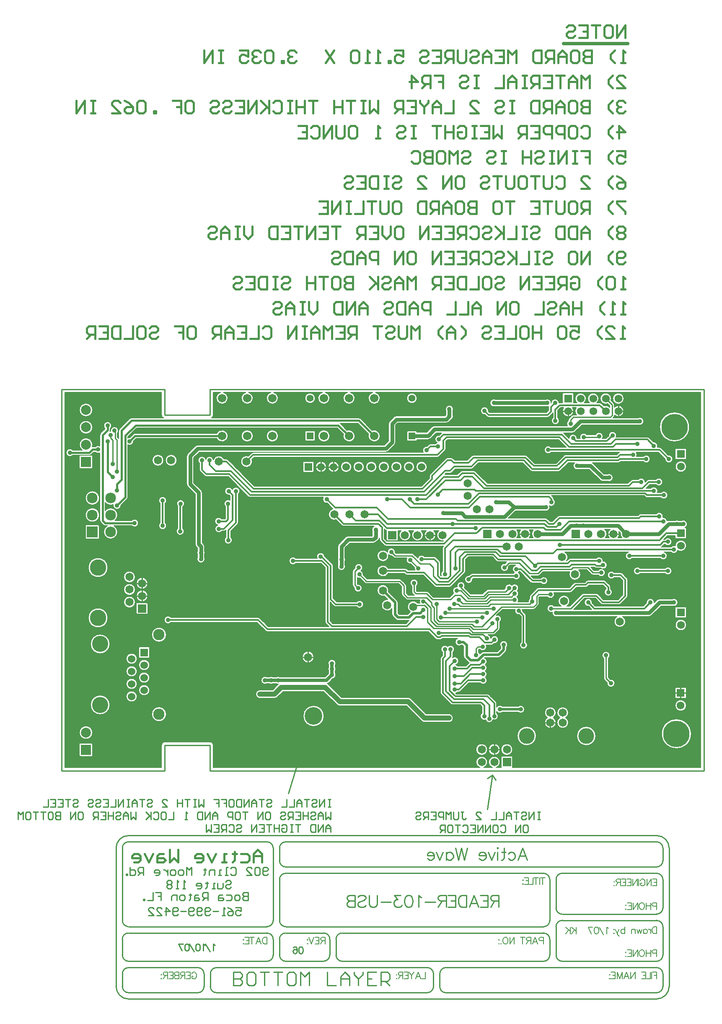
<source format=gbl>
%FSLAX25Y25*%
%MOIN*%
G70*
G01*
G75*
G04 Layer_Physical_Order=2*
G04 Layer_Color=16711680*
%ADD10C,0.00800*%
%ADD11C,0.06000*%
%ADD12R,0.05500X0.04000*%
%ADD13R,0.03000X0.03000*%
%ADD14R,0.09000X0.05500*%
%ADD15R,0.09000X0.18000*%
%ADD16R,0.06299X0.01000*%
%ADD17O,0.06299X0.01000*%
%ADD18O,0.01000X0.06299*%
%ADD19R,0.03000X0.03000*%
%ADD20R,0.07800X0.07800*%
%ADD21R,0.09000X0.03500*%
%ADD22O,0.08000X0.02400*%
%ADD23R,0.03600X0.05000*%
%ADD24R,0.03600X0.03600*%
%ADD25R,0.18000X0.09000*%
%ADD26O,0.09000X0.02400*%
%ADD27R,0.08000X0.01400*%
%ADD28R,0.04000X0.03000*%
%ADD29R,0.11024X0.07900*%
%ADD30R,0.05500X0.09000*%
%ADD31R,0.04000X0.05500*%
%ADD32R,0.39488X0.17520*%
%ADD33R,0.06000X0.08000*%
%ADD34O,0.02400X0.08000*%
%ADD35R,0.09449X0.05906*%
%ADD36R,0.03500X0.07000*%
%ADD37R,0.11024X0.07087*%
%ADD38R,0.07087X0.11024*%
%ADD39O,0.03937X0.01000*%
%ADD40O,0.01000X0.03937*%
%ADD41R,0.06000X0.05000*%
%ADD42O,0.08000X0.03000*%
%ADD43C,0.01000*%
%ADD44C,0.02500*%
%ADD45C,0.01200*%
%ADD46C,0.03000*%
%ADD47C,0.02200*%
%ADD48C,0.01500*%
%ADD49C,0.02000*%
%ADD50C,0.04000*%
%ADD51C,0.01400*%
%ADD52C,0.00900*%
%ADD53C,0.00500*%
%ADD54C,0.06500*%
%ADD55C,0.05500*%
%ADD56C,0.06200*%
%ADD57R,0.06200X0.06200*%
%ADD58R,0.06500X0.06500*%
%ADD59R,0.06000X0.06000*%
%ADD60R,0.05200X0.05200*%
%ADD61C,0.06700*%
%ADD62C,0.21000*%
%ADD63C,0.14000*%
%ADD64R,0.06500X0.06500*%
%ADD65C,0.13000*%
%ADD66C,0.12800*%
%ADD67C,0.09000*%
%ADD68C,0.07874*%
%ADD69R,0.07874X0.07874*%
%ADD70R,0.08500X0.08500*%
%ADD71C,0.08500*%
%ADD72C,0.12500*%
%ADD73R,0.06200X0.06200*%
%ADD74C,0.03500*%
D10*
X476133Y-6270D02*
G03*
X476133Y-6270I11850J0D01*
G01*
D02*
G03*
X476133Y-6270I11850J0D01*
G01*
X486933Y16230D02*
G03*
X486933Y16230I4450J0D01*
G01*
X487033Y80230D02*
G03*
X487033Y80230I4450J0D01*
G01*
X408648Y-8021D02*
G03*
X408648Y-8021I7600J0D01*
G01*
X361285D02*
G03*
X361285Y-8021I7600J0D01*
G01*
X348467Y-18800D02*
G03*
X348467Y-18800I4600J0D01*
G01*
X338467D02*
G03*
X338467Y-18800I4600J0D01*
G01*
X328467D02*
G03*
X328467Y-18800I4600J0D01*
G01*
X487033Y206230D02*
G03*
X487033Y206230I4450J0D01*
G01*
X474633Y237730D02*
G03*
X474633Y237730I11850J0D01*
G01*
D02*
G03*
X474633Y237730I11850J0D01*
G01*
X437283Y260330D02*
G03*
X437283Y260330I4450J0D01*
G01*
X280883Y205980D02*
G03*
X280883Y205980I4350J0D01*
G01*
X270883D02*
G03*
X270883Y205980I4350J0D01*
G01*
X273433Y260580D02*
G03*
X273433Y260580I4100J0D01*
G01*
X190983Y7880D02*
G03*
X190983Y7880I8350J0D01*
G01*
X190383Y54730D02*
G03*
X190383Y54730I4600J0D01*
G01*
X70533Y9309D02*
G03*
X70533Y9309I5850J0D01*
G01*
X60233Y28409D02*
G03*
X60233Y28409I4350J0D01*
G01*
Y38410D02*
G03*
X60233Y38410I4350J0D01*
G01*
X70533Y72509D02*
G03*
X70533Y72509I5850J0D01*
G01*
X60233Y48410D02*
G03*
X60233Y48410I4350J0D01*
G01*
X50233Y23410D02*
G03*
X50233Y23410I4350J0D01*
G01*
X12996Y-5311D02*
G03*
X12996Y-5311I5287J0D01*
G01*
X21833Y16710D02*
G03*
X21833Y16710I7750J0D01*
G01*
D02*
G03*
X21833Y16710I7750J0D01*
G01*
X50233Y33410D02*
G03*
X50233Y33410I4350J0D01*
G01*
Y43409D02*
G03*
X50233Y43409I4350J0D01*
G01*
Y53409D02*
G03*
X50233Y53409I4350J0D01*
G01*
X21833Y65109D02*
G03*
X21833Y65109I7750J0D01*
G01*
D02*
G03*
X21833Y65109I7750J0D01*
G01*
X58283Y103410D02*
G03*
X58283Y103410I4600J0D01*
G01*
X48283Y98449D02*
G03*
X48283Y98449I4600J0D01*
G01*
X20033Y85909D02*
G03*
X20033Y85909I7850J0D01*
G01*
D02*
G03*
X20033Y85909I7850J0D01*
G01*
X58283Y113409D02*
G03*
X58283Y113409I4600J0D01*
G01*
X48283Y108449D02*
G03*
X48283Y108449I4600J0D01*
G01*
Y118449D02*
G03*
X48283Y118449I4600J0D01*
G01*
X20033Y125909D02*
G03*
X20033Y125909I7850J0D01*
G01*
D02*
G03*
X20033Y125909I7850J0D01*
G01*
X260883Y205980D02*
G03*
X260883Y205980I4350J0D01*
G01*
X250883D02*
G03*
X250883Y205980I4350J0D01*
G01*
X240883D02*
G03*
X240883Y205980I4350J0D01*
G01*
X230883D02*
G03*
X230883Y205980I4350J0D01*
G01*
X220883D02*
G03*
X220883Y205980I4350J0D01*
G01*
X210883D02*
G03*
X210883Y205980I4350J0D01*
G01*
X200883D02*
G03*
X200883Y205980I4350J0D01*
G01*
X202833Y230580D02*
G03*
X202833Y230580I4700J0D01*
G01*
X161833D02*
G03*
X161833Y230580I4700J0D01*
G01*
X141833D02*
G03*
X141833Y230580I4700J0D01*
G01*
X192433Y260580D02*
G03*
X192433Y260580I4100J0D01*
G01*
X17783Y167710D02*
G03*
X17783Y167710I5600J0D01*
G01*
Y181210D02*
G03*
X17783Y181210I5600J0D01*
G01*
X70929Y211230D02*
G03*
X70929Y211230I4600J0D01*
G01*
X81429D02*
G03*
X81429Y211230I4600J0D01*
G01*
X12996Y237469D02*
G03*
X12996Y237469I5287J0D01*
G01*
Y251248D02*
G03*
X12996Y251248I5287J0D01*
G01*
X54454Y244880D02*
G03*
X52969Y244265I0J-2100D01*
G01*
X54454Y244880D02*
G03*
X52965Y244261I0J-2100D01*
G01*
X32383Y238809D02*
G03*
X33383Y236529I3100J0D01*
G01*
X37583D02*
G03*
X32383Y238809I-2100J2280D01*
G01*
X37348Y234344D02*
G03*
X37583Y235310I-1865J966D01*
G01*
X43333Y232788D02*
G03*
X37883Y234809I-2350J2022D01*
G01*
X37348Y234344D02*
G03*
X37583Y235310I-1865J966D01*
G01*
X37883Y234809D02*
G03*
X37909Y234409I3100J0D01*
G01*
X23257Y221897D02*
G03*
X12996Y223689I-4974J1792D01*
G01*
D02*
G03*
X15179Y219409I5287J0D01*
G01*
X30002Y232798D02*
G03*
X29383Y231310I1481J-1488D01*
G01*
X29998Y232794D02*
G03*
X29383Y231310I1485J-1485D01*
G01*
X37909Y234409D02*
G03*
X37348Y234344I74J-3099D01*
G01*
X45002Y236298D02*
G03*
X44383Y234809I1481J-1488D01*
G01*
X44998Y236295D02*
G03*
X44383Y234809I1485J-1485D01*
G01*
X53111Y229407D02*
G03*
X51583Y229075I-128J-3097D01*
G01*
X57254Y232680D02*
G03*
X55769Y232065I0J-2100D01*
G01*
X57254Y232680D02*
G03*
X55765Y232061I0J-2100D01*
G01*
X51583Y223544D02*
G03*
X56081Y226437I1400J2766D01*
G01*
X78383Y247230D02*
G03*
X79871Y244880I2600J0D01*
G01*
X78383Y247230D02*
G03*
X79871Y244880I2600J0D01*
G01*
X118096D02*
G03*
X119583Y247230I-1112J2350D01*
G01*
X118096Y244880D02*
G03*
X119583Y247230I-1112J2350D01*
G01*
X125355Y265130D02*
G03*
X121833Y260580I1178J-4550D01*
G01*
D02*
G03*
X127711Y265130I4700J0D01*
G01*
X122328Y228480D02*
G03*
X122328Y232680I4205J2100D01*
G01*
X7764Y219409D02*
G03*
X2383Y217309I-2280J-2100D01*
G01*
D02*
G03*
X7764Y215210I3100J0D01*
G01*
X20983D02*
G03*
X22468Y215825I0J2100D01*
G01*
X20983Y215210D02*
G03*
X22472Y215828I0J2100D01*
G01*
X29383Y222575D02*
G03*
X25703Y221909I-1400J-2766D01*
G01*
Y217709D02*
G03*
X29383Y217044I2280J2100D01*
G01*
X50968Y180325D02*
G03*
X51583Y181809I-1485J1485D01*
G01*
X50965Y180321D02*
G03*
X51583Y181809I-1481J1488D01*
G01*
X29383Y163310D02*
G03*
X29998Y161825I2100J0D01*
G01*
X29383Y163310D02*
G03*
X30002Y161821I2100J0D01*
G01*
X31995Y159828D02*
G03*
X33483Y159210I1488J1481D01*
G01*
X31998Y159825D02*
G03*
X33483Y159210I1485J1485D01*
G01*
X33583Y177622D02*
G03*
X39963Y176010I4300J3588D01*
G01*
D02*
G03*
X39883Y175310I3020J-701D01*
G01*
X81233Y176820D02*
G03*
X76183Y179230I-1950J2410D01*
G01*
D02*
G03*
X77333Y176820I3100J0D01*
G01*
X41471Y163409D02*
G03*
X33583Y171297I-3588J4300D01*
G01*
X39883Y175310D02*
G03*
X46081Y175437I3100J0D01*
G01*
X77333Y161640D02*
G03*
X76183Y159230I1950J-2410D01*
G01*
X54703Y159210D02*
G03*
X54703Y163409I2280J2100D01*
G01*
X99172Y216449D02*
G03*
X98333Y214430I2011J-2019D01*
G01*
X99168Y216445D02*
G03*
X98333Y214430I2015J-2015D01*
G01*
X107283Y223380D02*
G03*
X105264Y222541I0J-2850D01*
G01*
X107283Y223380D02*
G03*
X105268Y222545I0J-2850D01*
G01*
X107383Y211230D02*
G03*
X108533Y208820I3100J0D01*
G01*
X113506Y211917D02*
G03*
X107383Y211230I-3023J-687D01*
G01*
X119603Y211633D02*
G03*
X113506Y211917I-3074J-404D01*
G01*
X108533Y203730D02*
G03*
X109104Y202351I1950J0D01*
G01*
X108533Y203730D02*
G03*
X109104Y202351I1950J0D01*
G01*
X98333Y192230D02*
G03*
X99168Y190215I2850J0D01*
G01*
X98333Y192230D02*
G03*
X99172Y190211I2850J0D01*
G01*
X112604Y198851D02*
G03*
X113983Y198280I1379J1379D01*
G01*
X112604Y198851D02*
G03*
X113983Y198280I1379J1379D01*
G01*
X110833Y185430D02*
G03*
X109999Y187445I-2850J0D01*
G01*
X110833Y185430D02*
G03*
X109994Y187449I-2850J0D01*
G01*
X128149Y212180D02*
G03*
X119603Y211633I-4166J-1950D01*
G01*
X131390Y211609D02*
G03*
X130011Y212180I-1379J-1379D01*
G01*
X131390Y211609D02*
G03*
X130011Y212180I-1379J-1379D01*
G01*
X134656Y187895D02*
G03*
X128683Y186730I-2873J-1165D01*
G01*
D02*
G03*
X132108Y183647I3100J0D01*
G01*
X139479Y184320D02*
G03*
X134656Y187895I-1950J2410D01*
G01*
X95183Y174108D02*
G03*
X90429Y176730I-1654J2622D01*
G01*
D02*
G03*
X91283Y174593I3100J0D01*
G01*
X126193Y164680D02*
G03*
X120683Y162730I-2410J-1950D01*
G01*
D02*
G03*
X123109Y159704I3100J0D01*
G01*
X132833Y179415D02*
G03*
X128183Y176730I-1550J-2685D01*
G01*
D02*
G03*
X129333Y174320I3100J0D01*
G01*
X138908Y160351D02*
G03*
X139479Y161730I-1379J1379D01*
G01*
X138908Y160351D02*
G03*
X139479Y161730I-1379J1379D01*
G01*
X145355Y265130D02*
G03*
X141833Y260580I1178J-4550D01*
G01*
D02*
G03*
X147711Y265130I4700J0D01*
G01*
X161833Y260580D02*
G03*
X167711Y265130I4700J0D01*
G01*
X165355D02*
G03*
X161833Y260580I1178J-4550D01*
G01*
X206355Y265130D02*
G03*
X202833Y260580I1178J-4550D01*
G01*
D02*
G03*
X208711Y265130I4700J0D01*
G01*
X226355D02*
G03*
X222833Y260580I1178J-4550D01*
G01*
D02*
G03*
X228711Y265130I4700J0D01*
G01*
X246355D02*
G03*
X242833Y260580I1178J-4550D01*
G01*
D02*
G03*
X248711Y265130I4700J0D01*
G01*
X236818Y244265D02*
G03*
X235333Y244880I-1485J-1485D01*
G01*
X236822Y244261D02*
G03*
X235333Y244880I-1488J-1481D01*
G01*
X259772Y242349D02*
G03*
X258933Y240330I2011J-2019D01*
G01*
X259768Y242345D02*
G03*
X258933Y240330I2015J-2015D01*
G01*
X265183Y246580D02*
G03*
X263168Y245745I0J-2850D01*
G01*
X265183Y246580D02*
G03*
X263164Y245741I0J-2850D01*
G01*
X222833Y230580D02*
G03*
X226045Y235038I4700J0D01*
G01*
X223075Y232068D02*
G03*
X222833Y230580I4458J-1488D01*
G01*
X242833D02*
G03*
X246045Y235038I4700J0D01*
G01*
X243075Y232068D02*
G03*
X242833Y230580I4458J-1488D01*
G01*
X151261Y217458D02*
G03*
X149882Y216887I0J-1950D01*
G01*
X147550Y214555D02*
G03*
X141383Y210230I-1567J-4325D01*
G01*
X151261Y217458D02*
G03*
X149882Y216887I0J-1950D01*
G01*
X141383Y210230D02*
G03*
X150308Y211797I4600J0D01*
G01*
X147354Y182351D02*
G03*
X148733Y181780I1379J1379D01*
G01*
X147354Y182351D02*
G03*
X148733Y181780I1379J1379D01*
G01*
X207054D02*
G03*
X206633Y180220I2679J-1560D01*
G01*
D02*
G03*
X210058Y177137I3100J0D01*
G01*
X214538Y172658D02*
G03*
X211183Y168230I1246J-4428D01*
G01*
X256783Y217680D02*
G03*
X258803Y218519I0J2850D01*
G01*
X256783Y217680D02*
G03*
X258799Y218515I0J2850D01*
G01*
X263798Y223515D02*
G03*
X264633Y225530I-2015J2015D01*
G01*
X263794Y223511D02*
G03*
X264633Y225530I-2011J2019D01*
G01*
X211183Y168230D02*
G03*
X217350Y163905I4600J0D01*
G01*
X221914Y159342D02*
G03*
X223293Y158770I1379J1379D01*
G01*
X221914Y159342D02*
G03*
X223293Y158770I1379J1379D01*
G01*
X35361Y159210D02*
G03*
X32283Y154209I2522J-5000D01*
G01*
D02*
G03*
X40405Y159210I5600J0D01*
G01*
X76183Y159230D02*
G03*
X81233Y161640I3100J0D01*
G01*
X91283Y157140D02*
G03*
X90133Y154730I1950J-2410D01*
G01*
D02*
G03*
X95183Y157140I3100J0D01*
G01*
X105133Y144480D02*
G03*
X105968Y142465I2850J0D01*
G01*
X105133Y144480D02*
G03*
X105972Y142461I2850J0D01*
G01*
X112583Y142730D02*
G03*
X111744Y144749I-2850J0D01*
G01*
X106883Y138950D02*
G03*
X106633Y137730I2850J-1220D01*
G01*
D02*
G03*
X106883Y136510I3100J0D01*
G01*
Y133950D02*
G03*
X106633Y132730I2850J-1220D01*
G01*
X123109Y159704D02*
G03*
X120883Y156730I874J-2974D01*
G01*
D02*
G03*
X126393Y154780I3100J0D01*
G01*
X112583Y142730D02*
G03*
X111749Y144745I-2850J0D01*
G01*
X106633Y132730D02*
G03*
X112583Y133950I3100J0D01*
G01*
Y136510D02*
G03*
X112583Y138950I-2850J1220D01*
G01*
X80483Y84310D02*
G03*
X85993Y82359I3100J0D01*
G01*
Y86260D02*
G03*
X80483Y84310I-2410J-1950D01*
G01*
X80983Y-12670D02*
G03*
X78383Y-15270I0J-2600D01*
G01*
X80983Y-12670D02*
G03*
X78383Y-15270I0J-2600D01*
G01*
X119583D02*
G03*
X116983Y-12670I-2600J0D01*
G01*
X119583Y-15270D02*
G03*
X116983Y-12670I-2600J0D01*
G01*
X127783Y154780D02*
G03*
X129162Y155351I0J1950D01*
G01*
X127783Y154780D02*
G03*
X129162Y155351I0J1950D01*
G01*
X129579Y150140D02*
G03*
X128429Y147730I1950J-2410D01*
G01*
D02*
G03*
X133479Y150140I3100J0D01*
G01*
X185343Y133180D02*
G03*
X179833Y131230I-2410J-1950D01*
G01*
D02*
G03*
X185343Y129280I3100J0D01*
G01*
X226983Y151080D02*
G03*
X224968Y150245I0J-2850D01*
G01*
X226983Y151080D02*
G03*
X224964Y150241I0J-2850D01*
G01*
X208008Y135122D02*
G03*
X201833Y134730I-3075J-392D01*
G01*
D02*
G03*
X202249Y133180I3100J0D01*
G01*
X218383Y132230D02*
G03*
X218633Y131010I3100J0D01*
G01*
X214933Y127390D02*
G03*
X214362Y128769I-1950J0D01*
G01*
X214933Y127390D02*
G03*
X214362Y128769I-1950J0D01*
G01*
X218633Y127950D02*
G03*
X218383Y126730I2850J-1220D01*
G01*
X219472Y144749D02*
G03*
X218633Y142730I2011J-2019D01*
G01*
X219468Y144745D02*
G03*
X218633Y142730I2015J-2015D01*
G01*
Y133450D02*
G03*
X218383Y132230I2850J-1220D01*
G01*
X224333Y131010D02*
G03*
X224333Y133450I-2850J1220D01*
G01*
X232113Y125890D02*
G03*
X232146Y125439I3100J0D01*
G01*
X218383Y126730D02*
G03*
X224333Y127950I3100J0D01*
G01*
X236983Y123345D02*
G03*
X232113Y125890I-1770J2545D01*
G01*
X230905Y124198D02*
G03*
X230363Y122890I1308J-1308D01*
G01*
X230905Y124198D02*
G03*
X230363Y122890I1308J-1308D01*
G01*
Y112028D02*
G03*
X230905Y110720I1850J0D01*
G01*
X230363Y112028D02*
G03*
X230905Y110720I1850J0D01*
G01*
X231666Y109959D02*
G03*
X231633Y109508I3067J-451D01*
G01*
X234063Y117896D02*
G03*
X236184Y117441I1670J2612D01*
G01*
X238800Y120057D02*
G03*
X236983Y123345I-3067J451D01*
G01*
X231633Y109508D02*
G03*
X234282Y112575I3100J0D01*
G01*
X245683Y156030D02*
G03*
X245933Y154810I3100J0D01*
G01*
X247334Y158770D02*
G03*
X245683Y156030I1449J-2740D01*
G01*
X249936Y147152D02*
G03*
X251783Y149249I-1153J2878D01*
G01*
Y148130D02*
G03*
X252354Y146751I1950J0D01*
G01*
X246983Y145380D02*
G03*
X249003Y146219I0J2850D01*
G01*
X246983Y145380D02*
G03*
X248998Y146215I0J2850D01*
G01*
X251783Y148130D02*
G03*
X252354Y146751I1950J0D01*
G01*
X258132Y138053D02*
G03*
X249893Y135238I-3638J-2815D01*
G01*
X255454Y143651D02*
G03*
X256833Y143080I1379J1379D01*
G01*
X255454Y143651D02*
G03*
X256833Y143080I1379J1379D01*
G01*
X249893Y135238D02*
G03*
X258984Y136236I4600J0D01*
G01*
X256264Y155842D02*
G03*
X257383Y155288I1379J1379D01*
G01*
X256264Y155842D02*
G03*
X257383Y155288I1379J1379D01*
G01*
X269046Y155270D02*
G03*
X267383Y151730I2937J-3540D01*
G01*
D02*
G03*
X274920Y155270I4600J0D01*
G01*
X258113Y138390D02*
G03*
X258132Y138053I3100J0D01*
G01*
X264280Y137939D02*
G03*
X258113Y138390I-3067J451D01*
G01*
X258984Y136236D02*
G03*
X261664Y135323I2229J2154D01*
G01*
X262905Y134081D02*
G03*
X264213Y133540I1308J1308D01*
G01*
X262905Y134081D02*
G03*
X264213Y133540I1308J1308D01*
G01*
X273589D02*
G03*
X273113Y131890I2624J-1650D01*
G01*
D02*
G03*
X276664Y128823I3100J0D01*
G01*
X258660Y125188D02*
G03*
X249893Y123238I-4166J-1950D01*
G01*
D02*
G03*
X258660Y121288I4600J0D01*
G01*
X239925Y113700D02*
G03*
X241233Y113158I1308J1308D01*
G01*
X239925Y113700D02*
G03*
X241233Y113158I1308J1308D01*
G01*
X258941Y106596D02*
G03*
X249883Y107730I-4458J1135D01*
G01*
X273744Y124617D02*
G03*
X272365Y125188I-1379J-1379D01*
G01*
X273744Y124617D02*
G03*
X272365Y125188I-1379J-1379D01*
G01*
X269041Y116316D02*
G03*
X267733Y116858I-1308J-1308D01*
G01*
X269041Y116316D02*
G03*
X267733Y116858I-1308J-1308D01*
G01*
X272334Y120511D02*
G03*
X273713Y119940I1379J1379D01*
G01*
X272334Y120511D02*
G03*
X273713Y119940I1379J1379D01*
G01*
X273063Y111528D02*
G03*
X272521Y112836I-1850J0D01*
G01*
X273063Y111528D02*
G03*
X272521Y112836I-1850J0D01*
G01*
X156562Y85688D02*
G03*
X155183Y86260I-1379J-1379D01*
G01*
X156562Y85688D02*
G03*
X155183Y86260I-1379J-1379D01*
G01*
X161304Y75431D02*
G03*
X162683Y74859I1379J1379D01*
G01*
X161304Y75431D02*
G03*
X162683Y74859I1379J1379D01*
G01*
X172871Y38830D02*
G03*
X169495Y38830I-1688J-2600D01*
G01*
X215604Y95351D02*
G03*
X216983Y94780I1379J1379D01*
G01*
X215604Y95351D02*
G03*
X216983Y94780I1379J1379D01*
G01*
X208533Y82730D02*
G03*
X209104Y81351I1950J0D01*
G01*
X208533Y82730D02*
G03*
X209104Y81351I1950J0D01*
G01*
X210883Y49730D02*
G03*
X211383Y48042I3100J0D01*
G01*
Y46918D02*
G03*
X210883Y45230I2600J-1688D01*
G01*
X216583Y48042D02*
G03*
X210883Y49730I-2600J1688D01*
G01*
X216583Y43542D02*
G03*
X216583Y46918I-2600J1688D01*
G01*
X210883Y45230D02*
G03*
X211383Y43542I3100J0D01*
G01*
Y42218D02*
G03*
X210951Y41175I2600J-1688D01*
G01*
X162372Y38830D02*
G03*
X157583Y36230I-1688J-2600D01*
G01*
D02*
G03*
X162372Y33630I3100J0D01*
G01*
X163995D02*
G03*
X167371Y33630I1688J2600D01*
G01*
Y38830D02*
G03*
X163995Y38830I-1688J-2600D01*
G01*
X156683Y28580D02*
G03*
X153333Y25230I0J-3350D01*
G01*
D02*
G03*
X156683Y21880I3350J0D01*
G01*
X169495Y33630D02*
G03*
X171351Y33134I1688J2600D01*
G01*
X210248Y33692D02*
G03*
X211522Y34391I-565J2538D01*
G01*
X210248Y33692D02*
G03*
X211522Y34391I-565J2538D01*
G01*
X211052Y33099D02*
G03*
X210248Y33692I-2369J-2369D01*
G01*
X211052Y33099D02*
G03*
X210248Y33692I-2369J-2369D01*
G01*
X214628Y37498D02*
G03*
X216583Y42218I-645J3032D01*
G01*
X168183Y21880D02*
G03*
X170552Y22861I0J3350D01*
G01*
X168183Y21880D02*
G03*
X170552Y22861I0J3350D01*
G01*
X217814Y16861D02*
G03*
X220183Y15880I2369J2369D01*
G01*
X217814Y16861D02*
G03*
X220183Y15880I2369J2369D01*
G01*
X233573Y94780D02*
G03*
X233573Y98680I2410J1950D01*
G01*
X249883Y107730D02*
G03*
X255618Y103272I4600J0D01*
G01*
X258322Y100567D02*
G03*
X253383Y95980I-339J-4588D01*
G01*
D02*
G03*
X261717Y93292I4600J0D01*
G01*
X269363Y104890D02*
G03*
X269905Y103581I1850J0D01*
G01*
X269363Y104890D02*
G03*
X269905Y103581I1850J0D01*
G01*
X266417Y98147D02*
G03*
X265726Y99810I-2350J0D01*
G01*
X266417Y98147D02*
G03*
X265728Y99808I-2350J0D01*
G01*
X272728Y100759D02*
G03*
X274036Y100217I1308J1308D01*
G01*
X272728Y100759D02*
G03*
X274036Y100217I1308J1308D01*
G01*
X273983Y94730D02*
G03*
X276287Y90744I4600J0D01*
G01*
X261717Y88700D02*
G03*
X262405Y87038I2350J0D01*
G01*
X261717Y88700D02*
G03*
X262407Y87037I2350J0D01*
G01*
X264903Y84540D02*
G03*
X266567Y83850I1664J1660D01*
G01*
X264905Y84538D02*
G03*
X266567Y83850I1662J1662D01*
G01*
X276905Y21599D02*
G03*
X274537Y22580I-2369J-2369D01*
G01*
X276905Y21599D02*
G03*
X274537Y22580I-2369J-2369D01*
G01*
X310233Y250710D02*
G03*
X304283Y251930I-2850J1220D01*
G01*
D02*
G03*
X304533Y250710I3100J0D01*
G01*
X332233Y250580D02*
G03*
X335659Y247497I3100J0D01*
G01*
X304883Y240880D02*
G03*
X306903Y241719I0J2850D01*
G01*
X304883Y240880D02*
G03*
X306898Y241715I0J2850D01*
G01*
X308536Y243352D02*
G03*
X310233Y247450I-1153J2878D01*
G01*
X338416Y250255D02*
G03*
X332233Y250580I-3083J325D01*
G01*
X343953Y259680D02*
G03*
X339633Y256830I-1220J-2850D01*
G01*
X337254Y245901D02*
G03*
X338633Y245330I1379J1379D01*
G01*
X337254Y245901D02*
G03*
X338633Y245330I1379J1379D01*
G01*
X295683Y238680D02*
G03*
X293668Y237845I0J-2850D01*
G01*
X295683Y238680D02*
G03*
X293664Y237841I0J-2850D01*
G01*
X290433Y227730D02*
G03*
X292453Y228569I0J2850D01*
G01*
X290433Y227730D02*
G03*
X292448Y228565I0J2850D01*
G01*
X299359Y231063D02*
G03*
X295933Y227980I-325J-3083D01*
G01*
D02*
G03*
X297602Y225230I3100J0D01*
G01*
X339633Y256830D02*
G03*
X343953Y253980I3100J0D01*
G01*
X388333Y256880D02*
G03*
X388350Y256555I3100J0D01*
G01*
X394533Y256935D02*
G03*
X388333Y256880I-3100J-55D01*
G01*
X388318Y256522D02*
G03*
X384014Y259680I-3085J308D01*
G01*
Y253980D02*
G03*
X386208Y253887I1220J2850D01*
G01*
Y253887D02*
G03*
X386183Y253580I1926J-307D01*
G01*
X386208Y253887D02*
G03*
X386183Y253580I1926J-307D01*
G01*
X385433Y245330D02*
G03*
X386812Y245901I0J1950D01*
G01*
X385433Y245330D02*
G03*
X386812Y245901I0J1950D01*
G01*
X389512Y248601D02*
G03*
X389733Y248865I-1379J1379D01*
G01*
X389512Y248601D02*
G03*
X389733Y248865I-1379J1379D01*
G01*
Y245140D02*
G03*
X388583Y242730I1950J-2410D01*
G01*
D02*
G03*
X393633Y245140I3100J0D01*
G01*
X289509Y222213D02*
G03*
X286083Y219130I-325J-3083D01*
G01*
X292283Y224180D02*
G03*
X290904Y223609I0J-1950D01*
G01*
X292283Y224180D02*
G03*
X290904Y223609I0J-1950D01*
G01*
X297602Y225230D02*
G03*
X295973Y224180I781J-3000D01*
G01*
X286083Y219130D02*
G03*
X286573Y217458I3100J0D01*
G01*
X297761Y213558D02*
G03*
X299140Y214129I0J1950D01*
G01*
X297761Y213558D02*
G03*
X299140Y214129I0J1950D01*
G01*
X292154Y200259D02*
G03*
X291583Y198880I1379J-1379D01*
G01*
X292154Y200259D02*
G03*
X291583Y198880I1379J-1379D01*
G01*
X304012Y219001D02*
G03*
X304583Y220380I-1379J1379D01*
G01*
X304012Y219001D02*
G03*
X304583Y220380I-1379J1379D01*
G01*
X305933Y213230D02*
G03*
X304554Y212659I0J-1950D01*
G01*
X305933Y213230D02*
G03*
X304554Y212659I0J-1950D01*
G01*
X310312D02*
G03*
X308933Y213230I-1379J-1379D01*
G01*
X310312Y212659D02*
G03*
X308933Y213230I-1379J-1379D01*
G01*
X326433Y215230D02*
G03*
X325054Y214659I0J-1950D01*
G01*
X326433Y215230D02*
G03*
X325054Y214659I0J-1950D01*
G01*
X324831Y204228D02*
G03*
X326210Y204799I0J1950D01*
G01*
X324831Y204228D02*
G03*
X326210Y204799I0J1950D01*
G01*
X307933Y200830D02*
G03*
X309312Y201401I0J1950D01*
G01*
X307933Y200830D02*
G03*
X309312Y201401I0J1950D01*
G01*
X317533Y202930D02*
G03*
X316154Y202359I0J-1950D01*
G01*
X317533Y202930D02*
G03*
X316154Y202359I0J-1950D01*
G01*
X328312D02*
G03*
X326933Y202930I-1379J-1379D01*
G01*
X328312Y202359D02*
G03*
X326933Y202930I-1379J-1379D01*
G01*
X279046Y155270D02*
G03*
X277383Y151730I2937J-3540D01*
G01*
D02*
G03*
X284920Y155270I4600J0D01*
G01*
X279022Y136698D02*
G03*
X277713Y137240I-1308J-1308D01*
G01*
X279022Y136698D02*
G03*
X277713Y137240I-1308J-1308D01*
G01*
X287643Y134670D02*
G03*
X282230Y133489I-2410J-1950D01*
G01*
X289046Y155270D02*
G03*
X287383Y151730I2937J-3540D01*
G01*
D02*
G03*
X294920Y155270I4600J0D01*
G01*
X299046D02*
G03*
X297383Y151730I2937J-3540D01*
G01*
D02*
G03*
X302620Y147174I4600J0D01*
G01*
X296612Y134099D02*
G03*
X295233Y134670I-1379J-1379D01*
G01*
X296612Y134099D02*
G03*
X295233Y134670I-1379J-1379D01*
G01*
X302354Y142599D02*
G03*
X301783Y141220I1379J-1379D01*
G01*
X302354Y142599D02*
G03*
X301783Y141220I1379J-1379D01*
G01*
X388370Y221458D02*
G03*
X382867Y219500I-2403J-1958D01*
G01*
D02*
G03*
X388383Y217558I3100J0D01*
G01*
X369312Y214659D02*
G03*
X367933Y215230I-1379J-1379D01*
G01*
X369312Y214659D02*
G03*
X367933Y215230I-1379J-1379D01*
G01*
X371975Y202901D02*
G03*
X373354Y202330I1379J1379D01*
G01*
X371975Y202901D02*
G03*
X373354Y202330I1379J1379D01*
G01*
X360918Y149670D02*
G03*
X360927Y155780I-3435J3060D01*
G01*
X364040D02*
G03*
X362883Y152730I3444J-3050D01*
G01*
X374040Y155780D02*
G03*
X372883Y152730I3444J-3050D01*
G01*
X370918Y149670D02*
G03*
X370927Y155780I-3435J3060D01*
G01*
X362883Y152730D02*
G03*
X364048Y149670I4600J0D01*
G01*
X372883Y152730D02*
G03*
X374048Y149670I4600J0D01*
G01*
X390383Y180380D02*
G03*
X389812Y181759I-1950J0D01*
G01*
X390383Y180380D02*
G03*
X389812Y181759I-1950J0D01*
G01*
X382914Y170980D02*
G03*
X386989Y175037I1220J2850D01*
G01*
X385272Y164599D02*
G03*
X383893Y165170I-1379J-1379D01*
G01*
X385272Y164599D02*
G03*
X383893Y165170I-1379J-1379D01*
G01*
X386989Y175037D02*
G03*
X390383Y180190I1445J2743D01*
G01*
X395043Y167340D02*
G03*
X393664Y166769I0J-1950D01*
G01*
X395043Y167340D02*
G03*
X393664Y166769I0J-1950D01*
G01*
X414719Y257030D02*
G03*
X407283Y260330I-2985J3300D01*
G01*
X395133Y257030D02*
G03*
X394533Y256935I0J-1950D01*
G01*
X395133Y257030D02*
G03*
X394533Y256935I0J-1950D01*
G01*
X398275Y253130D02*
G03*
X397283Y250330I3459J-2800D01*
G01*
X407283Y260330D02*
G03*
X408748Y257030I4450J0D01*
G01*
X408275Y253130D02*
G03*
X407283Y250330I3459J-2800D01*
G01*
D02*
G03*
X408493Y247280I4450J0D01*
G01*
X424719Y257030D02*
G03*
X417283Y260330I-2985J3300D01*
G01*
X435903Y258776D02*
G03*
X427283Y260330I-4170J1554D01*
G01*
X417283D02*
G03*
X418748Y257030I4450J0D01*
G01*
X428362Y256459D02*
G03*
X426983Y257030I-1379J-1379D01*
G01*
X428362Y256459D02*
G03*
X426983Y257030I-1379J-1379D01*
G01*
X427283Y260330D02*
G03*
X433287Y256160I4450J0D01*
G01*
X438683Y255230D02*
G03*
X438141Y256538I-1850J0D01*
G01*
X438683Y255230D02*
G03*
X438141Y256538I-1850J0D01*
G01*
X434983Y253370D02*
G03*
X430284Y254537I-3250J-3040D01*
G01*
X402475Y244538D02*
G03*
X401933Y243230I1308J-1308D01*
G01*
X402475Y244538D02*
G03*
X401933Y243230I1308J-1308D01*
G01*
Y242817D02*
G03*
X400683Y240330I1850J-2488D01*
G01*
D02*
G03*
X401159Y238680I3100J0D01*
G01*
X405983Y247280D02*
G03*
X404675Y246738I0J-1850D01*
G01*
X405983Y247280D02*
G03*
X404675Y246738I0J-1850D01*
G01*
X397283Y250330D02*
G03*
X405192Y253130I4450J0D01*
G01*
X405283Y232980D02*
G03*
X407299Y233815I0J2850D01*
G01*
X405283Y232980D02*
G03*
X407303Y233819I0J2850D01*
G01*
X408816Y228455D02*
G03*
X402633Y228780I-3083J325D01*
G01*
X416721Y231570D02*
G03*
X411133Y229720I-2488J-1850D01*
G01*
D02*
G03*
X411414Y228430I3100J0D01*
G01*
X428921D02*
G03*
X423615Y231570I-2488J1850D01*
G01*
X438141Y245722D02*
G03*
X438683Y247030I-1308J1308D01*
G01*
X438141Y245722D02*
G03*
X438683Y247030I-1308J1308D01*
G01*
X434083Y231030D02*
G03*
X434100Y230705I3100J0D01*
G01*
X438683Y247090D02*
G03*
X438683Y253570I3050J3240D01*
G01*
X457838Y239380D02*
G03*
X457603Y245080I1095J2900D01*
G01*
X439997Y229730D02*
G03*
X434083Y231030I-2814J1300D01*
G01*
X442647Y217558D02*
G03*
X441947Y217109I679J-1828D01*
G01*
X442647Y217558D02*
G03*
X441947Y217109I679J-1828D01*
G01*
X466312Y229159D02*
G03*
X464933Y229730I-1379J-1379D01*
G01*
X466312Y229159D02*
G03*
X464933Y229730I-1379J-1379D01*
G01*
X472810Y221458D02*
G03*
X469658Y225813I-2827J1272D01*
G01*
X475862Y220887D02*
G03*
X474483Y221458I-1379J-1379D01*
G01*
X475862Y220887D02*
G03*
X474483Y221458I-1379J-1379D01*
G01*
X399854Y215651D02*
G03*
X398475Y215080I0J-1950D01*
G01*
X399854Y215651D02*
G03*
X398475Y215080I0J-1950D01*
G01*
X406997Y209251D02*
G03*
X405833Y206830I1936J-2421D01*
G01*
D02*
G03*
X410153Y203980I3100J0D01*
G01*
X421699Y208845D02*
G03*
X421187Y209251I-2015J-2015D01*
G01*
X421703Y208841D02*
G03*
X421187Y209251I-2019J-2011D01*
G01*
X394333Y202330D02*
G03*
X395712Y202901I0J1950D01*
G01*
X394333Y202330D02*
G03*
X395712Y202901I0J1950D01*
G01*
X441768Y209251D02*
G03*
X443147Y209822I0J1950D01*
G01*
X441768Y209251D02*
G03*
X443147Y209822I0J1950D01*
G01*
X456168Y214180D02*
G03*
X455987Y217558I-2685J1550D01*
G01*
X427064Y195419D02*
G03*
X429083Y194580I2019J2011D01*
G01*
X427068Y195415D02*
G03*
X429083Y194580I2015J2015D01*
G01*
X433214D02*
G03*
X433214Y200280I1220J2850D01*
G01*
X453233Y195930D02*
G03*
X451854Y195359I0J-1950D01*
G01*
X453233Y195930D02*
G03*
X451854Y195359I0J-1950D01*
G01*
X459544Y168670D02*
G03*
X458165Y168099I0J-1950D01*
G01*
X431418Y149670D02*
G03*
X430783Y156380I-3435J3060D01*
G01*
X459544Y168670D02*
G03*
X458165Y168099I0J-1950D01*
G01*
X435184Y156380D02*
G03*
X433383Y152730I2799J-3650D01*
G01*
X441418Y149670D02*
G03*
X442261Y154422I-3435J3060D01*
G01*
X433383Y152730D02*
G03*
X434548Y149670I4600J0D01*
G01*
X443415Y153268D02*
G03*
X443383Y152730I4568J-538D01*
G01*
D02*
G03*
X444548Y149670I4600J0D01*
G01*
X450021Y138270D02*
G03*
X447354Y135201I433J-3070D01*
G01*
X461573Y210280D02*
G03*
X461573Y214180I2410J1950D01*
G01*
X463080Y193834D02*
G03*
X457573Y195930I-3097J146D01*
G01*
X465983D02*
G03*
X464604Y195359I0J-1950D01*
G01*
X465983Y195930D02*
G03*
X464604Y195359I0J-1950D01*
G01*
X463104Y182101D02*
G03*
X464483Y181530I1379J1379D01*
G01*
X463104Y182101D02*
G03*
X464483Y181530I1379J1379D01*
G01*
X472668Y185430D02*
G03*
X467615Y188980I-2685J1550D01*
G01*
X478883Y212258D02*
G03*
X481439Y215310I3100J0D01*
G01*
X471573Y192030D02*
G03*
X471573Y195930I2410J1950D01*
G01*
X475573Y181530D02*
G03*
X475573Y185430I2410J1950D01*
G01*
X477199Y165817D02*
G03*
X471823Y168670I-2965J903D01*
G01*
X475820Y142170D02*
G03*
X476612Y142651I-587J1860D01*
G01*
X480560Y163105D02*
G03*
X477199Y165817I-3077J-375D01*
G01*
X475820Y142170D02*
G03*
X476612Y142651I-587J1860D01*
G01*
X481733Y163358D02*
G03*
X480560Y163105I0J-2850D01*
G01*
X481733Y163358D02*
G03*
X480560Y163105I0J-2850D01*
G01*
X478823Y144485D02*
G03*
X478823Y148385I2410J1950D01*
G01*
X489505Y163358D02*
G03*
X487066Y163358I-1220J-2850D01*
G01*
X494756Y157680D02*
G03*
X492266Y163358I-1270J2828D01*
G01*
X487034Y143137D02*
G03*
X483573Y142170I-1051J-2916D01*
G01*
Y138270D02*
G03*
X489006Y139533I2410J1950D01*
G01*
X489006D02*
G03*
X487033Y143230I2477J3697D01*
G01*
X300183Y129720D02*
G03*
X299612Y131099I-1950J0D01*
G01*
X300183Y129720D02*
G03*
X299612Y131099I-1950J0D01*
G01*
X279646Y125840D02*
G03*
X279613Y125390I3067J-451D01*
G01*
D02*
G03*
X280029Y123840I3100J0D01*
G01*
X281147Y111213D02*
G03*
X276197Y113701I-1850J2488D01*
G01*
D02*
G03*
X277447Y111213I3100J0D01*
G01*
X295614Y110842D02*
G03*
X296993Y110270I1379J1379D01*
G01*
X295614Y110842D02*
G03*
X296993Y110270I1379J1379D01*
G01*
X290541Y106509D02*
G03*
X289233Y107051I-1308J-1308D01*
G01*
X290541Y106509D02*
G03*
X289233Y107051I-1308J-1308D01*
G01*
X319592Y121511D02*
G03*
X320163Y122890I-1379J1379D01*
G01*
X319592Y121511D02*
G03*
X320163Y122890I-1379J1379D01*
G01*
X301783Y123130D02*
G03*
X300633Y120720I1950J-2410D01*
G01*
D02*
G03*
X301048Y119170I3100J0D01*
G01*
X325583Y121280D02*
G03*
X324204Y120709I0J-1950D01*
G01*
X325583Y121280D02*
G03*
X324204Y120709I0J-1950D01*
G01*
X307544Y110270D02*
G03*
X308923Y110842I0J1950D01*
G01*
X307544Y110270D02*
G03*
X308923Y110842I0J1950D01*
G01*
X319261Y109968D02*
G03*
X313483Y111530I-2678J1562D01*
G01*
D02*
G03*
X313669Y110474I3100J0D01*
G01*
X313669D02*
G03*
X309983Y107430I-585J-3044D01*
G01*
X323008Y119513D02*
G03*
X319583Y116430I-325J-3083D01*
G01*
D02*
G03*
X325766Y116755I3100J0D01*
G01*
X338208Y108551D02*
G03*
X336900Y108009I0J-1850D01*
G01*
X338208Y108551D02*
G03*
X336900Y108009I0J-1850D01*
G01*
X277447Y106701D02*
G03*
X277989Y105393I1850J0D01*
G01*
X277447Y106701D02*
G03*
X277989Y105393I1850J0D01*
G01*
X282113Y97680D02*
G03*
X273983Y94730I-3529J-2950D01*
G01*
X283912Y100217D02*
G03*
X283613Y98890I2802J-1327D01*
G01*
D02*
G03*
X283859Y97680I3100J0D01*
G01*
X309983Y107430D02*
G03*
X310651Y105508I3100J0D01*
G01*
X313866Y69558D02*
G03*
X311967Y66700I1201J-2858D01*
G01*
X344834Y131011D02*
G03*
X346213Y130440I1379J1379D01*
G01*
X344834Y131011D02*
G03*
X346213Y130440I1379J1379D01*
G01*
X348133Y126008D02*
G03*
X354300Y126459I3100J0D01*
G01*
X351684Y129075D02*
G03*
X348133Y126008I-451J-3067D01*
G01*
X357483Y124730D02*
G03*
X359060Y122030I3100J0D01*
G01*
D02*
G03*
X358173Y121280I1523J-2700D01*
G01*
X360029Y127780D02*
G03*
X357483Y124730I555J-3050D01*
G01*
X362106Y122030D02*
G03*
X362993Y122780I-1523J2700D01*
G01*
X358173Y117380D02*
G03*
X362106Y122030I2410J1950D01*
G01*
X357054Y111841D02*
G03*
X351683Y109730I-2270J-2111D01*
G01*
D02*
G03*
X351719Y109257I3100J0D01*
G01*
X361429Y107451D02*
G03*
X357054Y111841I-2132J2250D01*
G01*
X361123Y102696D02*
G03*
X361429Y107451I-1826J2505D01*
G01*
X362017Y98740D02*
G03*
X361123Y102696I-2734J1461D01*
G01*
X347465Y82461D02*
G03*
X344690Y87907I-1850J2488D01*
G01*
X346923Y76353D02*
G03*
X347465Y77662I-1308J1308D01*
G01*
X342283Y72480D02*
G03*
X343591Y73022I0J1850D01*
G01*
X346923Y76353D02*
G03*
X347465Y77662I-1308J1308D01*
G01*
X342283Y72480D02*
G03*
X343591Y73022I0J1850D01*
G01*
X340333Y69561D02*
G03*
X338115Y72480I-3100J-53D01*
G01*
X342958Y65527D02*
G03*
X340333Y69561I325J3083D01*
G01*
X359619Y92717D02*
G03*
X359383Y91530I2864J-1187D01*
G01*
D02*
G03*
X362808Y88447I3100J0D01*
G01*
X365566Y91205D02*
G03*
X365347Y92717I-3083J325D01*
G01*
X368333Y87630D02*
G03*
X367762Y89009I-1950J0D01*
G01*
X368333Y87630D02*
G03*
X367762Y89009I-1950J0D01*
G01*
X296354Y69129D02*
G03*
X297733Y68558I1379J1379D01*
G01*
X296354Y69129D02*
G03*
X297733Y68558I1379J1379D01*
G01*
X300233D02*
G03*
X301612Y69129I0J1950D01*
G01*
X300233Y68558D02*
G03*
X301612Y69129I0J1950D01*
G01*
X300633Y61008D02*
G03*
X301783Y58598I3100J0D01*
G01*
X305983Y63140D02*
G03*
X300633Y61008I-2250J-2132D01*
G01*
X310183Y58598D02*
G03*
X305983Y63140I-1950J2410D01*
G01*
X300804Y55055D02*
G03*
X300233Y53676I1379J-1379D01*
G01*
X309842Y54224D02*
G03*
X310183Y55326I-1609J1101D01*
G01*
X300804Y55055D02*
G03*
X300233Y53676I1379J-1379D01*
G01*
Y26330D02*
G03*
X300804Y24951I1950J0D01*
G01*
X300233Y26330D02*
G03*
X300804Y24951I1950J0D01*
G01*
X309842Y54224D02*
G03*
X310183Y55326I-1609J1101D01*
G01*
X312441Y48724D02*
G03*
X309842Y54224I-758J3006D01*
G01*
X308434Y17321D02*
G03*
X309813Y16750I1379J1379D01*
G01*
X308434Y17321D02*
G03*
X309813Y16750I1379J1379D01*
G01*
X311967Y66700D02*
G03*
X317088Y64350I3100J0D01*
G01*
X318717Y55200D02*
G03*
X319405Y53538I2350J0D01*
G01*
X318717Y55200D02*
G03*
X319407Y53536I2350J0D01*
G01*
X334567Y59050D02*
G03*
X332905Y58362I0J-2350D01*
G01*
X334567Y59050D02*
G03*
X332903Y58360I0J-2350D01*
G01*
X331655Y57112D02*
G03*
X330533Y58718I-2972J-882D01*
G01*
X322405Y50538D02*
G03*
X323069Y50072I1662J1662D01*
G01*
X322403Y50540D02*
G03*
X323069Y50072I1664J1660D01*
G01*
X312356Y25914D02*
G03*
X314048Y26980I-719J3015D01*
G01*
Y47680D02*
G03*
X312441Y48724I-2410J-1950D01*
G01*
X314838Y26980D02*
G03*
X316216Y27551I0J1950D01*
G01*
X314838Y26980D02*
G03*
X316216Y27551I0J1950D01*
G01*
X285198Y3831D02*
G03*
X287567Y2850I2369J2369D01*
G01*
X307067D02*
G03*
X307067Y9550I0J3350D01*
G01*
X333117Y10110D02*
G03*
X331967Y7700I1950J-2410D01*
G01*
X285198Y3831D02*
G03*
X287567Y2850I2369J2369D01*
G01*
X328467Y-28800D02*
G03*
X331630Y-33170I4600J0D01*
G01*
X331396Y61080D02*
G03*
X336684Y64259I2488J1850D01*
G01*
X335971Y48730D02*
G03*
X335296Y54106I-1833J2500D01*
G01*
X335971Y38730D02*
G03*
X335971Y43730I-1833J2500D01*
G01*
D02*
G03*
X335971Y48730I-1833J2500D01*
G01*
X331728Y34280D02*
G03*
X335971Y38730I2410J1950D01*
G01*
X338946Y24809D02*
G03*
X337567Y25380I-1379J-1379D01*
G01*
X338946Y24809D02*
G03*
X337567Y25380I-1379J-1379D01*
G01*
X331967Y7700D02*
G03*
X336106Y4780I3100J0D01*
G01*
D02*
G03*
X342027Y4780I2960J920D01*
G01*
X340883Y64259D02*
G03*
X342262Y64831I0J1950D01*
G01*
X340883Y64259D02*
G03*
X342262Y64831I0J1950D01*
G01*
X347467Y64700D02*
G03*
X348217Y62678I3100J0D01*
G01*
X346567Y54350D02*
G03*
X348228Y55038I0J2350D01*
G01*
X346567Y54350D02*
G03*
X348230Y55040I0J2350D01*
G01*
X352917Y62678D02*
G03*
X347467Y64700I-2350J2022D01*
G01*
X363283Y64230D02*
G03*
X368333Y66640I3100J0D01*
G01*
X364433D02*
G03*
X363283Y64230I1950J-2410D01*
G01*
X352228Y59038D02*
G03*
X352917Y60700I-1662J1662D01*
G01*
X352226Y59036D02*
G03*
X352917Y60700I-1660J1664D01*
G01*
X345017Y17930D02*
G03*
X344445Y19309I-1950J0D01*
G01*
X345017Y17930D02*
G03*
X344445Y19309I-1950J0D01*
G01*
X349588Y15550D02*
G03*
X345017Y14963I-2022J-2350D01*
G01*
Y11437D02*
G03*
X349588Y10850I2550J1763D01*
G01*
X342027Y4780D02*
G03*
X345017Y10110I1040J2920D01*
G01*
X362045Y10850D02*
G03*
X362045Y15550I2022J2350D01*
G01*
X334503Y-33170D02*
G03*
X328467Y-28800I-1436J4370D01*
G01*
X338467D02*
G03*
X341630Y-33170I4600J0D01*
G01*
X344503D02*
G03*
X338467Y-28800I-1436J4370D01*
G01*
X400427Y131180D02*
G03*
X399182Y138270I-3444J3050D01*
G01*
X403483Y133180D02*
G03*
X402104Y132609I0J-1950D01*
G01*
X403483Y133180D02*
G03*
X402104Y132609I0J-1950D01*
G01*
X377985Y119380D02*
G03*
X379293Y119922I0J1850D01*
G01*
X377985Y119380D02*
G03*
X379293Y119922I0J1850D01*
G01*
X372050Y114051D02*
G03*
X373429Y113480I1379J1379D01*
G01*
X372050Y114051D02*
G03*
X373429Y113480I1379J1379D01*
G01*
X380073D02*
G03*
X380073Y117380I2410J1950D01*
G01*
X402643Y120488D02*
G03*
X410094Y124099I4600J0D01*
G01*
X403156Y122599D02*
G03*
X402643Y120488I4087J-2110D01*
G01*
X422834Y126011D02*
G03*
X424213Y125440I1379J1379D01*
G01*
X429574Y130986D02*
G03*
X424073Y133180I-3090J243D01*
G01*
X422834Y126011D02*
G03*
X424213Y125440I1379J1379D01*
G01*
X427814D02*
G03*
X428752Y124943I1899J2450D01*
G01*
X428752Y124943D02*
G03*
X425726Y123740I-538J-3053D01*
G01*
Y120040D02*
G03*
X429175Y124837I2488J1850D01*
G01*
X417713Y115840D02*
G03*
X416334Y115269I0J-1950D01*
G01*
X417713Y115840D02*
G03*
X416334Y115269I0J-1950D01*
G01*
X407733Y114080D02*
G03*
X406354Y113509I0J-1950D01*
G01*
X407733Y114080D02*
G03*
X406354Y113509I0J-1950D01*
G01*
X415954Y110180D02*
G03*
X417333Y110751I0J1950D01*
G01*
X415954Y110180D02*
G03*
X417333Y110751I0J1950D01*
G01*
X420189Y120581D02*
G03*
X421497Y120040I1308J1308D01*
G01*
X420189Y120581D02*
G03*
X421497Y120040I1308J1308D01*
G01*
X431592Y115269D02*
G03*
X430213Y115840I-1379J-1379D01*
G01*
X431592Y115269D02*
G03*
X430213Y115840I-1379J-1379D01*
G01*
X378233Y109958D02*
G03*
X376854Y109387I0J-1950D01*
G01*
X378233Y109958D02*
G03*
X376854Y109387I0J-1950D01*
G01*
X371804Y104337D02*
G03*
X371233Y102958I1379J-1379D01*
G01*
X385246Y102658D02*
G03*
X390418Y106058I2488J1850D01*
G01*
X371804Y104337D02*
G03*
X371233Y102958I1379J-1379D01*
G01*
Y101240D02*
G03*
X370083Y98830I1950J-2410D01*
G01*
X378041Y95759D02*
G03*
X378583Y97067I-1308J1308D01*
G01*
X378041Y95759D02*
G03*
X378583Y97067I-1308J1308D01*
G01*
X390701Y95240D02*
G03*
X385113Y93390I-2488J-1850D01*
G01*
X400767Y95240D02*
G03*
X393893Y99238I-2274J3999D01*
G01*
D02*
G03*
X396219Y95240I4600J0D01*
G01*
X403611Y106058D02*
G03*
X404990Y106629I0J1950D01*
G01*
X403611Y106058D02*
G03*
X404990Y106629I0J1950D01*
G01*
X414213Y105340D02*
G03*
X412834Y104769I0J-1950D01*
G01*
X425592D02*
G03*
X424213Y105340I-1379J-1379D01*
G01*
X425592Y104769D02*
G03*
X424213Y105340I-1379J-1379D01*
G01*
X414213D02*
G03*
X412834Y104769I0J-1950D01*
G01*
X420816Y97895D02*
G03*
X414633Y98220I-3083J325D01*
G01*
D02*
G03*
X418058Y95138I3100J0D01*
G01*
X427834Y97011D02*
G03*
X429213Y96440I1379J1379D01*
G01*
X427834Y97011D02*
G03*
X429213Y96440I1379J1379D01*
G01*
X429175Y124837D02*
G03*
X429574Y130986I538J3053D01*
G01*
X447354Y135201D02*
G03*
X452887Y133280I3100J0D01*
G01*
X438623Y121840D02*
G03*
X433113Y119890I-2410J-1950D01*
G01*
D02*
G03*
X438623Y117940I3100J0D01*
G01*
X431783Y108800D02*
G03*
X430633Y106390I1950J-2410D01*
G01*
X435683Y110370D02*
G03*
X435112Y111749I-1950J0D01*
G01*
X435683Y110370D02*
G03*
X435112Y111749I-1950J0D01*
G01*
X445092Y121268D02*
G03*
X443713Y121840I-1379J-1379D01*
G01*
X445092Y121268D02*
G03*
X443713Y121840I-1379J-1379D01*
G01*
X449163Y116390D02*
G03*
X448592Y117769I-1950J0D01*
G01*
X449163Y116390D02*
G03*
X448592Y117769I-1950J0D01*
G01*
X475073Y133280D02*
G03*
X478088Y138270I2410J1950D01*
G01*
X459348Y125135D02*
G03*
X453838Y123185I-2410J-1950D01*
G01*
D02*
G03*
X459348Y121235I3100J0D01*
G01*
X478823D02*
G03*
X478823Y125135I2410J1950D01*
G01*
X430633Y106390D02*
G03*
X435683Y108800I3100J0D01*
G01*
X442213Y96440D02*
G03*
X443592Y97011I0J1950D01*
G01*
X442213Y96440D02*
G03*
X443592Y97011I0J1950D01*
G01*
X448592Y102011D02*
G03*
X449163Y103390I-1379J1379D01*
G01*
X448592Y102011D02*
G03*
X449163Y103390I-1379J1379D01*
G01*
X470325Y97988D02*
G03*
X464133Y98220I-3091J232D01*
G01*
X474567Y101051D02*
G03*
X472548Y100212I0J-2850D01*
G01*
X474567Y101051D02*
G03*
X472552Y100216I0J-2850D01*
G01*
X464133Y98220D02*
G03*
X464150Y97895I3100J0D01*
G01*
X484827Y95351D02*
G03*
X484827Y101051I1220J2850D01*
G01*
X374233Y92717D02*
G03*
X375541Y93259I0J1850D01*
G01*
X374233Y92717D02*
G03*
X375541Y93259I0J1850D01*
G01*
X385113Y93390D02*
G03*
X389250Y90468I3100J0D01*
G01*
D02*
G03*
X389183Y89830I3034J-638D01*
G01*
D02*
G03*
X393503Y86980I3100J0D01*
G01*
X390044Y6586D02*
G03*
X383065Y10523I-2379J3937D01*
G01*
D02*
G03*
X385286Y6586I4600J0D01*
G01*
X399887D02*
G03*
X392908Y10523I-2379J3937D01*
G01*
D02*
G03*
X395128Y6586I4600J0D01*
G01*
X428867Y56100D02*
G03*
X430117Y53613I3100J0D01*
G01*
Y37800D02*
G03*
X430658Y36492I1850J0D01*
G01*
X433817Y53613D02*
G03*
X428867Y56100I-1850J2488D01*
G01*
X430117Y37800D02*
G03*
X430658Y36492I1850J0D01*
G01*
X432799Y34351D02*
G03*
X432767Y33900I3067J-451D01*
G01*
D02*
G03*
X435416Y36967I3100J0D01*
G01*
X440712Y86980D02*
G03*
X438383Y82980I2272J-4000D01*
G01*
D02*
G03*
X445255Y86980I4600J0D01*
G01*
X466197D02*
G03*
X468216Y87819I0J2850D01*
G01*
X466197Y86980D02*
G03*
X468212Y87815I0J2850D01*
G01*
X385286Y6586D02*
G03*
X383065Y2649I2379J-3937D01*
G01*
X395128Y6586D02*
G03*
X392908Y2649I2379J-3937D01*
G01*
X383065D02*
G03*
X390044Y6586I4600J0D01*
G01*
X392908Y2649D02*
G03*
X399887Y6586I4600J0D01*
G01*
X2987Y265130D02*
X1583Y263726D01*
X2280Y265130D02*
X1583Y264433D01*
X3694Y265130D02*
X1583Y263019D01*
X4401Y265130D02*
X1583Y262312D01*
X5108Y265130D02*
X1583Y261605D01*
X5816Y265130D02*
X1583Y260898D01*
X6523Y265130D02*
X1583Y260191D01*
X7230Y265130D02*
X1583Y259484D01*
X7937Y265130D02*
X1583Y258776D01*
X16640Y256273D02*
X7783Y265130D01*
X17198Y256422D02*
X8490Y265130D01*
X16129Y256076D02*
X7076Y265130D01*
X18504Y256530D02*
X9904Y265130D01*
X17813Y256514D02*
X9197Y265130D01*
X8644D02*
X1583Y258069D01*
X9351Y265130D02*
X1583Y257362D01*
X10058Y265130D02*
X1583Y256655D01*
X10765Y265130D02*
X1583Y255948D01*
X15008Y265130D02*
X1583Y251705D01*
X12179Y265130D02*
X1583Y254534D01*
X17129Y265130D02*
X1583Y249584D01*
X17836Y265130D02*
X1583Y248877D01*
X18543Y265130D02*
X1583Y248170D01*
X11472Y265130D02*
X1583Y255241D01*
X12887Y265130D02*
X1583Y253827D01*
X13594Y265130D02*
X1583Y253120D01*
X14301Y265130D02*
X1583Y252413D01*
X14469Y254909D02*
X4247Y265130D01*
X14832Y255253D02*
X4954Y265130D01*
X14139Y254531D02*
X3540Y265130D01*
X15660Y255838D02*
X6369Y265130D01*
X15228Y255563D02*
X5661Y265130D01*
X13844Y254119D02*
X2833Y265130D01*
X13584Y253672D02*
X2126Y265130D01*
X15715D02*
X1583Y250998D01*
X16422Y265130D02*
X1583Y250291D01*
X19306Y256435D02*
X10611Y265130D01*
X20322Y256126D02*
X11318Y265130D01*
X22079D02*
X1583Y244634D01*
X22786Y265130D02*
X1583Y243927D01*
X23493Y265130D02*
X1583Y243220D01*
X19251Y265130D02*
X1583Y247463D01*
X19958Y265130D02*
X1583Y246756D01*
X20665Y265130D02*
X1583Y246048D01*
X21372Y265130D02*
X1583Y245341D01*
X31979Y265130D02*
X21927Y255079D01*
X33393Y265130D02*
X22585Y254322D01*
X34100Y265130D02*
X22862Y253892D01*
X34807Y265130D02*
X23102Y253425D01*
X39050Y265130D02*
X23184Y249264D01*
X29857Y265130D02*
X20685Y255958D01*
X24907Y265130D02*
X15553Y255776D01*
X30564Y265130D02*
X21135Y255700D01*
X31271Y265130D02*
X21548Y255407D01*
X41395Y237882D02*
X14147Y265130D01*
X43999D02*
X20920Y242051D01*
X42436Y237548D02*
X14854Y265130D01*
X47172Y238468D02*
X20511Y265130D01*
X44728Y235963D02*
X15561Y265130D01*
X24200D02*
X1583Y242513D01*
X35254Y241901D02*
X12026Y265130D01*
X35996Y241867D02*
X12733Y265130D01*
X37140Y241430D02*
X13440Y265130D01*
X47535D02*
X22731Y240326D01*
X48233Y239529D02*
X22632Y265130D01*
X48242D02*
X22990Y239878D01*
X48949Y265130D02*
X23209Y239390D01*
X44706Y265130D02*
X21351Y241775D01*
X45414Y265130D02*
X21747Y241463D01*
X47879Y239176D02*
X21925Y265130D01*
X47526Y238822D02*
X21218Y265130D01*
X15884Y242180D02*
X1583Y256480D01*
X16373Y242398D02*
X1583Y257187D01*
X15434Y241922D02*
X1583Y255773D01*
X17489Y242696D02*
X1583Y258601D01*
X16905Y242573D02*
X1583Y257894D01*
X13756Y253978D02*
X1583Y241806D01*
X13206Y252721D02*
X1583Y241099D01*
X15021Y241629D02*
X1583Y255066D01*
X14641Y241301D02*
X1583Y254359D01*
X12999Y251428D02*
X1583Y262844D01*
X13061Y252074D02*
X1583Y263551D01*
X13025Y250695D02*
X1583Y262137D01*
X13364Y253185D02*
X1583Y264966D01*
X13187Y252655D02*
X1583Y264258D01*
X13193Y249821D02*
X1583Y261430D01*
X13709Y248597D02*
X1583Y260723D01*
X18138Y242754D02*
X1583Y259309D01*
X18877Y242722D02*
X1583Y260016D01*
X13020Y237972D02*
X1583Y249409D01*
X13180Y249867D02*
X1583Y238270D01*
X12999Y237286D02*
X1583Y248702D01*
X13355Y249335D02*
X1583Y237563D01*
X13573Y248846D02*
X1583Y236856D01*
X13088Y236491D02*
X1583Y247995D01*
X13380Y235491D02*
X1583Y247288D01*
X13831Y248397D02*
X1583Y236149D01*
X14125Y247983D02*
X1583Y235442D01*
X13706Y240115D02*
X1583Y252238D01*
X13029Y251838D02*
X1583Y240392D01*
X13466Y239648D02*
X1583Y251531D01*
X14295Y240940D02*
X1583Y253652D01*
X13983Y240545D02*
X1583Y252945D01*
X12998Y251100D02*
X1583Y239685D01*
X13057Y250451D02*
X1583Y238977D01*
X13267Y239139D02*
X1583Y250823D01*
X13115Y238584D02*
X1583Y250116D01*
X26322Y265130D02*
X17694Y256502D01*
X27029Y265130D02*
X18432Y256533D01*
X25615Y265130D02*
X16810Y256326D01*
X40464Y265130D02*
X18086Y242752D01*
X39757Y265130D02*
X17288Y242661D01*
X19761Y242545D02*
X15633Y246673D01*
X20267Y246347D02*
X16282Y242362D01*
X21023Y241990D02*
X16856Y246157D01*
X29150Y265130D02*
X20197Y256177D01*
X32686Y265130D02*
X22273Y254717D01*
X35514Y265130D02*
X23300Y252916D01*
X42585Y265130D02*
X19943Y242488D01*
X43292Y265130D02*
X20452Y242290D01*
X27736Y265130D02*
X19081Y256475D01*
X28443Y265130D02*
X19665Y256351D01*
X41171Y265130D02*
X18774Y242733D01*
X41878Y265130D02*
X19387Y242639D01*
X45405Y236701D02*
X16975Y265130D01*
X45758Y237054D02*
X17682Y265130D01*
X45051Y236347D02*
X16268Y265130D01*
X46465Y237761D02*
X19097Y265130D01*
X46112Y237408D02*
X18390Y265130D01*
X32583Y235380D02*
X21155Y246809D01*
X32230Y235026D02*
X20707Y246549D01*
X46819Y238115D02*
X19804Y265130D01*
X32937Y235733D02*
X21566Y247104D01*
X34652Y241796D02*
X23161Y253287D01*
X32512Y239694D02*
X23112Y249094D01*
X46121Y265130D02*
X22109Y241118D01*
X46828Y265130D02*
X22437Y240739D01*
X32397Y239102D02*
X22874Y248625D01*
X32414Y238378D02*
X22598Y248193D01*
X32765Y237319D02*
X22288Y247796D01*
X33291Y236087D02*
X21944Y247433D01*
X52122Y243418D02*
X30410Y265130D01*
X52476Y243772D02*
X31117Y265130D01*
X51769Y243065D02*
X29703Y265130D01*
X53198Y244463D02*
X32532Y265130D01*
X52829Y244125D02*
X31825Y265130D01*
X36221D02*
X23452Y252361D01*
X36928Y265130D02*
X23547Y251748D01*
X37635Y265130D02*
X23567Y251062D01*
X38343Y265130D02*
X23478Y250266D01*
X57024Y244880D02*
X36774Y265130D01*
X57731Y244880D02*
X37481Y265130D01*
X56317Y244880D02*
X36067Y265130D01*
X59146Y244880D02*
X38896Y265130D01*
X58439Y244880D02*
X38189Y265130D01*
X54210Y244866D02*
X33946Y265130D01*
X53649Y244720D02*
X33239Y265130D01*
X55610Y244880D02*
X35360Y265130D01*
X54903Y244880D02*
X34653Y265130D01*
X49294Y240590D02*
X24754Y265130D01*
X49647Y240943D02*
X25461Y265130D01*
X48940Y240236D02*
X24046Y265130D01*
X51070D02*
X23568Y237627D01*
X51778Y265130D02*
X23539Y236891D01*
X48587Y239883D02*
X23339Y265130D01*
X49656D02*
X23384Y238858D01*
X50363Y265130D02*
X23508Y238275D01*
X52485Y265130D02*
X23365Y236011D01*
X51415Y242711D02*
X28996Y265130D01*
X58142D02*
X34857Y241846D01*
X57434Y265130D02*
X33479Y241174D01*
X58849Y265130D02*
X35625Y241906D01*
X59556Y265130D02*
X36241Y241815D01*
X50354Y241650D02*
X26875Y265130D01*
X50001Y241297D02*
X26168Y265130D01*
X51061Y242357D02*
X28289Y265130D01*
X50708Y242004D02*
X27582Y265130D01*
X62681Y244880D02*
X42431Y265130D01*
X63388Y244880D02*
X43138Y265130D01*
X61974Y244880D02*
X41724Y265130D01*
X73995Y244880D02*
X53745Y265130D01*
X64095Y244880D02*
X43845Y265130D01*
X59853Y244880D02*
X39603Y265130D01*
X60263D02*
X36765Y241632D01*
X61267Y244880D02*
X41017Y265130D01*
X60560Y244880D02*
X40310Y265130D01*
X76526D02*
X56277Y244880D01*
X76823D02*
X56573Y265130D01*
X76116Y244880D02*
X55866Y265130D01*
X77530Y244880D02*
X57280Y265130D01*
X77234D02*
X56984Y244880D01*
X74702D02*
X54452Y265130D01*
X74405D02*
X54130Y244855D01*
X75819Y265130D02*
X55569Y244880D01*
X75409D02*
X55159Y265130D01*
X63091D02*
X38223Y240261D01*
X63798Y265130D02*
X38433Y239764D01*
X64506Y265130D02*
X38561Y239185D01*
X65213Y265130D02*
X38566Y238483D01*
X65920Y265130D02*
X38296Y237506D01*
X60970Y265130D02*
X37218Y241378D01*
X61677Y265130D02*
X37611Y241064D01*
X62384Y265130D02*
X37946Y240692D01*
X66627Y265130D02*
X37583Y236086D01*
X70162Y265130D02*
X42529Y237497D01*
X70870Y265130D02*
X42948Y237208D01*
X71577Y265130D02*
X43308Y236861D01*
X72284Y265130D02*
X43610Y236456D01*
X68041Y265130D02*
X40816Y237905D01*
X67334Y265130D02*
X39929Y237725D01*
X68748Y265130D02*
X41487Y237868D01*
X69455Y265130D02*
X42047Y237721D01*
X65510Y244880D02*
X45260Y265130D01*
X66217Y244880D02*
X45967Y265130D01*
X64802Y244880D02*
X44553Y265130D01*
X67631Y244880D02*
X47381Y265130D01*
X66924Y244880D02*
X46674Y265130D01*
X33308Y241019D02*
X23549Y250778D01*
X32981Y240639D02*
X23458Y250162D01*
X34139Y241603D02*
X23470Y252271D01*
X33694Y241341D02*
X23566Y251468D01*
X69045Y244880D02*
X48795Y265130D01*
X69752Y244880D02*
X49502Y265130D01*
X68338Y244880D02*
X48088Y265130D01*
X71166Y244880D02*
X50916Y265130D01*
X70459Y244880D02*
X50209Y265130D01*
X72581Y244880D02*
X52331Y265130D01*
X71874Y244880D02*
X51624Y265130D01*
X32713Y240200D02*
X23308Y249605D01*
X33383Y236179D02*
Y236529D01*
X38184Y236142D02*
X37692Y236635D01*
X37583Y235310D02*
Y236529D01*
X37891Y235022D02*
X37583Y235330D01*
X37993Y235627D02*
X37583Y236037D01*
X38068Y235864D02*
X37583Y235379D01*
X40086Y237777D02*
X38541Y239322D01*
X39581Y237574D02*
X38575Y238581D01*
X40676Y237894D02*
X38104Y240466D01*
X52965Y244261D02*
X45002Y236298D01*
X38766Y236976D02*
X38276Y237465D01*
X38445Y236589D02*
X38014Y237020D01*
X39144Y237305D02*
X38470Y237979D01*
X44496Y235488D02*
X43722Y236262D01*
X75112Y265130D02*
X54862Y244880D01*
X77941Y265130D02*
X57691Y244880D01*
X73288D02*
X53038Y265130D01*
X78383Y253927D02*
X67180Y265130D01*
X78238Y244880D02*
X57988Y265130D01*
X78383Y253220D02*
X66473Y265130D01*
X78383Y260623D02*
X62641Y244880D01*
X78383Y255341D02*
X68594Y265130D01*
X78383Y250391D02*
X63644Y265130D01*
X78383Y260998D02*
X74251Y265130D01*
X78383Y263826D02*
X77080Y265130D01*
X78383Y247230D02*
Y265130D01*
Y259584D02*
X72837Y265130D01*
X78383Y256048D02*
X69301Y265130D01*
X78383Y252137D02*
X71126Y244880D01*
X78383Y251430D02*
X71833Y244880D01*
X78383Y254259D02*
X69004Y244880D01*
X78383Y252845D02*
X70419Y244880D01*
X72991Y265130D02*
X43850Y235989D01*
X78383Y264865D02*
X58398Y244880D01*
X73698Y265130D02*
X44017Y235449D01*
X78383Y259916D02*
X63348Y244880D01*
X78383Y259209D02*
X64055Y244880D01*
X78383Y257087D02*
X66176Y244880D01*
X78383Y256380D02*
X66883Y244880D01*
X78383Y258502D02*
X64762Y244880D01*
X78383Y257794D02*
X65469Y244880D01*
X78383Y253552D02*
X69712Y244880D01*
X78383Y250723D02*
X72540Y244880D01*
X78383Y255673D02*
X67590Y244880D01*
X78383Y254966D02*
X68297Y244880D01*
X78383Y248602D02*
X74661Y244880D01*
X78383Y247895D02*
X75368Y244880D01*
X78383Y250016D02*
X73247Y244880D01*
X78383Y249309D02*
X73954Y244880D01*
X17796Y228954D02*
X1583Y245166D01*
X18485Y228972D02*
X1583Y245874D01*
X17183Y228860D02*
X1583Y244459D01*
X19283Y228881D02*
X1583Y246581D01*
X19266Y246053D02*
X1583Y228371D01*
X15649Y228273D02*
X1583Y242338D01*
X15218Y227996D02*
X1583Y241631D01*
X16626Y228710D02*
X1583Y243752D01*
X16117Y228512D02*
X1583Y243045D01*
X14814Y247258D02*
X1583Y234028D01*
X14453Y247604D02*
X1583Y234735D01*
X15209Y246947D02*
X1583Y233320D01*
X15640Y246670D02*
X1583Y232613D01*
X16107Y246430D02*
X1583Y231906D01*
X16615Y246231D02*
X1583Y231199D01*
X17171Y246079D02*
X1583Y230492D01*
X17783Y245985D02*
X1583Y229785D01*
X18470Y245964D02*
X1583Y229078D01*
X13113Y236365D02*
X1583Y224835D01*
X13019Y236978D02*
X1583Y225542D01*
X13059Y224499D02*
X1583Y235974D01*
X13183Y225081D02*
X1583Y236681D01*
X13264Y235808D02*
X1583Y224128D01*
X12999Y223851D02*
X1583Y235267D01*
X13027Y223116D02*
X1583Y234560D01*
X13462Y235299D02*
X1583Y223421D01*
X13701Y234832D02*
X1583Y222714D01*
X14131Y226962D02*
X1583Y239510D01*
X13390Y239470D02*
X1583Y227664D01*
X13837Y226549D02*
X1583Y238803D01*
X14822Y227685D02*
X1583Y240924D01*
X14460Y227340D02*
X1583Y240217D01*
X13091Y238464D02*
X1583Y226957D01*
X13000Y237666D02*
X1583Y226249D01*
X13578Y226100D02*
X1583Y238095D01*
X13359Y225613D02*
X1583Y237388D01*
X31169Y233965D02*
X19109Y246026D01*
X31523Y234319D02*
X19690Y246152D01*
X30462Y233258D02*
X17730Y245990D01*
X53192Y265130D02*
X22827Y234765D01*
X31876Y234672D02*
X20220Y246329D01*
X29775Y232531D02*
X23359Y238947D01*
X30816Y233612D02*
X18463Y245964D01*
X30109Y232905D02*
X22805Y240208D01*
X29527Y232072D02*
X23537Y238062D01*
X33383Y236179D02*
X30002Y232798D01*
X29392Y231500D02*
X23568Y237324D01*
X37802Y234404D02*
X37496Y234710D01*
X37888Y234977D02*
X37428Y234517D01*
X53899Y265130D02*
X17714Y228945D01*
X54606Y265130D02*
X18450Y228973D01*
X55313Y265130D02*
X19096Y228913D01*
X56020Y265130D02*
X19679Y228788D01*
X56727Y265130D02*
X20210Y228612D01*
X32447Y239436D02*
X21146Y228134D01*
X32386Y238668D02*
X21558Y227840D01*
X33119Y240814D02*
X20697Y228393D01*
X32477Y238052D02*
X21937Y227511D01*
X29383Y230802D02*
X23510Y236674D01*
X32661Y237528D02*
X22281Y227148D01*
X32914Y237074D02*
X22592Y226752D01*
X33229Y236682D02*
X22869Y226321D01*
X29383Y228680D02*
X22995Y235069D01*
X29383Y227973D02*
X22737Y234619D01*
X29383Y230094D02*
X23388Y236090D01*
X29383Y229387D02*
X23213Y235558D01*
X13977Y234401D02*
X1583Y222007D01*
X13200Y222236D02*
X1583Y233853D01*
X13735Y220994D02*
X1583Y233146D01*
X14289Y234005D02*
X1583Y221300D01*
X14634Y233643D02*
X1583Y220592D01*
X5145Y220391D02*
X1583Y223953D01*
X5857Y220387D02*
X1583Y224660D01*
X16894Y232367D02*
X4876Y220349D01*
X6867Y220083D02*
X1583Y225367D01*
X17477Y232243D02*
X5639Y220406D01*
X19741Y232387D02*
X15598Y228243D01*
X18861Y232213D02*
X6775Y220128D01*
X20987Y232925D02*
X16836Y228774D01*
X20291Y228580D02*
X16306Y232565D01*
X18124Y232184D02*
X6253Y220312D01*
X25985Y222179D02*
X23475Y224689D01*
X25547Y221909D02*
X23566Y223890D01*
X11784Y219409D02*
X1583Y229610D01*
X13198Y219409D02*
X1583Y231024D01*
X11077Y219409D02*
X1583Y228903D01*
X15013Y233315D02*
X1583Y219885D01*
X15426Y233020D02*
X1583Y219178D01*
X8955Y219409D02*
X1583Y226782D01*
X8248Y219409D02*
X1583Y226075D01*
X10370Y219409D02*
X1583Y228196D01*
X9663Y219409D02*
X1583Y227489D01*
X13905Y219409D02*
X1583Y231731D01*
X14612Y219409D02*
X1583Y232438D01*
X12491Y219409D02*
X1583Y230317D01*
X16362Y232543D02*
X3560Y219741D01*
X15874Y232762D02*
X1583Y218471D01*
X13198Y225136D02*
X7619Y219557D01*
X13027Y224258D02*
X8179Y219409D01*
X13729Y226374D02*
X7227Y219872D01*
X29383Y226559D02*
X22116Y233826D01*
X29383Y227266D02*
X22444Y234206D01*
X29383Y225852D02*
X21754Y233481D01*
X29383Y225145D02*
X21359Y233169D01*
X29386Y231425D02*
X23305Y225343D01*
X29383Y230715D02*
X23455Y224787D01*
X29751Y232497D02*
X23107Y225853D01*
X44383Y233694D02*
X43333Y232644D01*
Y229576D02*
Y232788D01*
X44383Y232987D02*
X43333Y231937D01*
X44383Y231358D02*
X43333Y232408D01*
X44383Y230866D02*
X43333Y229816D01*
X44383Y229237D02*
X43333Y230287D01*
X44383Y231573D02*
X43333Y230523D01*
X44383Y229944D02*
X43333Y230994D01*
X28942Y222758D02*
X19399Y232301D01*
X29383Y223023D02*
X19954Y232453D01*
X26874Y222704D02*
X17305Y232273D01*
X29383Y224438D02*
X20929Y232891D01*
X29383Y223730D02*
X20462Y232651D01*
X27426Y222859D02*
X18101Y232185D01*
X26398Y222473D02*
X23174Y225697D01*
X28084Y222908D02*
X18787Y232206D01*
X29383Y228593D02*
X23474Y222684D01*
X29383Y229301D02*
X23566Y223484D01*
X29383Y227179D02*
X24114Y221909D01*
X29383Y230008D02*
X23548Y224172D01*
X29383Y222575D02*
Y231310D01*
Y224351D02*
X27942Y222909D01*
X29383Y225058D02*
X27109Y222784D01*
X29383Y226472D02*
X24821Y221909D01*
X29383Y225765D02*
X25528Y221909D01*
X44385Y234892D02*
X44056Y235221D01*
X44408Y235133D02*
X44083Y234808D01*
X44383Y234186D02*
X44068Y234502D01*
X44383Y233479D02*
X43951Y233912D01*
X44383Y232772D02*
X43748Y233407D01*
X44383Y234401D02*
X43973Y233991D01*
X57911Y232680D02*
X56117Y234473D01*
X62860Y232680D02*
X58592Y236948D01*
X63226Y236980D02*
X58926Y232680D01*
X62519Y236980D02*
X58219Y232680D01*
X64640Y236980D02*
X60340Y232680D01*
X64275D02*
X59975Y236980D01*
X59325Y232680D02*
X56824Y235181D01*
X58618Y232680D02*
X56471Y234827D01*
X60739Y232680D02*
X57531Y235888D01*
X60032Y232680D02*
X57178Y235534D01*
X58983Y236980D02*
X51583Y229580D01*
X58624Y236980D02*
X51583Y229940D01*
X44383Y228519D02*
Y234809D01*
X60397Y236980D02*
X52823Y229405D01*
X59690Y236980D02*
X51938Y229228D01*
X56121Y232348D02*
X55056Y233413D01*
X55733Y232029D02*
X54703Y233059D01*
X57204Y232679D02*
X55764Y234120D01*
X56600Y232576D02*
X55410Y233766D01*
X61812Y236980D02*
X57512Y232680D01*
X63568D02*
X59267Y236980D01*
X61105D02*
X56741Y232616D01*
X65689Y232680D02*
X61389Y236980D01*
X63933D02*
X59633Y232680D01*
X62153D02*
X58238Y236595D01*
X61446Y232680D02*
X57885Y236241D01*
X65347Y236980D02*
X61047Y232680D01*
X64982D02*
X60682Y236980D01*
X73832D02*
X69533Y232680D01*
X74174D02*
X69874Y236980D01*
X73467Y232680D02*
X69167Y236980D01*
X74881Y232680D02*
X70581Y236980D01*
X74540D02*
X70240Y232680D01*
X72418Y236980D02*
X68118Y232680D01*
X72053D02*
X67753Y236980D01*
X73125D02*
X68825Y232680D01*
X72760D02*
X68460Y236980D01*
X77003Y232680D02*
X72702Y236980D01*
X77368D02*
X73068Y232680D01*
X76661Y236980D02*
X72361Y232680D01*
X78075Y236980D02*
X73775Y232680D01*
X77710D02*
X73410Y236980D01*
X75588Y232680D02*
X71288Y236980D01*
X75247D02*
X70947Y232680D01*
X76295D02*
X71995Y236980D01*
X75954D02*
X71654Y232680D01*
X67810D02*
X63510Y236980D01*
X68176D02*
X63876Y232680D01*
X67469Y236980D02*
X63169Y232680D01*
X68883Y236980D02*
X64583Y232680D01*
X68517D02*
X64217Y236980D01*
X66396Y232680D02*
X62096Y236980D01*
X66054D02*
X61754Y232680D01*
X67103D02*
X62803Y236980D01*
X66761D02*
X62461Y232680D01*
X71004Y236980D02*
X66704Y232680D01*
X70639D02*
X66339Y236980D01*
X71711D02*
X67411Y232680D01*
X71346D02*
X67046Y236980D01*
X69590D02*
X65290Y232680D01*
X69224D02*
X64924Y236980D01*
X70297D02*
X65997Y232680D01*
X69931D02*
X65631Y236980D01*
X44383Y232280D02*
X43333Y231230D01*
X44383Y232065D02*
X43479Y232970D01*
X44383Y230651D02*
X43333Y231701D01*
X53258Y229554D02*
X52228Y230584D01*
X52708Y229397D02*
X51874Y230231D01*
X44383Y230158D02*
X43567Y229342D01*
X51583Y229075D02*
Y229940D01*
X52113Y229285D02*
X51583Y229815D01*
X55026Y231322D02*
X53996Y232352D01*
X55379Y231676D02*
X54349Y232706D01*
X55765Y232061D02*
X53111Y229407D01*
X53965Y230261D02*
X52935Y231292D01*
X53612Y229908D02*
X52582Y230938D01*
X54672Y230968D02*
X53642Y231999D01*
X54319Y230615D02*
X53289Y231645D01*
X44291Y228618D02*
X43333Y229576D01*
X44383Y229451D02*
X43921Y228989D01*
X44383Y228530D02*
X43333Y229579D01*
X60383Y228480D02*
X51583Y219681D01*
X61090Y228480D02*
X51583Y218973D01*
X59676Y228480D02*
X51583Y220388D01*
X65333Y228480D02*
X51583Y214731D01*
X66040Y228480D02*
X51583Y214024D01*
X58124Y228480D02*
X56081Y226437D01*
X58261Y228480D02*
X56083Y226302D01*
X58969Y228480D02*
X55971Y225483D01*
X63211Y228480D02*
X51583Y216852D01*
X61797Y228480D02*
X51583Y218266D01*
X62504Y228480D02*
X51583Y217559D01*
X63918Y228480D02*
X51583Y216145D01*
X64625Y228480D02*
X51583Y215438D01*
X67454Y228480D02*
X51583Y212610D01*
X66747Y228480D02*
X51583Y213317D01*
X68161Y228480D02*
X51583Y211902D01*
X72077Y214271D02*
X57996Y228352D01*
X71766Y213875D02*
X57642Y227999D01*
X71088Y212431D02*
X56582Y226938D01*
X70970Y211842D02*
X56228Y226584D01*
X71494Y213439D02*
X57289Y227645D01*
X71267Y212960D02*
X56935Y227291D01*
X74816Y215774D02*
X62111Y228480D01*
X75468Y215830D02*
X62818Y228480D01*
X74238Y215645D02*
X61404Y228480D01*
X76228Y215776D02*
X63525Y228480D01*
X77194Y215518D02*
X64232Y228480D01*
X72817Y214945D02*
X59282Y228480D01*
X72428Y214627D02*
X58575Y228480D01*
X73718Y215458D02*
X60696Y228480D01*
X73246Y215223D02*
X59989Y228480D01*
X69575D02*
X51583Y210488D01*
X68868Y228480D02*
X51583Y211195D01*
X70282Y228480D02*
X51583Y209781D01*
X76646Y228480D02*
X51583Y203417D01*
X77353Y228480D02*
X51583Y202710D01*
X70989Y228480D02*
X51583Y209074D01*
X71697Y228480D02*
X51583Y208367D01*
X72404Y228480D02*
X51583Y207660D01*
X73111Y228480D02*
X51583Y206953D01*
X73818Y228480D02*
X51583Y206245D01*
X74525Y228480D02*
X51583Y205538D01*
X75939Y228480D02*
X51583Y204124D01*
X78060Y228480D02*
X51583Y202003D01*
X70929Y211176D02*
X56071Y226034D01*
X71006Y210392D02*
X55959Y225440D01*
X71322Y209369D02*
X55760Y224931D01*
X75232Y228480D02*
X51583Y204831D01*
X78383Y251098D02*
X64352Y265130D01*
X78383Y251805D02*
X65059Y265130D01*
X78383Y249684D02*
X62937Y265130D01*
X78383Y254634D02*
X67887Y265130D01*
X78383Y252513D02*
X65766Y265130D01*
X78383D02*
X1583D01*
X78383Y247563D02*
X60816Y265130D01*
X78383Y248977D02*
X62230Y265130D01*
X78383Y248270D02*
X61523Y265130D01*
X78383Y261705D02*
X74958Y265130D01*
X78383Y262412D02*
X75665Y265130D01*
X78383Y260291D02*
X73544Y265130D01*
X78383Y264533D02*
X77787Y265130D01*
X78383Y263119D02*
X76372Y265130D01*
X78383Y257462D02*
X70716Y265130D01*
X78383Y256755D02*
X70008Y265130D01*
X78383Y258876D02*
X72130Y265130D01*
X78383Y258169D02*
X71423Y265130D01*
X78383Y263451D02*
X59812Y244880D01*
X78415Y246824D02*
X60109Y265130D01*
X78383Y264158D02*
X59105Y244880D01*
X79652D02*
X59402Y265130D01*
X78945Y244880D02*
X58695Y265130D01*
X78383Y262744D02*
X60519Y244880D01*
X78383Y262037D02*
X61226Y244880D01*
X79871D02*
X54454D01*
X78383Y261330D02*
X61933Y244880D01*
X78469Y246567D02*
X76783Y244880D01*
X78664Y246054D02*
X77490Y244880D01*
X78384Y247188D02*
X76076Y244880D01*
X79285Y245261D02*
X78904Y244880D01*
X78940Y245623D02*
X78197Y244880D01*
X83732Y236980D02*
X79432Y232680D01*
X82659D02*
X78359Y236980D01*
X122110Y258990D02*
X119583Y261517D01*
X138045Y265130D02*
X119503Y246588D01*
X123493Y244880D02*
X119583Y248789D01*
X119957Y244880D02*
X119107Y245730D01*
X119250Y244880D02*
X118780Y245350D01*
X121371Y244880D02*
X119533Y246719D01*
X120664Y244880D02*
X119363Y246182D01*
X121879Y259929D02*
X119583Y262225D01*
X122542Y263062D02*
X119583Y260103D01*
X121997Y261810D02*
X119583Y259396D01*
X126321Y244880D02*
X119583Y251618D01*
X125614Y244880D02*
X119583Y250911D01*
X122786Y244880D02*
X119583Y248082D01*
X122079Y244880D02*
X119583Y247375D01*
X124907Y244880D02*
X119583Y250204D01*
X124200Y244880D02*
X119583Y249497D01*
X134806Y244880D02*
X119583Y260103D01*
X135514Y244880D02*
X119583Y260810D01*
X134099Y244880D02*
X119583Y259396D01*
X139459Y265130D02*
X119209Y244880D01*
X138752Y265130D02*
X118502Y244880D01*
X132685D02*
X119583Y257982D01*
X85146Y236980D02*
X80846Y232680D01*
X235333Y244880D02*
X118096D01*
X133392D02*
X119583Y258689D01*
X130564Y244880D02*
X119583Y255860D01*
X129857Y244880D02*
X119583Y255153D01*
X131978Y244880D02*
X119583Y257275D01*
X131271Y244880D02*
X119583Y256568D01*
X127735Y244880D02*
X119583Y253032D01*
X127028Y244880D02*
X119583Y252325D01*
X129150Y244880D02*
X119583Y254446D01*
X128443Y244880D02*
X119583Y253739D01*
X87975Y236980D02*
X83675Y232680D01*
X88316D02*
X84016Y236980D01*
X87609Y232680D02*
X83309Y236980D01*
X99288D02*
X94988Y232680D01*
X98923D02*
X94623Y236980D01*
X86560D02*
X82260Y232680D01*
X86195D02*
X81895Y236980D01*
X87268D02*
X82968Y232680D01*
X86902D02*
X82602Y236980D01*
X101410D02*
X97110Y232680D01*
X101751D02*
X97451Y236980D01*
X101044Y232680D02*
X96744Y236980D01*
X102459Y232680D02*
X98159Y236980D01*
X102117D02*
X97817Y232680D01*
X99995Y236980D02*
X95696Y232680D01*
X99630D02*
X95330Y236980D01*
X100703D02*
X96403Y232680D01*
X100337D02*
X96037Y236980D01*
X80196D02*
X75897Y232680D01*
X80538D02*
X76238Y236980D01*
X79831Y232680D02*
X75531Y236980D01*
X81245Y232680D02*
X76945Y236980D01*
X80904D02*
X76604Y232680D01*
X78782Y236980D02*
X74482Y232680D01*
X78417D02*
X74117Y236980D01*
X79489D02*
X75189Y232680D01*
X79124D02*
X74824Y236980D01*
X84439D02*
X80139Y232680D01*
X84781D02*
X80481Y236980D01*
X84074Y232680D02*
X79774Y236980D01*
X85853D02*
X81553Y232680D01*
X85488D02*
X81188Y236980D01*
X82318D02*
X78018Y232680D01*
X81952D02*
X77652Y236980D01*
X83367Y232680D02*
X79066Y236980D01*
X83025D02*
X78725Y232680D01*
X110237D02*
X105937Y236980D01*
X110602D02*
X106302Y232680D01*
X109895Y236980D02*
X105595Y232680D01*
X111309Y236980D02*
X107009Y232680D01*
X110944D02*
X106644Y236980D01*
X109188D02*
X104888Y232680D01*
X108823D02*
X104523Y236980D01*
X218163D02*
X58624D01*
X109530Y232680D02*
X105230Y236980D01*
X113431D02*
X109131Y232680D01*
X113772D02*
X109472Y236980D01*
X113065Y232680D02*
X108765Y236980D01*
X122851Y233501D02*
X119372Y236980D01*
X122558Y233087D02*
X118665Y236980D01*
X112016D02*
X107716Y232680D01*
X111651D02*
X107351Y236980D01*
X112724D02*
X108423Y232680D01*
X112358D02*
X108058Y236980D01*
X104580Y232680D02*
X100280Y236980D01*
X104945D02*
X100645Y232680D01*
X104238Y236980D02*
X99938Y232680D01*
X105652Y236980D02*
X101352Y232680D01*
X105287D02*
X100987Y236980D01*
X103166Y232680D02*
X98866Y236980D01*
X102824D02*
X98524Y232680D01*
X103873D02*
X99573Y236980D01*
X103531D02*
X99231Y232680D01*
X107774Y236980D02*
X103474Y232680D01*
X107408D02*
X103108Y236980D01*
X108481D02*
X104181Y232680D01*
X108115D02*
X103815Y236980D01*
X106360D02*
X102059Y232680D01*
X105994D02*
X101694Y236980D01*
X107067D02*
X102767Y232680D01*
X106701D02*
X102401Y236980D01*
X122721Y263329D02*
X120920Y265130D01*
X123037Y263721D02*
X121627Y265130D01*
X122445Y262898D02*
X120213Y265130D01*
X123782Y264390D02*
X123042Y265130D01*
X123390Y264074D02*
X122335Y265130D01*
X120367D02*
X119583Y264346D01*
X121074Y265130D02*
X119583Y263639D01*
X125355Y265130D02*
X119583D01*
X121782D02*
X119583Y262932D01*
X129560Y265130D02*
X129006Y264577D01*
X130267Y265130D02*
X129423Y264286D01*
X130974Y265130D02*
X129802Y263958D01*
X131681Y265130D02*
X130142Y263591D01*
X132388Y265130D02*
X130445Y263186D01*
X124212Y264667D02*
X123749Y265130D01*
X124610D02*
X124051Y264571D01*
X124685Y264901D02*
X124456Y265130D01*
X128853D02*
X128549Y264826D01*
X122489Y265130D02*
X119583Y262225D01*
X122211Y262425D02*
X119583Y265053D01*
X122024Y261905D02*
X119583Y264346D01*
X123196Y265130D02*
X119583Y261518D01*
X123903Y265130D02*
X119583Y260810D01*
X121834Y260681D02*
X119583Y262932D01*
X121845Y260244D02*
X119583Y257982D01*
X121893Y261329D02*
X119583Y263639D01*
X121848Y260954D02*
X119583Y258689D01*
X133802Y265130D02*
X130926Y262253D01*
X134510Y265130D02*
X131094Y261715D01*
X135217Y265130D02*
X131203Y261116D01*
X135924Y265130D02*
X131231Y260437D01*
X136631Y265130D02*
X131138Y259637D01*
X119583Y247230D02*
Y265130D01*
X133095D02*
X130707Y262741D01*
X140874Y265130D02*
X120624Y244880D01*
X141581Y265130D02*
X121331Y244880D01*
X140166Y265130D02*
X119916Y244880D01*
X142995Y265130D02*
X122745Y244880D01*
X142288Y265130D02*
X122038Y244880D01*
X142086Y262100D02*
X124866Y244880D01*
X141872Y261178D02*
X125573Y244880D01*
X144409Y265130D02*
X124159Y244880D01*
X143702Y265130D02*
X123452Y244880D01*
X141834Y260480D02*
X137184Y265130D01*
X141868Y261153D02*
X137891Y265130D01*
X141919Y259688D02*
X136477Y265130D01*
X142153Y262283D02*
X139305Y265130D01*
X141981Y261748D02*
X138598Y265130D01*
X137338D02*
X130785Y258577D01*
X141835Y260435D02*
X126280Y244880D01*
X145355Y265130D02*
X127711D01*
X142246Y258653D02*
X135770Y265130D01*
X150363Y244880D02*
X130113Y265130D01*
X151070Y244880D02*
X130820Y265130D01*
X149656Y244880D02*
X129406Y265130D01*
X152484Y244880D02*
X132234Y265130D01*
X151777Y244880D02*
X131527Y265130D01*
X147534Y244880D02*
X131189Y261226D01*
X146827Y244880D02*
X131232Y260475D01*
X148949Y244880D02*
X128699Y265130D01*
X148241Y244880D02*
X130959Y262163D01*
X158551Y265130D02*
X138301Y244880D01*
X157844Y265130D02*
X137594Y244880D01*
X159966Y265130D02*
X139716Y244880D01*
X159258Y265130D02*
X139008Y244880D01*
X153898D02*
X133648Y265130D01*
X153191Y244880D02*
X132941Y265130D01*
X155313Y244880D02*
X135063Y265130D01*
X154605Y244880D02*
X134355Y265130D01*
X122083Y259068D02*
X119583Y256568D01*
X121932Y259623D02*
X119583Y257275D01*
X122287Y258565D02*
X119583Y255861D01*
X122537Y258107D02*
X119583Y255153D01*
X122827Y257690D02*
X119583Y254446D01*
X123156Y257312D02*
X119583Y253739D01*
X123522Y256971D02*
X119583Y253032D01*
X123927Y256669D02*
X119583Y252325D01*
X124372Y256406D02*
X119583Y251618D01*
X125399Y256019D02*
X119583Y250204D01*
X124860Y256188D02*
X119583Y250911D01*
X125997Y255911D02*
X119583Y249497D01*
X127476Y255976D02*
X119583Y248082D01*
X128536Y256328D02*
X119583Y247375D01*
X126676Y255882D02*
X119583Y248790D01*
X126047Y235255D02*
X124322Y236980D01*
X128280D02*
X126580Y235280D01*
X126733Y235276D02*
X125029Y236980D01*
X124900Y234987D02*
X122907Y236980D01*
X125443Y235152D02*
X123615Y236980D01*
X126866D02*
X124856Y234971D01*
X127573Y236980D02*
X125818Y235225D01*
X127546Y235170D02*
X125736Y236980D01*
X123552Y234214D02*
X120786Y236980D01*
X123183Y233876D02*
X120079Y236980D01*
X124408Y234772D02*
X122200Y236980D01*
X123960Y234513D02*
X121493Y236980D01*
X131108D02*
X128816Y234688D01*
X131816Y236980D02*
X129251Y234415D01*
X132523Y236980D02*
X129645Y234102D01*
X133230Y236980D02*
X130002Y233752D01*
X128987Y236980D02*
X127234Y235227D01*
X128643Y234780D02*
X126443Y236980D01*
X129694D02*
X127816Y235102D01*
X130401Y236980D02*
X128340Y234919D01*
X141900Y259792D02*
X126988Y244880D01*
X139756D02*
X128379Y256258D01*
X136221Y244880D02*
X124944Y256157D01*
X142225Y258703D02*
X128402Y244880D01*
X142034Y259220D02*
X127695Y244880D01*
X137635D02*
X126634Y255881D01*
X136928Y244880D02*
X125882Y255925D01*
X139049Y244880D02*
X127858Y256071D01*
X138342Y244880D02*
X127282Y255940D01*
X142740Y257804D02*
X129816Y244880D01*
X142585D02*
X130028Y257437D01*
X142462Y258233D02*
X129109Y244880D01*
X145413D02*
X131042Y259251D01*
X143058Y257415D02*
X130523Y244880D01*
X141170D02*
X129282Y256768D01*
X140463Y244880D02*
X128852Y256492D01*
X145820Y255934D02*
X134766Y244880D01*
X141877D02*
X129674Y257084D01*
X143999Y244880D02*
X130620Y258259D01*
X143414Y257064D02*
X131230Y244880D01*
X143292D02*
X130343Y257828D01*
X146120Y244880D02*
X131173Y259827D01*
X144706Y244880D02*
X130854Y258732D01*
X133937Y236980D02*
X130320Y233364D01*
X134644Y236980D02*
X130600Y232936D01*
X144241Y256477D02*
X132644Y244880D01*
X143808Y256751D02*
X131937Y244880D01*
X145240Y256061D02*
X134059Y244880D01*
X144717Y256245D02*
X133352Y244880D01*
X148188Y256181D02*
X136887Y244880D01*
X147232Y255932D02*
X136180Y244880D01*
X142764Y233387D02*
X139171Y236980D01*
X142482Y232962D02*
X138464Y236980D01*
X146473Y255880D02*
X135473Y244880D01*
X143085Y233773D02*
X139878Y236980D01*
X81611D02*
X77311Y232680D01*
X88682Y236980D02*
X84382Y232680D01*
X88667Y228480D02*
X75994Y215807D01*
X89389Y236980D02*
X85089Y232680D01*
X89023D02*
X84723Y236980D01*
X86075Y215830D02*
X73424Y228480D01*
X86857Y215755D02*
X74131Y228480D01*
X87960D02*
X75305Y215825D01*
X87253Y228480D02*
X74482Y215709D01*
X91510Y236980D02*
X87210Y232680D01*
X91852D02*
X87552Y236980D01*
X91145Y232680D02*
X86845Y236980D01*
X92559Y232680D02*
X88259Y236980D01*
X92217D02*
X87917Y232680D01*
X90096Y236980D02*
X85796Y232680D01*
X89731D02*
X85431Y236980D01*
X90803D02*
X86503Y232680D01*
X90438D02*
X86138Y236980D01*
X82303Y228480D02*
X51583Y197760D01*
X79475Y228480D02*
X51583Y200589D01*
X84424Y228480D02*
X51583Y195639D01*
X85132Y228480D02*
X51583Y194932D01*
X85839Y228480D02*
X51583Y194225D01*
X78768Y228480D02*
X51583Y201296D01*
X80182Y228480D02*
X51583Y199881D01*
X80889Y228480D02*
X51583Y199174D01*
X81596Y228480D02*
X51583Y198467D01*
X89374Y228480D02*
X76598Y215704D01*
X90081Y228480D02*
X77140Y215539D01*
X90788Y228480D02*
X77630Y215322D01*
X91496Y228480D02*
X78076Y215060D01*
X92203Y228480D02*
X78481Y214758D01*
X83010Y228480D02*
X51583Y197053D01*
X83717Y228480D02*
X51583Y196346D01*
X87875Y215443D02*
X74839Y228480D01*
X86546D02*
X73343Y215278D01*
X94339Y236980D02*
X90039Y232680D01*
X94680D02*
X90380Y236980D01*
X93973Y232680D02*
X89673Y236980D01*
X95387Y232680D02*
X91087Y236980D01*
X95046D02*
X90746Y232680D01*
X93266D02*
X88966Y236980D01*
X92924D02*
X88624Y232680D01*
X122328D02*
X57254D01*
X93632Y236980D02*
X89332Y232680D01*
X97509D02*
X93209Y236980D01*
X97874D02*
X93574Y232680D01*
X97167Y236980D02*
X92867Y232680D01*
X98581Y236980D02*
X94281Y232680D01*
X98216D02*
X93916Y236980D01*
X96095Y232680D02*
X91795Y236980D01*
X95753D02*
X91453Y232680D01*
X96802D02*
X92502Y236980D01*
X96460D02*
X92160Y232680D01*
X92910Y228480D02*
X78846Y214417D01*
X98333Y209228D02*
X79081Y228480D01*
X98333Y208521D02*
X78374Y228480D01*
X98333Y207814D02*
X77667Y228480D01*
X98333Y207107D02*
X76960Y228480D01*
X98333Y206399D02*
X76253Y228480D01*
X98333Y205692D02*
X75546Y228480D01*
X110588D02*
X45517Y163409D01*
X109880Y228480D02*
X44810Y163409D01*
X95738Y228480D02*
X79905Y212647D01*
X96445Y228480D02*
X80049Y212084D01*
X111758Y223380D02*
X106658Y228480D01*
X98333Y210642D02*
X80495Y228480D01*
X93617D02*
X79173Y214037D01*
X94324Y228480D02*
X79461Y213617D01*
X95031Y228480D02*
X79707Y213156D01*
X98333Y209935D02*
X79788Y228480D01*
X98738Y215894D02*
X86152Y228480D01*
X99036Y216304D02*
X86859Y228480D01*
X98567D02*
X85915Y215829D01*
X99274Y228480D02*
X86589Y215796D01*
X99981Y228480D02*
X87184Y215683D01*
X84821Y215669D02*
X72010Y228480D01*
X84293Y215490D02*
X71303Y228480D01*
X85409Y215788D02*
X72717Y228480D01*
X97860D02*
X85119Y215739D01*
X100799Y218076D02*
X90395Y228480D01*
X101152Y218430D02*
X91102Y228480D01*
X100445Y217723D02*
X89688Y228480D01*
X101860Y219137D02*
X92516Y228480D01*
X101506Y218783D02*
X91809Y228480D01*
X99738Y217015D02*
X88274Y228480D01*
X99385Y216662D02*
X87567Y228480D01*
X100092Y217369D02*
X88981Y228480D01*
X100688D02*
X87717Y215509D01*
X82628Y214327D02*
X68475Y228480D01*
X82984Y214678D02*
X69182Y228480D01*
X82310Y213937D02*
X67768Y228480D01*
X83814Y215262D02*
X70596Y228480D01*
X83379Y214990D02*
X69889Y228480D01*
X81612Y212514D02*
X65646Y228480D01*
X81483Y211936D02*
X64939Y228480D01*
X82033Y213508D02*
X67060Y228480D01*
X81798Y213035D02*
X66353Y228480D01*
X97152D02*
X84059Y215387D01*
X98365Y214853D02*
X84738Y228480D01*
X98333Y214178D02*
X84031Y228480D01*
X98509Y215416D02*
X85445Y228480D01*
X101395D02*
X88200Y215285D01*
X98333Y212056D02*
X81910Y228480D01*
X98333Y211349D02*
X81203Y228480D01*
X98333Y213471D02*
X83324Y228480D01*
X98333Y212764D02*
X82617Y228480D01*
X104688Y221965D02*
X98173Y228480D01*
X105042Y222319D02*
X98880Y228480D01*
X104334Y221612D02*
X97466Y228480D01*
X105807Y222968D02*
X100294Y228480D01*
X105399Y222668D02*
X99587Y228480D01*
X103627Y220904D02*
X96052Y228480D01*
X103274Y220551D02*
X95345Y228480D01*
X122328D02*
X58124D01*
X103981Y221258D02*
X96759Y228480D01*
X109637Y223380D02*
X104537Y228480D01*
X110344Y223380D02*
X105244Y228480D01*
X108930Y223380D02*
X103830Y228480D01*
X111051Y223380D02*
X105951Y228480D01*
X111295D02*
X105742Y222927D01*
X106843Y223346D02*
X101709Y228480D01*
X106283Y223199D02*
X101002Y228480D01*
X108223Y223380D02*
X103123Y228480D01*
X107516Y223380D02*
X102416Y228480D01*
X102809D02*
X89038Y214709D01*
X103516Y228480D02*
X89398Y214362D01*
X104224Y228480D02*
X89719Y213976D01*
X104931Y228480D02*
X90001Y213550D01*
X105638Y228480D02*
X90240Y213082D01*
X102102Y228480D02*
X88640Y215017D01*
X105133Y174851D02*
X55493Y224490D01*
X105133Y174144D02*
X55167Y224110D01*
X105133Y173436D02*
X54784Y223786D01*
X102567Y219844D02*
X93931Y228480D01*
X102213Y219490D02*
X93223Y228480D01*
X102920Y220197D02*
X94638Y228480D01*
X107759D02*
X90627Y211348D01*
X106345Y228480D02*
X90431Y212566D01*
X107052Y228480D02*
X90565Y211993D01*
X108466Y228480D02*
X90586Y210599D01*
X109173Y228480D02*
X90352Y209659D01*
X115894Y232680D02*
X111594Y236980D01*
X116259D02*
X111959Y232680D01*
X115552Y236980D02*
X111252Y232680D01*
X116966Y236980D02*
X112666Y232680D01*
X116601D02*
X112301Y236980D01*
X114479Y232680D02*
X110179Y236980D01*
X114138D02*
X109838Y232680D01*
X115187D02*
X110887Y236980D01*
X114845D02*
X110545Y232680D01*
X119088Y236980D02*
X114787Y232680D01*
X119429D02*
X115129Y236980D01*
X118722Y232680D02*
X114422Y236980D01*
X120136Y232680D02*
X115836Y236980D01*
X119795D02*
X115495Y232680D01*
X117673Y236980D02*
X113373Y232680D01*
X117308D02*
X113008Y236980D01*
X118380D02*
X114080Y232680D01*
X118015D02*
X113715Y236980D01*
X122258Y232680D02*
X117958Y236980D01*
X122623D02*
X118323Y232680D01*
X121916Y236980D02*
X117616Y232680D01*
X124037Y236980D02*
X119737Y232680D01*
X123330Y236980D02*
X119030Y232680D01*
X120843D02*
X116543Y236980D01*
X120502D02*
X116202Y232680D01*
X121551D02*
X117251Y236980D01*
X121209D02*
X116909Y232680D01*
X125452Y236980D02*
X121151Y232680D01*
X126159Y236980D02*
X121859Y232680D01*
X124744Y236980D02*
X120444Y232680D01*
X135351Y236980D02*
X130838Y232467D01*
X136765Y236980D02*
X131165Y231380D01*
X136058Y236980D02*
X131029Y231951D01*
X137472Y236980D02*
X131231Y230738D01*
X137922Y223380D02*
X131208Y230094D01*
X138887Y236980D02*
X130988Y229081D01*
X138180Y236980D02*
X131197Y229998D01*
X139594Y236980D02*
X125994Y223380D01*
X141715Y236980D02*
X128115Y223380D01*
X141457D02*
X127857Y236980D01*
X139336Y223380D02*
X131123Y231593D01*
X138629Y223380D02*
X131229Y230780D01*
X141008Y236980D02*
X127408Y223380D01*
X140043D02*
X130733Y232690D01*
X141864Y230044D02*
X134928Y236980D01*
X141838Y230778D02*
X135635Y236980D01*
X142059Y229143D02*
X134221Y236980D01*
X142241Y232495D02*
X137757Y236980D01*
X142922Y227572D02*
X133514Y236980D01*
X141863Y230056D02*
X135186Y223380D01*
X141836Y230737D02*
X134479Y223380D01*
X142047Y231982D02*
X137050Y236980D01*
X141908Y231415D02*
X136343Y236980D01*
X143129D02*
X129529Y223380D01*
X143579D02*
X129979Y236980D01*
X142871Y223380D02*
X129271Y236980D01*
X144286Y223380D02*
X130686Y236980D01*
X143836D02*
X130236Y223380D01*
X140750D02*
X127150Y236980D01*
X140301D02*
X126701Y223380D01*
X142422Y236980D02*
X128822Y223380D01*
X142164D02*
X128564Y236980D01*
X144993Y223380D02*
X131393Y236980D01*
X144544D02*
X130944Y223380D01*
X145700D02*
X132100Y236980D01*
X145251D02*
X131651Y223380D01*
X142294Y232609D02*
X133065Y223380D01*
X141932Y231541D02*
X133772Y223380D01*
X146407D02*
X132807Y236980D01*
X145958D02*
X132358Y223380D01*
X114123Y228480D02*
X109023Y223380D01*
X114587D02*
X109487Y228480D01*
X113880Y223380D02*
X108780Y228480D01*
X115294Y223380D02*
X110194Y228480D01*
X114830D02*
X109730Y223380D01*
X112709Y228480D02*
X107609Y223380D01*
X112466D02*
X107366Y228480D01*
X113416D02*
X108316Y223380D01*
X113173D02*
X108073Y228480D01*
X117415Y223380D02*
X112315Y228480D01*
X117659D02*
X112559Y223380D01*
X116952Y228480D02*
X111852Y223380D01*
X122460Y228235D02*
X122215Y228480D01*
X118122Y223380D02*
X113022Y228480D01*
X116001Y223380D02*
X110901Y228480D01*
X115537D02*
X110437Y223380D01*
X116708D02*
X111608Y228480D01*
X116244D02*
X111144Y223380D01*
X119780Y228480D02*
X114680Y223380D01*
X120244D02*
X115144Y228480D01*
X119537Y223380D02*
X114437Y228480D01*
X120951Y223380D02*
X115851Y228480D01*
X120487D02*
X115387Y223380D01*
X118366Y228480D02*
X113266Y223380D01*
X112002Y228480D02*
X106872Y223350D01*
X119073Y228480D02*
X113973Y223380D01*
X118830D02*
X113730Y228480D01*
X121658Y223380D02*
X116558Y228480D01*
X121194D02*
X116094Y223380D01*
X122365D02*
X117265Y228480D01*
X121901D02*
X116801Y223380D01*
X122698Y227863D02*
X118216Y223380D01*
X122425Y228297D02*
X117508Y223380D01*
X123072D02*
X117972Y228480D01*
X123011Y227468D02*
X118923Y223380D01*
X132972D02*
X129454Y226898D01*
X133679Y223380D02*
X129829Y227229D01*
X132265Y223380D02*
X129040Y226604D01*
X135093Y223380D02*
X130466Y228007D01*
X134386Y223380D02*
X130167Y227599D01*
X130143Y223380D02*
X127535Y225988D01*
X129436Y223380D02*
X126920Y225896D01*
X131558Y223380D02*
X128586Y226352D01*
X130851Y223380D02*
X128086Y226144D01*
X136507Y223380D02*
X130940Y228947D01*
X137215Y223380D02*
X131105Y229489D01*
X135800Y223380D02*
X130725Y228455D01*
X142137Y228917D02*
X136600Y223380D01*
X141970Y229456D02*
X135893Y223380D01*
X142617Y227982D02*
X138015Y223380D01*
X142355Y228428D02*
X137307Y223380D01*
X143258Y227209D02*
X139429Y223380D01*
X142918Y227576D02*
X138722Y223380D01*
X124486D02*
X119386Y228480D01*
X125194Y223380D02*
X120094Y228480D01*
X123779Y223380D02*
X118679Y228480D01*
X126608Y223380D02*
X121508Y228480D01*
X125901Y223380D02*
X120801Y228480D01*
X123750Y226793D02*
X120337Y223380D01*
X123361Y227112D02*
X119630Y223380D01*
X124646Y226275D02*
X121751Y223380D01*
X124177Y226513D02*
X121044Y223380D01*
X127315D02*
X124188Y226507D01*
X125162Y226084D02*
X122458Y223380D01*
X128032Y226125D02*
X125287Y223380D01*
X128022D02*
X125378Y226024D01*
X126375Y225883D02*
X123872Y223380D01*
X125734Y225949D02*
X123165Y223380D01*
X128729D02*
X126219Y225890D01*
X127116Y225916D02*
X124580Y223380D01*
X3249Y219459D02*
X1583Y221125D01*
X3625Y219791D02*
X1583Y221832D01*
X2931Y219070D02*
X1583Y220418D01*
X4560Y220269D02*
X1583Y223246D01*
X4059Y220063D02*
X1583Y222539D01*
X2486Y218101D02*
X1583Y219003D01*
X2389Y217491D02*
X1583Y218296D01*
X2674Y218620D02*
X1583Y219710D01*
X3052Y219233D02*
X1583Y217764D01*
X2437Y216736D02*
X1583Y217589D01*
X2443Y217917D02*
X1583Y217057D01*
X2387Y217154D02*
X1583Y216350D01*
X2968Y215497D02*
X1583Y216882D01*
X2480Y216540D02*
X1583Y215643D01*
X2665Y216018D02*
X1583Y214936D01*
X12996Y214662D02*
X12448Y215210D01*
X2920Y215566D02*
X1583Y214229D01*
X3609Y214840D02*
X1583Y212814D01*
X3236Y215174D02*
X1583Y213521D01*
X4041Y214565D02*
X1583Y212107D01*
X8221Y215210D02*
X1583Y208572D01*
X11757Y215210D02*
X1583Y205036D01*
X4540Y214357D02*
X1583Y211400D01*
X5121Y214231D02*
X1583Y210693D01*
X5826Y214229D02*
X1583Y209986D01*
X6814Y214510D02*
X1583Y209279D01*
X10343Y215210D02*
X1583Y206450D01*
X11050Y215210D02*
X1583Y205743D01*
X12996Y204762D02*
X1583Y216175D01*
X12464Y215210D02*
X1583Y204329D01*
X8928Y215210D02*
X1583Y207865D01*
X9635Y215210D02*
X1583Y207157D01*
X12996Y209005D02*
X7243Y214758D01*
X12996Y208297D02*
X6794Y214500D01*
X13059Y222876D02*
X9593Y219409D01*
X13184Y222293D02*
X10300Y219409D01*
X12999Y223523D02*
X8886Y219409D01*
X15179D02*
X7764D01*
X13360Y221762D02*
X11007Y219409D01*
X12996Y212540D02*
X10327Y215210D01*
X12996Y211833D02*
X9620Y215210D01*
X20983D02*
X7764D01*
X12996Y213247D02*
X11034Y215210D01*
X13838Y220827D02*
X12421Y219409D01*
X14133Y220414D02*
X13128Y219409D01*
X13580Y221275D02*
X11714Y219409D01*
X14824Y219691D02*
X14543Y219409D01*
X14462Y220036D02*
X13835Y219409D01*
X12996Y213954D02*
X11741Y215210D01*
X23570Y215196D02*
X12996D01*
Y214328D02*
X1583Y202915D01*
X12996Y215035D02*
X1583Y203622D01*
X29383Y187668D02*
X1583Y215468D01*
X29383Y186961D02*
X1583Y214761D01*
X29383Y186254D02*
X1583Y214054D01*
X12996Y213621D02*
X1583Y202208D01*
X12996Y212913D02*
X1583Y201501D01*
X29383Y185547D02*
X1583Y213347D01*
X29383Y184839D02*
X1583Y212639D01*
X12996Y209712D02*
X7632Y215075D01*
X12996Y204623D02*
Y215196D01*
Y211126D02*
X8913Y215210D01*
X12996Y210419D02*
X8206Y215210D01*
X12996Y206883D02*
X5665Y214215D01*
X12996Y206176D02*
X4909Y214263D01*
X12996Y207590D02*
X6274Y214312D01*
X12996Y205469D02*
X3671Y214795D01*
X12996Y205135D02*
X1583Y193722D01*
X12996Y205842D02*
X1583Y194430D01*
X13191Y204623D02*
X1583Y193015D01*
X13898Y204623D02*
X1583Y192308D01*
X14605Y204623D02*
X1583Y191601D01*
X15312Y204623D02*
X1583Y190894D01*
X16019Y204623D02*
X1583Y190187D01*
X16726Y204623D02*
X1583Y189480D01*
X17433Y204623D02*
X1583Y188773D01*
X12996Y210085D02*
X1583Y198672D01*
X12996Y210792D02*
X1583Y199379D01*
X12996Y209378D02*
X1583Y197965D01*
X12996Y212206D02*
X1583Y200794D01*
X12996Y211499D02*
X1583Y200086D01*
X12996Y207257D02*
X1583Y195844D01*
X12996Y206550D02*
X1583Y195137D01*
X12996Y208671D02*
X1583Y197258D01*
X12996Y207964D02*
X1583Y196551D01*
X18008Y182780D02*
X1583Y199204D01*
X18190Y183305D02*
X1583Y199911D01*
X17873Y182208D02*
X1583Y198497D01*
X18672Y184237D02*
X1583Y201326D01*
X18413Y183789D02*
X1583Y200619D01*
X17795Y181578D02*
X1583Y197790D01*
X17793Y180873D02*
X1583Y197083D01*
X17903Y180056D02*
X1583Y196376D01*
X18227Y179025D02*
X1583Y195669D01*
X18847Y204623D02*
X1583Y187358D01*
X18140Y204623D02*
X1583Y188066D01*
X19555Y204623D02*
X1583Y186651D01*
X20459Y185985D02*
X1583Y204861D01*
X20262Y204623D02*
X1583Y185944D01*
X19291Y185032D02*
X1583Y202740D01*
X18965Y184651D02*
X1583Y202033D01*
X20037Y185700D02*
X1583Y204154D01*
X19648Y185382D02*
X1583Y203447D01*
X22529Y186744D02*
X1583Y207690D01*
X23174Y186806D02*
X1583Y208397D01*
X21944Y186621D02*
X1583Y206982D01*
X23902Y186785D02*
X1583Y209104D01*
X24756Y186639D02*
X1583Y209811D01*
X23570Y204623D02*
X12996D01*
X29383Y189789D02*
X14550Y204623D01*
X29383Y189082D02*
X13843Y204623D01*
X29383Y188375D02*
X13136Y204623D01*
X29383Y194032D02*
X18793Y204623D01*
X29383Y194739D02*
X19500Y204623D01*
X29383Y193325D02*
X18086Y204623D01*
X29383Y196153D02*
X20914Y204623D01*
X29383Y195446D02*
X20207Y204623D01*
X29383Y191203D02*
X15964Y204623D01*
X29383Y190496D02*
X15257Y204623D01*
X29383Y192618D02*
X17378Y204623D01*
X29383Y191911D02*
X16671Y204623D01*
X29383Y208087D02*
X1583Y180287D01*
X29383Y208794D02*
X1583Y180994D01*
X29383Y207380D02*
X1583Y179580D01*
X29383Y210209D02*
X1583Y182409D01*
X29383Y209502D02*
X1583Y181702D01*
X23090Y204623D02*
X1583Y183116D01*
X29383Y205259D02*
X1583Y177459D01*
X29383Y206673D02*
X1583Y178873D01*
X29383Y205966D02*
X1583Y178166D01*
X21409Y186450D02*
X1583Y206275D01*
X25879Y186223D02*
X1583Y210518D01*
X29383Y184132D02*
X1583Y211932D01*
X29383Y183425D02*
X1583Y211225D01*
X20915Y186236D02*
X1583Y205568D01*
X20969Y204623D02*
X1583Y185237D01*
X21676Y204623D02*
X1583Y184530D01*
X22383Y204623D02*
X1583Y183823D01*
X24133Y221909D02*
X23454Y222588D01*
X24840Y221909D02*
X23548Y223202D01*
X24353Y217709D02*
X22472Y215828D01*
X25703Y221909D02*
X23483D01*
X24863Y217709D02*
X22350Y215196D01*
X23068D02*
X22454Y215810D01*
X22361Y215196D02*
X22054Y215503D01*
X25570Y217709D02*
X23057Y215196D01*
X23570Y214694D02*
X23068Y215196D01*
X25703Y217709D02*
X24353D01*
X29383Y223644D02*
X28589Y222850D01*
X29383Y222937D02*
X29135Y222688D01*
X29383Y216659D02*
X29118Y216925D01*
X25997Y217429D02*
X23570Y215002D01*
X29383Y215952D02*
X28570Y216765D01*
X29383Y215245D02*
X27918Y216710D01*
X26891Y216908D02*
X23570Y213588D01*
X26412Y217137D02*
X23570Y214295D01*
X27446Y216757D02*
X23570Y212881D01*
X28977Y216873D02*
X23570Y211467D01*
X29383Y211002D02*
X23515Y216871D01*
X28109Y216712D02*
X23570Y212174D01*
X29383Y210295D02*
X23161Y216517D01*
X29383Y209588D02*
X22808Y216164D01*
X29383Y213037D02*
X23570Y207224D01*
X29383Y212417D02*
X24222Y217578D01*
X29383Y214538D02*
X27076Y216845D01*
X29383Y211710D02*
X23868Y217225D01*
X29383Y213831D02*
X25505Y217709D01*
X29383Y213124D02*
X24798Y217709D01*
X29383Y216573D02*
X23570Y210760D01*
Y204623D02*
Y215196D01*
X29383Y213744D02*
X23570Y207931D01*
X29383Y207467D02*
X23570Y213280D01*
X29383Y215865D02*
X23570Y210052D01*
X52349Y223275D02*
X51583Y222509D01*
X29383Y215158D02*
X23570Y209345D01*
X52991Y223210D02*
X51583Y221802D01*
X53810Y223322D02*
X51583Y221095D01*
X29383Y208174D02*
X23570Y213987D01*
X29383Y206760D02*
X23570Y212573D01*
X29383Y208881D02*
X23570Y214694D01*
X29383Y214451D02*
X23570Y208638D01*
X51808Y223441D02*
X51583Y223216D01*
X81429Y211283D02*
X79817Y212895D01*
X81520Y212140D02*
X80101Y210721D01*
X81872Y213200D02*
X80124Y211451D01*
X81430Y211344D02*
X79908Y209821D01*
X81463Y210669D02*
X78962Y208169D01*
X81484Y210521D02*
X80076Y211929D01*
X81746Y209552D02*
X80129Y211169D01*
X29383Y206053D02*
X23570Y211866D01*
X29383Y212330D02*
X23570Y206517D01*
X71050Y212277D02*
X51583Y192810D01*
X71481Y213416D02*
X51583Y193517D01*
X90941Y178436D02*
X51583Y217794D01*
X29383Y210916D02*
X23570Y205103D01*
X29383Y204639D02*
X23570Y210452D01*
X29383Y211623D02*
X23570Y205810D01*
X29383Y205346D02*
X23570Y211159D01*
X51583Y181809D02*
Y223544D01*
X90514Y177449D02*
X51583Y216380D01*
X91251Y178833D02*
X51583Y218501D01*
X90692Y177979D02*
X51583Y217087D01*
X70934Y211455D02*
X51583Y192103D01*
X70952Y210765D02*
X51583Y191396D01*
X80080Y182226D02*
X51583Y210723D01*
X23570Y205103D02*
X23090Y204623D01*
X29383Y203931D02*
X23570Y209744D01*
X29383Y201810D02*
X23570Y207623D01*
X29383Y201103D02*
X23570Y206916D01*
X29383Y197567D02*
X22328Y204623D01*
X29383Y193238D02*
X22937Y186792D01*
X29383Y193945D02*
X22098Y186660D01*
X29383Y198275D02*
X23035Y204623D01*
X29383Y196860D02*
X21621Y204623D01*
X29383Y199689D02*
X23570Y205502D01*
X29383Y200396D02*
X23570Y206209D01*
X29383Y198982D02*
X23570Y204795D01*
X29383Y203224D02*
X23570Y209037D01*
X29383Y202517D02*
X23570Y208330D01*
X29383Y191117D02*
X24874Y186607D01*
X29383Y190410D02*
X25405Y186432D01*
X29383Y192531D02*
X23655Y186803D01*
X29383Y191824D02*
X24295Y186735D01*
X29383Y188995D02*
X26348Y185960D01*
X29383Y188288D02*
X26767Y185672D01*
X29383Y187581D02*
X27153Y185351D01*
X29383Y194652D02*
X21015Y186284D01*
X29383Y189702D02*
X25895Y186214D01*
X29383Y177768D02*
X28410Y178742D01*
X29383Y177061D02*
X28159Y178285D01*
X29383Y182718D02*
X28397Y183705D01*
X29383Y179803D02*
X28488Y178908D01*
X29383Y181217D02*
X28969Y180802D01*
X29383Y180597D02*
X28979Y181001D01*
X29383Y184046D02*
X28595Y183258D01*
X29383Y181304D02*
X28959Y181728D01*
X29383Y179183D02*
X28795Y179771D01*
X29383Y178475D02*
X28624Y179235D01*
X29383Y180510D02*
X28845Y179971D01*
X29383Y179890D02*
X28918Y180355D01*
X71220Y209619D02*
X51583Y189982D01*
X71055Y210161D02*
X51583Y190689D01*
X29383Y186874D02*
X27507Y184998D01*
X72001Y208278D02*
X51583Y187861D01*
X72342Y207913D02*
X51583Y187153D01*
X29383Y184753D02*
X28376Y183746D01*
X29383Y183338D02*
X28773Y182729D01*
X29383Y186167D02*
X27830Y184614D01*
X29383Y185460D02*
X28120Y184197D01*
X71698Y208683D02*
X51583Y188568D01*
X71437Y209129D02*
X51583Y189275D01*
X72722Y207586D02*
X51583Y186446D01*
X73142Y207298D02*
X51583Y185739D01*
X79269Y182330D02*
X51583Y210016D01*
X73603Y207052D02*
X51583Y185032D01*
X74112Y206854D02*
X51583Y184325D01*
X74675Y206710D02*
X51583Y183618D01*
X75308Y206635D02*
X51583Y182911D01*
X29383Y182631D02*
X28903Y182151D01*
X76189Y179046D02*
X51583Y203652D01*
X76377Y178151D02*
X51583Y202945D01*
X78093Y182092D02*
X51583Y208601D01*
X76938Y206851D02*
X51556Y181469D01*
X29383Y182011D02*
X28813Y182582D01*
X29383Y181924D02*
X28975Y181516D01*
X76038Y206658D02*
X51583Y182204D01*
X77224Y181547D02*
X51583Y207187D01*
X78631Y182261D02*
X51583Y209309D01*
X77627Y181851D02*
X51583Y207894D01*
X76367Y180282D02*
X51583Y205066D01*
X76222Y179720D02*
X51583Y204359D01*
X76878Y181186D02*
X51583Y206480D01*
X76591Y180766D02*
X51583Y205773D01*
X17883Y168762D02*
X1583Y185062D01*
X18023Y169330D02*
X1583Y185769D01*
X17800Y168139D02*
X1583Y184355D01*
X18435Y170332D02*
X1583Y187183D01*
X18209Y169851D02*
X1583Y186476D01*
X17790Y167441D02*
X1583Y183648D01*
X17887Y166637D02*
X1583Y182941D01*
X18309Y183577D02*
X1583Y166852D01*
X17933Y182494D02*
X1583Y166145D01*
X20500Y172510D02*
X1583Y191426D01*
X20959Y172757D02*
X1583Y192133D01*
X20075Y172228D02*
X1583Y190719D01*
X21996Y173135D02*
X1583Y193547D01*
X21456Y172968D02*
X1583Y192840D01*
X18994Y171187D02*
X1583Y188598D01*
X18698Y170776D02*
X1583Y187891D01*
X19683Y171913D02*
X1583Y190012D01*
X19322Y171566D02*
X1583Y189305D01*
X19765Y159810D02*
X1583Y177991D01*
X20472Y159810D02*
X1583Y178698D01*
X19242Y177440D02*
X1583Y159781D01*
X21886Y159810D02*
X1583Y180112D01*
X21179Y159810D02*
X1583Y179405D01*
X19058Y159810D02*
X1583Y177284D01*
X18351Y159810D02*
X1583Y176577D01*
X19595Y177085D02*
X1583Y159074D01*
X19979Y176763D02*
X1583Y158367D01*
X17790Y180937D02*
X1583Y164731D01*
X17801Y181656D02*
X1583Y165438D01*
X17858Y180298D02*
X1583Y164024D01*
X18181Y165635D02*
X1583Y182234D01*
X17985Y179719D02*
X1583Y163317D01*
X18161Y179187D02*
X1583Y162610D01*
X18378Y178697D02*
X1583Y161902D01*
X18633Y178245D02*
X1583Y161195D01*
X18921Y177826D02*
X1583Y160488D01*
X29383Y202430D02*
X1583Y174630D01*
X29383Y203137D02*
X1583Y175338D01*
X29383Y201723D02*
X1583Y173923D01*
X29383Y204552D02*
X1583Y176752D01*
X29383Y203845D02*
X1583Y176045D01*
X23237Y173308D02*
X1583Y194962D01*
X22585Y173252D02*
X1583Y194255D01*
X23974Y173278D02*
X21199Y176053D01*
X29383Y175647D02*
X27556Y177474D01*
X29383Y176354D02*
X27874Y177864D01*
X29383Y174940D02*
X27206Y177117D01*
X29383Y179096D02*
X23593Y173306D01*
X29383Y178389D02*
X24238Y173244D01*
X29383Y174233D02*
X26825Y176792D01*
X25685Y176104D02*
X22866Y173286D01*
X35115Y176342D02*
X33583Y174810D01*
X29383Y173526D02*
X26411Y176498D01*
X29383Y198895D02*
X1583Y171095D01*
X29383Y199602D02*
X1583Y171802D01*
X29383Y198188D02*
X1583Y170388D01*
X29383Y201016D02*
X1583Y173216D01*
X29383Y200309D02*
X1583Y172509D01*
X23300Y159810D02*
X1583Y181527D01*
X22593Y159810D02*
X1583Y180819D01*
X29383Y197481D02*
X1583Y169681D01*
X29383Y195359D02*
X1583Y167559D01*
X29383Y177682D02*
X24823Y173121D01*
X29383Y196066D02*
X1583Y168266D01*
X29383Y196774D02*
X1583Y168974D01*
X29383Y163310D02*
Y217044D01*
Y172819D02*
X25963Y176239D01*
X29383Y172111D02*
X25479Y176016D01*
X29383Y176974D02*
X25359Y172950D01*
X29383Y176267D02*
X25852Y172736D01*
X24621Y175748D02*
X22013Y173139D01*
X24843Y173116D02*
X22230Y175730D01*
X23790Y175624D02*
X20890Y172724D01*
X26012Y172654D02*
X23047Y175620D01*
X29383Y169990D02*
X23752Y175622D01*
X24008Y159810D02*
X21309Y162508D01*
X21814Y162334D02*
X19289Y159810D01*
X24538Y162230D02*
X22118Y159810D01*
X29383Y169283D02*
X28328Y170338D01*
X29383Y169903D02*
X28759Y169279D01*
X29383Y169196D02*
X28894Y168707D01*
X29383Y171318D02*
X28354Y170288D01*
X29383Y170610D02*
X28577Y169804D01*
X29383Y167869D02*
X28952Y168300D01*
X29383Y167782D02*
X28973Y167372D01*
X29383Y168576D02*
X28790Y169170D01*
X29383Y168489D02*
X28971Y168077D01*
X17783Y158963D02*
X1583Y175163D01*
X17783Y159670D02*
X1583Y175870D01*
X17783Y158256D02*
X1583Y174455D01*
X21289Y162516D02*
X18582Y159810D01*
X20804Y162739D02*
X17875Y159810D01*
X23016Y162122D02*
X20704Y159810D01*
X22386Y162199D02*
X19997Y159810D01*
X28983D02*
X17783D01*
X23721Y162120D02*
X21411Y159810D01*
X25569Y162554D02*
X22825Y159810D01*
X27543D02*
X25003Y162349D01*
X24715Y159810D02*
X22311Y162213D01*
X28957Y159810D02*
X26005Y162761D01*
X28250Y159810D02*
X25525Y162535D01*
X26129Y159810D02*
X23812Y162126D01*
X25422Y159810D02*
X23115Y162116D01*
X26836Y159810D02*
X24436Y162209D01*
X28983Y159076D02*
X28250Y159810D01*
X29383Y175560D02*
X26308Y172485D01*
X29383Y174853D02*
X26730Y172200D01*
X29383Y174146D02*
X27119Y171881D01*
X29383Y171404D02*
X24953Y175834D01*
X29383Y170697D02*
X24381Y175699D01*
X29383Y173439D02*
X27476Y171532D01*
X29383Y172732D02*
X27802Y171150D01*
X29383Y172025D02*
X28095Y170736D01*
X29429Y162873D02*
X27901Y164401D01*
X29383Y165747D02*
X28809Y166322D01*
X29383Y166455D02*
X28926Y166912D01*
X29383Y166368D02*
X28539Y165524D01*
X29383Y167162D02*
X28981Y167564D01*
X29383Y167075D02*
X28863Y166554D01*
X29383Y165040D02*
X28641Y165782D01*
X29383Y164333D02*
X28431Y165285D01*
X29383Y163626D02*
X28184Y164826D01*
X29383Y165661D02*
X23532Y159810D01*
X29383Y164246D02*
X24946Y159810D01*
X29383Y164953D02*
X24239Y159810D01*
X29428Y162877D02*
X26361Y159810D01*
X29383Y163539D02*
X25653Y159810D01*
X29898Y161933D02*
X27775Y159810D01*
X29613Y162355D02*
X27068Y159810D01*
X30248Y161575D02*
X28482Y159810D01*
X31308Y160515D02*
X28983Y158190D01*
X30601Y161222D02*
X28983Y159604D01*
X31995Y159828D02*
X30002Y161821D01*
X30955Y160868D02*
X28983Y158897D01*
X35361Y159210D02*
X33483D01*
X34030Y158273D02*
X33047Y159255D01*
X34281Y176922D02*
X33583Y176225D01*
X33912Y177261D02*
X33583Y176932D01*
Y171297D02*
Y177622D01*
X37399Y173289D02*
X33583Y177104D01*
X34681Y176615D02*
X33583Y175517D01*
X35583Y176103D02*
X33583Y174103D01*
X38089Y173306D02*
X34963Y176431D01*
X36780Y173200D02*
X33583Y176397D01*
X77333Y173659D02*
X51583Y199409D01*
X77333Y174366D02*
X51583Y200116D01*
X77333Y172952D02*
X51583Y198702D01*
X77333Y176488D02*
X51583Y202238D01*
X77333Y175073D02*
X51583Y200823D01*
X50965Y180321D02*
X46081Y175437D01*
X77333Y171538D02*
X51583Y197288D01*
X77333Y170831D02*
X51583Y196581D01*
X77333Y168002D02*
X51583Y193752D01*
X77333Y168709D02*
X51583Y194459D01*
X77333Y167295D02*
X51583Y193045D01*
X77333Y170124D02*
X51583Y195874D01*
X77333Y169416D02*
X51583Y195167D01*
X76254Y159889D02*
X51583Y184560D01*
X76183Y159253D02*
X51583Y183853D01*
X77332Y161639D02*
X51583Y187388D01*
X76970Y161294D02*
X51583Y186681D01*
X76292Y180042D02*
X59444Y163195D01*
X76183Y179227D02*
X59721Y162764D01*
X76284Y158444D02*
X51583Y183146D01*
X76666Y160891D02*
X51583Y185974D01*
X76424Y160427D02*
X51583Y185267D01*
X76251Y178587D02*
X59931Y162268D01*
X76418Y178047D02*
X60060Y161689D01*
X76659Y177580D02*
X60067Y160988D01*
X76961Y177176D02*
X59800Y160015D01*
X81750Y209542D02*
X42727Y170519D01*
X81576Y210075D02*
X45966Y174465D01*
X81974Y209059D02*
X42969Y170054D01*
X90506Y176043D02*
X51583Y214966D01*
X82242Y208619D02*
X43172Y169550D01*
X78590Y207797D02*
X46083Y175289D01*
X82550Y208221D02*
X43332Y169003D01*
X82897Y207861D02*
X43440Y168404D01*
X83283Y207540D02*
X43483Y167740D01*
X77333Y175780D02*
X51583Y201530D01*
X77333Y172245D02*
X51583Y197995D01*
X90430Y176825D02*
X51583Y215673D01*
X91283Y172437D02*
X51583Y212137D01*
X90474Y177253D02*
X81233Y168013D01*
X91283Y169609D02*
X82314Y178578D01*
X90925Y178411D02*
X81233Y168720D01*
X84177Y207019D02*
X43242Y166085D01*
X83709Y207258D02*
X43436Y166986D01*
X84693Y206828D02*
X42673Y164808D01*
X87600Y206907D02*
X44103Y163409D01*
X85266Y206694D02*
X41982Y163409D01*
X77333Y166588D02*
X51583Y192338D01*
X77333Y165174D02*
X51583Y190924D01*
X86660Y206673D02*
X43396Y163409D01*
X85911Y206631D02*
X42689Y163409D01*
X77333Y163760D02*
X51583Y189510D01*
X77333Y163052D02*
X51583Y188803D01*
X77333Y165881D02*
X51583Y191631D01*
X77333Y164467D02*
X51583Y190217D01*
X77333Y162345D02*
X51583Y188095D01*
X77333Y161640D02*
Y176820D01*
X90437Y176509D02*
X81233Y167306D01*
Y161640D02*
Y176820D01*
X36217Y173056D02*
X33583Y175690D01*
X36091Y175904D02*
X33583Y173396D01*
X36643Y175749D02*
X33583Y172689D01*
X39603Y175880D02*
X36955Y173232D01*
X38882Y173220D02*
X36248Y175854D01*
X35222Y172637D02*
X33583Y174275D01*
X34780Y172371D02*
X33583Y173568D01*
X38682Y175667D02*
X35998Y172983D01*
X35700Y172866D02*
X33583Y174983D01*
X39887Y175457D02*
X37737Y173308D01*
X39895Y175034D02*
X39170Y175759D01*
X39859Y172949D02*
X37151Y175658D01*
X40134Y174089D02*
X38571Y175652D01*
X39927Y174790D02*
X38421Y173284D01*
X40076Y174232D02*
X39034Y173190D01*
X40303Y173752D02*
X39593Y173042D01*
X40593Y173335D02*
X40107Y172849D01*
X40942Y172977D02*
X40582Y172617D01*
X34372Y172072D02*
X33583Y172861D01*
X37918Y175610D02*
X34413Y172105D01*
X37247Y175646D02*
X33583Y171982D01*
X41348Y172676D02*
X41021Y172348D01*
X33996Y171741D02*
X33583Y172154D01*
X34408Y158601D02*
X33800Y159210D01*
X34819Y158897D02*
X34507Y159210D01*
X41317D02*
X40982Y158874D01*
X41817Y172437D02*
X41426Y172046D01*
X42360Y172273D02*
X41799Y171713D01*
X43003Y172210D02*
X42141Y171347D01*
X43742Y163409D02*
X42545Y164607D01*
X42328Y163409D02*
X41915Y163823D01*
X42024Y159210D02*
X41390Y158575D01*
X43035Y163409D02*
X42246Y164199D01*
X42731Y159210D02*
X41766Y158245D01*
X43828Y172327D02*
X42451Y170950D01*
X50106Y163409D02*
X37906Y175610D01*
X54879Y163586D02*
X45260Y173205D01*
X50813Y163409D02*
X41763Y172460D01*
X47985Y163409D02*
X43479Y167915D01*
X46571Y163409D02*
X43374Y166606D01*
X49399Y163409D02*
X43123Y169685D01*
X48692Y163409D02*
X43394Y168708D01*
X56886Y164408D02*
X46082Y175212D01*
X90540Y175906D02*
X81233Y166599D01*
X57668Y164333D02*
X46322Y175679D01*
X90733Y175391D02*
X81233Y165892D01*
X90994Y174945D02*
X81233Y165184D01*
X55733Y164146D02*
X45820Y174059D01*
X55276Y163897D02*
X45571Y173602D01*
X91283Y164659D02*
X81233Y174709D01*
X56262Y164324D02*
X45998Y174588D01*
X51520Y163409D02*
X42708Y172222D01*
X47278Y163409D02*
X43462Y167225D01*
X45863Y163409D02*
X43230Y166043D01*
X52934Y163409D02*
X43972Y172372D01*
X52227Y163409D02*
X43399Y172238D01*
X45156Y163409D02*
X43040Y165526D01*
X44449Y163409D02*
X42810Y165048D01*
X54703Y163409D02*
X41471D01*
X54703Y159210D02*
X40405D01*
X54349Y163409D02*
X44892Y172867D01*
X53642Y163409D02*
X44465Y172586D01*
X91283Y170992D02*
X81591Y161300D01*
X91283Y161123D02*
X81233Y171173D01*
X91283Y170285D02*
X81896Y160898D01*
X91283Y160416D02*
X81233Y170466D01*
X105264Y222541D02*
X99172Y216449D01*
X108464Y217680D02*
X104033Y213249D01*
X107824Y209637D02*
X104122Y213338D01*
X107461Y211918D02*
X104033Y208491D01*
X107385Y211135D02*
X104033Y207784D01*
X108533Y207513D02*
X104033Y212013D01*
X107468Y210511D02*
X104033Y207077D01*
X107698Y212591D02*
X105536Y214753D01*
X108286Y213417D02*
X106244Y215460D01*
X107962Y213034D02*
X105890Y215106D01*
X107394Y211481D02*
X104829Y214046D01*
X107421Y210747D02*
X104476Y213692D01*
X107502Y212080D02*
X105183Y214399D01*
X98333Y202157D02*
X90468Y210022D01*
X98333Y202864D02*
X90587Y210610D01*
X98333Y192257D02*
X80073Y210517D01*
X98333Y204985D02*
X90242Y213076D01*
X98333Y204278D02*
X90554Y212057D01*
X98333Y201450D02*
X90289Y209494D01*
X98333Y200743D02*
X90061Y209015D01*
X98446Y191438D02*
X79944Y209939D01*
X105133Y184043D02*
X79757Y209419D01*
X98333Y203571D02*
X90629Y211276D01*
X104033Y193411D02*
Y213249D01*
X98333Y192230D02*
Y214430D01*
X108533Y206806D02*
X104033Y211306D01*
X108533Y206099D02*
X104033Y210599D01*
X107646Y209982D02*
X104033Y206369D01*
X107895Y209524D02*
X104033Y205662D01*
X108533Y205392D02*
X104033Y209892D01*
X108205Y209127D02*
X104033Y204955D01*
X110943Y214296D02*
X108011Y217228D01*
X113223Y217680D02*
X109795Y214253D01*
X112029Y213917D02*
X108365Y217581D01*
X255603Y223380D02*
X107283D01*
X256783Y217680D02*
X108464D01*
X109109Y214009D02*
X106951Y216167D01*
X108668Y213743D02*
X106597Y215813D01*
X110214Y214318D02*
X107658Y216874D01*
X109618Y214207D02*
X107304Y216521D01*
X115375Y214107D02*
X111802Y217680D01*
X115919Y214269D02*
X112509Y217680D01*
X115344D02*
X111732Y214068D01*
X116566Y214330D02*
X113216Y217680D01*
X116051D02*
X112189Y213818D01*
X113930Y217680D02*
X110578Y214329D01*
X114497Y213571D02*
X110387Y217680D01*
X114637D02*
X111202Y214246D01*
X114904Y213870D02*
X111094Y217680D01*
X109687D02*
X104033Y212026D01*
X108980Y217680D02*
X104033Y212733D01*
X110394Y217680D02*
X104033Y211319D01*
X111101Y217680D02*
X104033Y210612D01*
X111808Y217680D02*
X104033Y209905D01*
X108533Y208220D02*
X104033Y212720D01*
X108533Y204685D02*
X104033Y209185D01*
X112515Y217680D02*
X104033Y209198D01*
X114147Y213214D02*
X109680Y217680D01*
X113855Y212798D02*
X108973Y217680D01*
X116758D02*
X112586Y213508D01*
X117465Y217680D02*
X112925Y213140D01*
X113627Y212319D02*
X113171Y212775D01*
X113702Y212503D02*
X113421Y212221D01*
X118172Y217680D02*
X113206Y212713D01*
X98333Y200036D02*
X89789Y208580D01*
X108533Y208748D02*
X104033Y204248D01*
X98333Y199328D02*
X89477Y208185D01*
X108533Y203978D02*
X104033Y208478D01*
X108533Y208041D02*
X104033Y203541D01*
X98333Y198621D02*
X89126Y207829D01*
X98333Y197914D02*
X88736Y207511D01*
X108608Y203196D02*
X104033Y207771D01*
X108533Y207334D02*
X104033Y202834D01*
X108533Y205212D02*
X104033Y200712D01*
X108533Y205920D02*
X104033Y201420D01*
X108533Y204505D02*
X104033Y200005D01*
X108533Y203730D02*
Y208820D01*
Y206627D02*
X104033Y202127D01*
X108533Y203798D02*
X104033Y199298D01*
X108615Y203173D02*
X104033Y198591D01*
X98333Y193672D02*
X85320Y206685D01*
X98333Y195086D02*
X86735Y206684D01*
X98333Y192964D02*
X84351Y206947D01*
X105133Y183336D02*
X79522Y208947D01*
X105133Y182629D02*
X79244Y208518D01*
X98333Y201377D02*
X79287Y182330D01*
X98333Y200669D02*
X79927Y182263D01*
X98333Y194379D02*
X86082Y206630D01*
X98333Y202084D02*
X78471Y182222D01*
X98333Y196500D02*
X87834Y206999D01*
X98333Y197207D02*
X88307Y207234D01*
X98333Y195793D02*
X87313Y206813D01*
X108836Y202687D02*
X104033Y197884D01*
X109156Y202300D02*
X104033Y197177D01*
X109510Y201946D02*
X104033Y196470D01*
X105133Y184249D02*
X99172Y190211D01*
X110217Y201239D02*
X104033Y195056D01*
X109863Y201592D02*
X104033Y195763D01*
X110570Y200885D02*
X104033Y194349D01*
X110924Y200532D02*
X104033Y193641D01*
X111277Y200178D02*
X104271Y193172D01*
X111631Y199825D02*
X104625Y192819D01*
X111984Y199471D02*
X104979Y192465D01*
X112338Y199118D02*
X105332Y192112D01*
X112694Y198767D02*
X105686Y191758D01*
X113117Y198483D02*
X106039Y191405D01*
X112604Y198851D02*
X109104Y202351D01*
X113650Y198309D02*
X106393Y191051D01*
X114329Y198280D02*
X106746Y190698D01*
X115036Y198280D02*
X107100Y190344D01*
X115743Y198280D02*
X107453Y189990D01*
X116450Y198280D02*
X107807Y189637D01*
X117157Y198280D02*
X108160Y189283D01*
X117864Y198280D02*
X108514Y188930D01*
X118571Y198280D02*
X108868Y188576D01*
X119279Y198280D02*
X109221Y188223D01*
X120693Y198280D02*
X109928Y187515D01*
X109994Y187449D02*
X104033Y193411D01*
X119986Y198280D02*
X109575Y187869D01*
X124228Y198280D02*
X110833Y184885D01*
X124935Y198280D02*
X110833Y184178D01*
X125643Y198280D02*
X110833Y183471D01*
X126350Y198280D02*
X110833Y182764D01*
X121400Y198280D02*
X110262Y187142D01*
X122107Y198280D02*
X110532Y186705D01*
X122814Y198280D02*
X110729Y186195D01*
X123521Y198280D02*
X110829Y185588D01*
X122118Y214435D02*
X118873Y217680D01*
X122633Y214627D02*
X119580Y217680D01*
X121651Y214195D02*
X118166Y217680D01*
X123846Y214828D02*
X120994Y217680D01*
X123204Y214763D02*
X120287Y217680D01*
X119587D02*
X116221Y214315D01*
X117397Y214206D02*
X113923Y217680D01*
X120294D02*
X116919Y214305D01*
X121001Y217680D02*
X117496Y214175D01*
X126658Y217680D02*
X123804Y214826D01*
X127365Y217680D02*
X124487Y214802D01*
X128072Y217680D02*
X125087Y214696D01*
X128779Y217680D02*
X125626Y214527D01*
X129486Y217680D02*
X126113Y214307D01*
X124592Y214790D02*
X121701Y217680D01*
X125243D02*
X121889Y214326D01*
X125951Y217680D02*
X122993Y214722D01*
X125524Y214564D02*
X122408Y217680D01*
X121226Y213912D02*
X117458Y217680D01*
X121708D02*
X117991Y213963D01*
X120842Y213590D02*
X116751Y217680D01*
X122415D02*
X118421Y213686D01*
X123122Y217680D02*
X118791Y213349D01*
X118879Y217680D02*
X115256Y214057D01*
X119921Y212389D02*
X114630Y217680D01*
X120495Y213229D02*
X116044Y217680D01*
X120188Y212829D02*
X115337Y217680D01*
X130193D02*
X126556Y214043D01*
X130900Y217680D02*
X126959Y213738D01*
X130030Y212180D02*
X124530Y217680D01*
X131607D02*
X127322Y213394D01*
X131015Y211902D02*
X125237Y217680D01*
X123829D02*
X119105Y212955D01*
X124536Y217680D02*
X119357Y212500D01*
X129323Y212180D02*
X123822Y217680D01*
X128615Y212180D02*
X123115Y217680D01*
X135143D02*
X129643Y212180D01*
X135850Y217680D02*
X130325Y212155D01*
X136557Y217680D02*
X130862Y211985D01*
X137264Y217680D02*
X131288Y211704D01*
X137971Y217680D02*
X131645Y211354D01*
X132315Y217680D02*
X127647Y213012D01*
X133022Y217680D02*
X127932Y212590D01*
X134436Y217680D02*
X128936Y212180D01*
X133729Y217680D02*
X128229Y212180D01*
X141677Y211847D02*
X135843Y217680D01*
X141894Y212336D02*
X136550Y217680D01*
X141511Y211305D02*
X135136Y217680D01*
X143181Y213878D02*
X139379Y217680D01*
X142156Y212782D02*
X137258Y217680D01*
X138679D02*
X131999Y211000D01*
X140800Y217680D02*
X133059Y209940D01*
X141408Y210702D02*
X134429Y217680D01*
X141388Y210014D02*
X133722Y217680D01*
X156479Y190680D02*
X129479Y217680D01*
X157186Y190680D02*
X130186Y217680D01*
X155772Y190680D02*
X128772Y217680D01*
X158601Y190680D02*
X131601Y217680D01*
X157894Y190680D02*
X130894Y217680D01*
X153651Y190680D02*
X126651Y217680D01*
X152944Y190680D02*
X125944Y217680D01*
X155065Y190680D02*
X128065Y217680D01*
X154358Y190680D02*
X127358Y217680D01*
X143628D02*
X134474Y208525D01*
X144335Y217680D02*
X134827Y208172D01*
X145750Y217680D02*
X135534Y207465D01*
X146457Y217680D02*
X135888Y207111D01*
X141507Y217680D02*
X133413Y209586D01*
X141502Y209193D02*
X133015Y217680D01*
X142214D02*
X133767Y209232D01*
X142921Y217680D02*
X134120Y208879D01*
X119888Y212324D02*
X119538Y211975D01*
X130192Y189390D02*
X121302Y198280D01*
X131426D02*
X113983D01*
X130667Y189622D02*
X122009Y198280D01*
X131875Y189829D02*
X123423Y198280D01*
X131218Y189778D02*
X122716Y198280D01*
X132728Y189683D02*
X124130Y198280D01*
X136349Y189597D02*
X127666Y198280D01*
X130011Y212180D02*
X128149D01*
X136890Y189763D02*
X128373Y198280D01*
X135252Y194454D02*
X130182Y189384D01*
X135959Y193747D02*
X132032Y189820D01*
X135605Y194100D02*
X131296Y189792D01*
X136312Y193393D02*
X132631Y189712D01*
X136666Y193040D02*
X133142Y189516D01*
X129425Y188742D02*
X119888Y198280D01*
X129780Y189095D02*
X120595Y198280D01*
X129129Y188332D02*
X119181Y198280D01*
X135131Y188694D02*
X125545Y198280D01*
X134842Y188276D02*
X124838Y198280D01*
X128738Y187309D02*
X117766Y198280D01*
X128684Y186655D02*
X117059Y198280D01*
X128896Y187858D02*
X118474Y198280D01*
X128823Y185809D02*
X116352Y198280D01*
X135478Y189054D02*
X126252Y198280D01*
X135882Y189357D02*
X126959Y198280D01*
X137019Y192686D02*
X133586Y189252D01*
X132833Y182506D02*
X131709Y183631D01*
X135063Y188608D02*
X134561Y188106D01*
X132833Y182922D02*
X132108Y183647D01*
X139386Y217680D02*
X132352Y210647D01*
X140093Y217680D02*
X132706Y210293D01*
X141927Y208061D02*
X132308Y217680D01*
X145043D02*
X135181Y207818D01*
X141981Y212497D02*
X136241Y206758D01*
X141391Y210493D02*
X136949Y206050D01*
X141404Y209798D02*
X137302Y205697D01*
X141515Y211324D02*
X136595Y206404D01*
X152319Y190680D02*
X131390Y211609D01*
X141502Y209190D02*
X137656Y205343D01*
X141665Y208645D02*
X138009Y204990D01*
X141879Y208153D02*
X138363Y204636D01*
X142801Y213551D02*
X138672Y217680D01*
X142459Y213186D02*
X137965Y217680D01*
X142138Y207705D02*
X138716Y204283D01*
X142439Y207298D02*
X139070Y203929D01*
X142778Y206930D02*
X139423Y203576D01*
X143156Y206601D02*
X139777Y203222D01*
X137530Y189830D02*
X129080Y198280D01*
X137373Y192333D02*
X133969Y188928D01*
X137726Y191979D02*
X134295Y188547D01*
X138347Y189720D02*
X129787Y198280D01*
X147354Y182351D02*
X131426Y198280D01*
X138434Y191272D02*
X136934Y189772D01*
X138080Y191625D02*
X135651Y189196D01*
X138787Y190918D02*
X137694Y189826D01*
X139141Y190565D02*
X138307Y189731D01*
X139494Y190211D02*
X138828Y189545D01*
X139848Y189858D02*
X139279Y189289D01*
X140201Y189504D02*
X139670Y188972D01*
X140555Y189151D02*
X140003Y188598D01*
X142676Y187029D02*
X139479Y183832D01*
X143030Y186676D02*
X139479Y183125D01*
X143383Y186322D02*
X139479Y182418D01*
X92538Y179667D02*
X51583Y220622D01*
X93111Y179802D02*
X51583Y221329D01*
X92046Y179452D02*
X51583Y219915D01*
X93802Y179818D02*
X51583Y222037D01*
X94746Y179581D02*
X51583Y222744D01*
X91283Y173851D02*
X51583Y213551D01*
X91283Y173144D02*
X51583Y212844D01*
X91619Y179172D02*
X51583Y219208D01*
X91283Y174558D02*
X51583Y214258D01*
X98333Y198548D02*
X81337Y181552D01*
X98333Y196427D02*
X82196Y180290D01*
X98333Y195720D02*
X82343Y179729D01*
X98333Y199962D02*
X80466Y182095D01*
X98333Y199255D02*
X80933Y181855D01*
X98333Y193598D02*
X81233Y176498D01*
X98333Y192891D02*
X81233Y175791D01*
X98333Y195012D02*
X82379Y179058D01*
X98333Y194305D02*
X82196Y178168D01*
X98333Y211983D02*
X49760Y163409D01*
X91283Y171730D02*
X51583Y211430D01*
X98333Y212690D02*
X49053Y163409D01*
X98333Y214105D02*
X47638Y163409D01*
X98333Y213397D02*
X48346Y163409D01*
X98333Y209862D02*
X51881Y163409D01*
X98333Y209155D02*
X52588Y163409D01*
X98333Y211276D02*
X50467Y163409D01*
X98333Y210569D02*
X51174Y163409D01*
X98333Y206326D02*
X56352Y164345D01*
X98333Y205619D02*
X57121Y164407D01*
X98333Y207033D02*
X54946Y163646D01*
X98333Y208448D02*
X53295Y163409D01*
X98333Y207740D02*
X54002Y163409D01*
X98333Y203498D02*
X58716Y163880D01*
X98333Y202791D02*
X59109Y163566D01*
X98333Y204912D02*
X57738Y164316D01*
X98333Y204205D02*
X58262Y164134D01*
X105133Y179800D02*
X77738Y207195D01*
X105133Y180508D02*
X78174Y207467D01*
X105133Y179093D02*
X77259Y206968D01*
X105133Y181922D02*
X78926Y208129D01*
X105133Y181215D02*
X78570Y207778D01*
X105133Y177679D02*
X76141Y206671D01*
X105133Y176972D02*
X75475Y206630D01*
X105133Y178386D02*
X76730Y206789D01*
X105133Y176265D02*
X74691Y206707D01*
X98333Y197841D02*
X81684Y181192D01*
X98333Y197134D02*
X81972Y180773D01*
X100948Y188435D02*
X91848Y179334D01*
X101655Y187728D02*
X93750Y179822D01*
X101302Y188081D02*
X93006Y179786D01*
X102009Y187374D02*
X94353Y179718D01*
X102362Y187021D02*
X94868Y179526D01*
X102716Y186667D02*
X95314Y179265D01*
X103069Y186313D02*
X95699Y178944D01*
X105133Y171315D02*
X53229Y223219D01*
X105133Y172022D02*
X53829Y223327D01*
X105133Y170608D02*
X52493Y223249D01*
X105133Y172729D02*
X54340Y223522D01*
X105133Y169901D02*
X51583Y223451D01*
X98786Y215972D02*
X46224Y163409D01*
X98363Y214841D02*
X46931Y163409D01*
X105133Y175558D02*
X73668Y207023D01*
X98856Y190585D02*
X81233Y172963D01*
X98334Y192184D02*
X81233Y175084D01*
X98414Y191557D02*
X81233Y174377D01*
X98597Y191033D02*
X81233Y173670D01*
X99180Y190203D02*
X81233Y172256D01*
X99534Y189849D02*
X81233Y171548D01*
X99887Y189496D02*
X81233Y170841D01*
X100241Y189142D02*
X81233Y170134D01*
X100594Y188788D02*
X81233Y169427D01*
X91283Y171023D02*
X82279Y180027D01*
X91283Y170316D02*
X82383Y179216D01*
X91283Y168194D02*
X81904Y177574D01*
X91283Y168902D02*
X82146Y178039D01*
X91283Y166073D02*
X81233Y176123D01*
X91283Y167487D02*
X81600Y177170D01*
X91283Y166780D02*
X81239Y176825D01*
X103423Y185960D02*
X96028Y178565D01*
X103776Y185606D02*
X96297Y178127D01*
X104130Y185253D02*
X96498Y177621D01*
X104484Y184899D02*
X96614Y177030D01*
X104837Y184546D02*
X96600Y176309D01*
X105133Y168487D02*
X96617Y177003D01*
X105133Y177064D02*
X95183Y167114D01*
X105133Y182720D02*
X95183Y172771D01*
X105133Y177771D02*
X95183Y167821D01*
X91283Y173820D02*
X81233Y163770D01*
X91283Y163952D02*
X81233Y174002D01*
X91283Y163245D02*
X81233Y173295D01*
X91283Y165366D02*
X81233Y175416D01*
X91283Y174527D02*
X81233Y164477D01*
X91283Y172406D02*
X81233Y162356D01*
X91283Y161830D02*
X81233Y171880D01*
X91283Y173113D02*
X81233Y163063D01*
X91283Y162538D02*
X81233Y172588D01*
X91283Y169578D02*
X82140Y160434D01*
X91283Y159002D02*
X81233Y169052D01*
X91283Y171699D02*
X81233Y161649D01*
X91283Y159709D02*
X81233Y169759D01*
X91283Y168163D02*
X82383Y159263D01*
X91283Y167456D02*
X82286Y158459D01*
X91283Y168870D02*
X82310Y159898D01*
X91283Y158295D02*
X81233Y168345D01*
X105133Y180599D02*
X95183Y170649D01*
X105133Y181306D02*
X95183Y171356D01*
X105133Y179892D02*
X95183Y169942D01*
X105133Y183428D02*
X95183Y173478D01*
X105133Y182013D02*
X95183Y172063D01*
X105133Y175649D02*
X95183Y165699D01*
X105133Y174942D02*
X95183Y164992D01*
X105133Y179185D02*
X95183Y169235D01*
X105133Y178478D02*
X95183Y168528D01*
X105133Y167072D02*
X96466Y175739D01*
X105133Y167780D02*
X96601Y176312D01*
X105133Y176356D02*
X95183Y166407D01*
X105133Y184135D02*
X96258Y175259D01*
X105133Y169194D02*
X96380Y177947D01*
X105133Y164951D02*
X95632Y174452D01*
X105133Y174235D02*
X95183Y164285D01*
X105133Y166365D02*
X96251Y175247D01*
X105133Y165658D02*
X95971Y174820D01*
X105133Y169993D02*
X95183Y160043D01*
X105133Y160708D02*
X95183Y170658D01*
X105133Y160001D02*
X95183Y169951D01*
X105133Y161416D02*
X95183Y171365D01*
X105133Y170700D02*
X95183Y160750D01*
X105133Y168578D02*
X95183Y158628D01*
X105133Y158587D02*
X95183Y168537D01*
X105133Y169285D02*
X95183Y159335D01*
X105133Y159294D02*
X95183Y169244D01*
X105133Y163537D02*
X95183Y173487D01*
X105133Y172821D02*
X95183Y162871D01*
X105133Y164244D02*
X95235Y174142D01*
X105133Y173528D02*
X95183Y163578D01*
X105133Y162123D02*
X95183Y172073D01*
X105133Y171407D02*
X95183Y161457D01*
X105133Y162830D02*
X95183Y172780D01*
X105133Y172114D02*
X95183Y162164D01*
X128877Y178684D02*
X104033Y203528D01*
X129223Y179046D02*
X104033Y204235D01*
X128590Y178264D02*
X104033Y202821D01*
X130091Y179592D02*
X104033Y205649D01*
X129626Y179350D02*
X104033Y204942D01*
X128367Y177780D02*
X104033Y202114D01*
X128222Y177218D02*
X104033Y201407D01*
X129333Y173278D02*
X104033Y198578D01*
X129333Y172571D02*
X104033Y197871D01*
X128189Y176544D02*
X104033Y200699D01*
X127764Y198280D02*
X110833Y181349D01*
X128379Y175647D02*
X104033Y199992D01*
X129885Y198280D02*
X110833Y179228D01*
X129333Y173985D02*
X104033Y199285D01*
X127057Y198280D02*
X110833Y182056D01*
X128471Y198280D02*
X110833Y180642D01*
X129178Y198280D02*
X110833Y179935D01*
X129333Y171864D02*
X104033Y197164D01*
X129333Y169035D02*
X104033Y194335D01*
X129333Y169743D02*
X104033Y195043D01*
X129333Y168328D02*
X104033Y193628D01*
X129333Y171157D02*
X104033Y196457D01*
X129333Y170450D02*
X104033Y195750D01*
X128722Y187217D02*
X110833Y169329D01*
X128693Y186481D02*
X110833Y168622D01*
X129129Y188331D02*
X110833Y170036D01*
X129333Y167621D02*
X110716Y186238D01*
X128997Y185371D02*
X110833Y167207D01*
X128801Y185882D02*
X110833Y167914D01*
X129261Y184928D02*
X110833Y166500D01*
X129333Y166914D02*
X110833Y185414D01*
X129333Y166207D02*
X110833Y184707D01*
X129333Y165500D02*
X110833Y184000D01*
X129211Y164915D02*
X110833Y183293D01*
X129585Y184545D02*
X110833Y165793D01*
X129966Y184219D02*
X110833Y165086D01*
X130629Y179760D02*
X104033Y206356D01*
X131267Y179830D02*
X104033Y207064D01*
X130592Y198280D02*
X110833Y178521D01*
X132077Y179727D02*
X113449Y198354D01*
X131299Y198280D02*
X110833Y177814D01*
X132833Y179678D02*
X114231Y198280D01*
X131716Y197989D02*
X110833Y177107D01*
X132833Y181092D02*
X115645Y198280D01*
X132833Y180385D02*
X114938Y198280D01*
X144090Y185615D02*
X139479Y181004D01*
X143737Y185969D02*
X139479Y181711D01*
X144444Y185262D02*
X139479Y180297D01*
X144798Y184908D02*
X139479Y179589D01*
X145151Y184554D02*
X139479Y178882D01*
X132833Y181799D02*
X130862Y183770D01*
X132833Y179415D02*
Y182922D01*
X145505Y184201D02*
X139479Y178175D01*
X145858Y183847D02*
X139479Y177468D01*
X132423Y197282D02*
X110833Y175693D01*
X132070Y197636D02*
X110833Y176400D01*
X132777Y196929D02*
X110833Y174985D01*
X133130Y196575D02*
X110833Y174278D01*
X133484Y196222D02*
X110833Y173571D01*
X133837Y195868D02*
X110833Y172864D01*
X131511Y183642D02*
X110833Y162965D01*
X134191Y195515D02*
X110833Y172157D01*
X134545Y195161D02*
X110833Y171450D01*
X130407Y183952D02*
X110833Y164379D01*
X130916Y183754D02*
X110833Y163672D01*
X134898Y194808D02*
X110833Y170743D01*
X139479Y161730D02*
Y184320D01*
X132166Y183590D02*
X110833Y162258D01*
X132519Y183236D02*
X110833Y161550D01*
X146212Y183494D02*
X139479Y176761D01*
X146565Y183140D02*
X139479Y176054D01*
X123374Y165803D02*
X110833Y178343D01*
X124066Y165817D02*
X110833Y179050D01*
X125016Y165574D02*
X110833Y179757D01*
X128739Y164680D02*
X110833Y182586D01*
X128032Y164680D02*
X110833Y181879D01*
X121879Y165176D02*
X110833Y176222D01*
X121510Y164838D02*
X110833Y175515D01*
X122800Y165670D02*
X110833Y177636D01*
X122307Y165456D02*
X110833Y176929D01*
X129333Y170151D02*
X124830Y165648D01*
X129333Y169444D02*
X125315Y165425D01*
X129333Y168737D02*
X125735Y165138D01*
X129333Y170858D02*
X124267Y165792D01*
X129333Y172272D02*
X122693Y165632D01*
X129333Y165908D02*
X128105Y164680D01*
X128976D02*
X126193D01*
X129333Y168029D02*
X126097Y164793D01*
X129333Y167322D02*
X126691Y164680D01*
X126618D02*
X110833Y180464D01*
X127325Y164680D02*
X110833Y181172D01*
X121199Y164442D02*
X110833Y174808D01*
X128312Y177615D02*
X110833Y160136D01*
X128242Y176130D02*
X110833Y158722D01*
X120685Y162834D02*
X110833Y172686D01*
X120758Y162055D02*
X110833Y171979D01*
X120949Y163985D02*
X110833Y174100D01*
X120770Y163457D02*
X110833Y173393D01*
X122161Y159238D02*
X110833Y170565D01*
X121780Y158911D02*
X110833Y169858D01*
X122601Y159505D02*
X110833Y171272D01*
X128184Y176779D02*
X110833Y159429D01*
X121457Y158527D02*
X110833Y169151D01*
X121194Y158083D02*
X110833Y168444D01*
X132833Y182136D02*
X130398Y179701D01*
X132833Y181429D02*
X131234Y179830D01*
X146919Y182787D02*
X139479Y175347D01*
X147273Y182433D02*
X139479Y174640D01*
X147653Y182107D02*
X139479Y173933D01*
X132833Y180722D02*
X131883Y179771D01*
X132833Y180015D02*
X132429Y179611D01*
X151569Y181780D02*
X139479Y169690D01*
X148129Y181876D02*
X139479Y173225D01*
X152276Y181780D02*
X139479Y168983D01*
X152983Y181780D02*
X139479Y168276D01*
X153691Y181780D02*
X139479Y167569D01*
X148741Y181780D02*
X139479Y172518D01*
X149448Y181780D02*
X139479Y171811D01*
X150155Y181780D02*
X139479Y171104D01*
X150862Y181780D02*
X139479Y170397D01*
X129333Y171565D02*
X123592Y165824D01*
X129333Y165038D02*
Y174320D01*
Y166615D02*
X127398Y164680D01*
X160055Y181780D02*
X139374Y161100D01*
X132833Y182843D02*
X110833Y160843D01*
X129333Y165201D02*
X128812Y164680D01*
X129333Y165038D02*
X128976Y164680D01*
X156519Y181780D02*
X139479Y164740D01*
X157226Y181780D02*
X139479Y164033D01*
X158640Y181780D02*
X139479Y162619D01*
X159347Y181780D02*
X139479Y161912D01*
X154398Y181780D02*
X139479Y166861D01*
X155105Y181780D02*
X139479Y166154D01*
X155812Y181780D02*
X139479Y165447D01*
X157933Y181780D02*
X139479Y163326D01*
X144086Y264592D02*
X143548Y265130D01*
X144546Y264839D02*
X144255Y265130D01*
X143666Y264304D02*
X142841Y265130D01*
X148652D02*
X148410Y264889D01*
X149130Y264497D02*
X148498Y265130D01*
X142639Y263211D02*
X140719Y265130D01*
X142374Y262769D02*
X140012Y265130D01*
X143286Y263978D02*
X142134Y265130D01*
X142943Y263613D02*
X141427Y265130D01*
X152187D02*
X150363Y263305D01*
X152894Y265130D02*
X150636Y262872D01*
X153602Y265130D02*
X150868Y262397D01*
X163185Y263878D02*
X161933Y265130D01*
X162559Y263089D02*
X160519Y265130D01*
X149359D02*
X148881Y264652D01*
X150066Y265130D02*
X149309Y264373D01*
X150773Y265130D02*
X149698Y264055D01*
X151480Y265130D02*
X150049Y263699D01*
X157137Y265130D02*
X150932Y258925D01*
X154309Y265130D02*
X151052Y261873D01*
X162087Y265130D02*
X141837Y244880D01*
X163501Y265130D02*
X143251Y244880D01*
X162794Y265130D02*
X142544Y244880D01*
X161380Y265130D02*
X141130Y244880D01*
X160673Y265130D02*
X140423Y244880D01*
X161850Y260971D02*
X157690Y265130D01*
X161942Y261585D02*
X158397Y265130D01*
X161844Y260269D02*
X156983Y265130D01*
X162098Y262136D02*
X159104Y265130D01*
X161976Y259430D02*
X156276Y265130D01*
X155016D02*
X151179Y261293D01*
X155723Y265130D02*
X151233Y260640D01*
X156430Y265130D02*
X151181Y259881D01*
X162455Y258244D02*
X155569Y265130D01*
X171576Y244880D02*
X151326Y265130D01*
X172283Y244880D02*
X152033Y265130D01*
X170869Y244880D02*
X150619Y265130D01*
X173697Y244880D02*
X153447Y265130D01*
X172990Y244880D02*
X152740Y265130D01*
X165355D02*
X147711D01*
X164208D02*
X143958Y244880D01*
X170162D02*
X149912Y265130D01*
X169455Y244880D02*
X149205Y265130D01*
X168651Y264776D02*
X168297Y265130D01*
X169158D02*
X168752Y264724D01*
X169865Y265130D02*
X169191Y264456D01*
X206355Y265130D02*
X167711D01*
X170572D02*
X169591Y264149D01*
X164411Y264773D02*
X164054Y265130D01*
X163962Y264515D02*
X163347Y265130D01*
X164915D02*
X164688Y264902D01*
X182593Y265130D02*
X162343Y244880D01*
X184007Y265130D02*
X163757Y244880D01*
X179765Y265130D02*
X159515Y244880D01*
X185421Y265130D02*
X165171Y244880D01*
X184714Y265130D02*
X164464Y244880D01*
X175112D02*
X154862Y265130D01*
X174405Y244880D02*
X154155Y265130D01*
X179057D02*
X158807Y244880D01*
X178350Y265130D02*
X158100Y244880D01*
X189254D02*
X169004Y265130D01*
X188957D02*
X168707Y244880D01*
X189961D02*
X169711Y265130D01*
X189664D02*
X169414Y244880D01*
X186836Y265130D02*
X166586Y244880D01*
X186128Y265130D02*
X165878Y244880D01*
X188250Y265130D02*
X168000Y244880D01*
X187543Y265130D02*
X167293Y244880D01*
X161834Y260634D02*
X146080Y244880D01*
X161873Y259967D02*
X146787Y244880D01*
X156020D02*
X144607Y256293D01*
X161990Y259376D02*
X147494Y244880D01*
X161908Y261416D02*
X145372Y244880D01*
X157434D02*
X146433Y255881D01*
X156727Y244880D02*
X145642Y255965D01*
X158848Y244880D02*
X147701Y256027D01*
X158141Y244880D02*
X147106Y255915D01*
X162306Y262635D02*
X159811Y265130D01*
X162853Y263503D02*
X161226Y265130D01*
X161677Y244880D02*
X149567Y256990D01*
X163555Y264215D02*
X162640Y265130D01*
X163309Y257160D02*
X151029Y244880D01*
X160262D02*
X148722Y256421D01*
X159555Y244880D02*
X148236Y256199D01*
X163692Y256836D02*
X151736Y244880D01*
X160969D02*
X149164Y256685D01*
X145868Y235233D02*
X144121Y236980D01*
X146528Y235280D02*
X144828Y236980D01*
X145283Y235111D02*
X143414Y236980D01*
X162211Y262426D02*
X144665Y244880D01*
X147297Y235217D02*
X145535Y236980D01*
X148079D02*
X146376Y235277D01*
X147372Y236980D02*
X145573Y235181D01*
X148786Y236980D02*
X147057Y235251D01*
X149493Y236980D02*
X147657Y235144D01*
X162390Y258362D02*
X148908Y244880D01*
X162657Y257922D02*
X149615Y244880D01*
X162165Y258845D02*
X148201Y244880D01*
X164505D02*
X150792Y258593D01*
X163798Y244880D02*
X150546Y258132D01*
X162964Y257522D02*
X150322Y244880D01*
X162384D02*
X149931Y257333D01*
X164114Y256551D02*
X152444Y244880D01*
X163091D02*
X150258Y257713D01*
X167333Y244880D02*
X151215Y260999D01*
X166626Y244880D02*
X151224Y260282D01*
X165919Y244880D02*
X151142Y259657D01*
X168748Y244880D02*
X150451Y263177D01*
X168041Y244880D02*
X151054Y261867D01*
X165086Y256108D02*
X153858Y244880D01*
X164577Y256307D02*
X153151Y244880D01*
X165649Y255964D02*
X154565Y244880D01*
X165212D02*
X150994Y259099D01*
X169278Y256765D02*
X157393Y244880D01*
X180472Y265130D02*
X160222Y244880D01*
X181476D02*
X169456Y256899D01*
X181179Y265130D02*
X160929Y244880D01*
X167002Y255904D02*
X155979Y244880D01*
X166279Y255887D02*
X155272Y244880D01*
X180769D02*
X169043Y256606D01*
X167885Y256078D02*
X156686Y244880D01*
X175819D02*
X164197Y256502D01*
X176526Y244880D02*
X165383Y256023D01*
X165695Y235205D02*
X163920Y236980D01*
X183300Y265130D02*
X163050Y244880D01*
X181886Y265130D02*
X161636Y244880D01*
X166331Y235276D02*
X164627Y236980D01*
X167064Y235250D02*
X165334Y236980D01*
X167878D02*
X166164Y235265D01*
X167171Y236980D02*
X165309Y235118D01*
X179354Y244880D02*
X168089Y256145D01*
X178647Y244880D02*
X167538Y255989D01*
X182183Y244880D02*
X169831Y257231D01*
X180061Y244880D02*
X168588Y256353D01*
X168585Y236980D02*
X166873Y235268D01*
X169292Y236980D02*
X167493Y235181D01*
X177940Y244880D02*
X166924Y255896D01*
X177233Y244880D02*
X166223Y255890D01*
X174108Y265130D02*
X171005Y262027D01*
X174815Y265130D02*
X171149Y261465D01*
X175522Y265130D02*
X171226Y260835D01*
X192439Y260787D02*
X188096Y265130D01*
X176229D02*
X171210Y260111D01*
X171279Y265130D02*
X169953Y263804D01*
X171986Y265130D02*
X170277Y263421D01*
X172694Y265130D02*
X170563Y262999D01*
X173401Y265130D02*
X170807Y262536D01*
X193817Y263651D02*
X192339Y265130D01*
X194214Y263961D02*
X193046Y265130D01*
X193464Y263298D02*
X191631Y265130D01*
X194657Y264226D02*
X193753Y265130D01*
X195321D02*
X193974Y263784D01*
X192675Y261966D02*
X189510Y265130D01*
X192519Y261414D02*
X188803Y265130D01*
X193153Y262901D02*
X190924Y265130D01*
X192889Y262458D02*
X190217Y265130D01*
X176936D02*
X171035Y259229D01*
X191375Y244880D02*
X171125Y265130D01*
X191785D02*
X171535Y244880D01*
X192492Y265130D02*
X172242Y244880D01*
X192082D02*
X171832Y265130D01*
X177643D02*
X170349Y257836D01*
X190371Y265130D02*
X170121Y244880D01*
X191078Y265130D02*
X170828Y244880D01*
X190668D02*
X170418Y265130D01*
X192709Y259103D02*
X186682Y265130D01*
X192467Y260051D02*
X187389Y265130D01*
X194204Y244880D02*
X173954Y265130D01*
X194911Y244880D02*
X174661Y265130D01*
X194614D02*
X174364Y244880D01*
X193200Y265130D02*
X172950Y244880D01*
X192789D02*
X172539Y265130D01*
X193907D02*
X173657Y244880D01*
X193497D02*
X173247Y265130D01*
X199564D02*
X198571Y264138D01*
X200271Y265130D02*
X198998Y263857D01*
X200978Y265130D02*
X199379Y263531D01*
X202944Y261595D02*
X199410Y265130D01*
X202851Y260982D02*
X198703Y265130D01*
X197442D02*
X196969Y264657D01*
X198016Y264403D02*
X197288Y265130D01*
X198149D02*
X197567Y264548D01*
X198856Y265130D02*
X198097Y264370D01*
X204561Y264221D02*
X203652Y265130D01*
X204970Y264520D02*
X204359Y265130D01*
X204191Y263884D02*
X202945Y265130D01*
X205928D02*
X205709Y264912D01*
X205419Y264778D02*
X205066Y265130D01*
X201685D02*
X199718Y263163D01*
X202392Y265130D02*
X200012Y262750D01*
X203102Y262145D02*
X200117Y265130D01*
X199153Y244880D02*
X178903Y265130D01*
X199861Y244880D02*
X179611Y265130D01*
X198446Y244880D02*
X178196Y265130D01*
X201275Y244880D02*
X181025Y265130D01*
X200568Y244880D02*
X180318Y265130D01*
X196325Y244880D02*
X176075Y265130D01*
X195618Y244880D02*
X175368Y265130D01*
X197739Y244880D02*
X177489Y265130D01*
X197032Y244880D02*
X176782Y265130D01*
X202843Y260283D02*
X197995Y265130D01*
X204810Y244880D02*
X184560Y265130D01*
X206224Y244880D02*
X185975Y265130D01*
X205517Y244880D02*
X185267Y265130D01*
X202689Y244880D02*
X182439Y265130D01*
X201982Y244880D02*
X181732Y265130D01*
X204103Y244880D02*
X183853Y265130D01*
X203396Y244880D02*
X183146Y265130D01*
X188547Y244880D02*
X170729Y262698D01*
X192441Y260836D02*
X176485Y244880D01*
X187840D02*
X171122Y261598D01*
X192586Y261688D02*
X175778Y244880D01*
X192456Y260144D02*
X177192Y244880D01*
X183597D02*
X170468Y258009D01*
X182890Y244880D02*
X170169Y257601D01*
X185011Y244880D02*
X170941Y258950D01*
X184304Y244880D02*
X170727Y258457D01*
X195702Y264595D02*
X195167Y265130D01*
X196028D02*
X195426Y264528D01*
X195150Y264440D02*
X194460Y265130D01*
X196735D02*
X196277Y264672D01*
X197066Y264645D02*
X196581Y265130D01*
X192743Y259017D02*
X178606Y244880D01*
X192566Y259546D02*
X177899Y244880D01*
X196329Y264675D02*
X195874Y265130D01*
X186425Y244880D02*
X171208Y260097D01*
X187133Y244880D02*
X171229Y260784D01*
X185718Y244880D02*
X171106Y259493D01*
X193330Y263139D02*
X175071Y244880D01*
X192976Y258542D02*
X179314Y244880D01*
X193582Y257734D02*
X180728Y244880D01*
X193256Y258116D02*
X180021Y244880D01*
X194363Y257101D02*
X182142Y244880D01*
X193951Y257396D02*
X181435Y244880D01*
X198472Y256967D02*
X186385Y244880D01*
X194823Y256854D02*
X182849Y244880D01*
X202875Y259956D02*
X187799Y244880D01*
X202834Y260622D02*
X187092Y244880D01*
X195911Y256527D02*
X184263Y244880D01*
X195335Y256659D02*
X183556Y244880D01*
X197362Y256565D02*
X185678Y244880D01*
X196571Y256480D02*
X184970Y244880D01*
X202906Y261401D02*
X200146Y258641D01*
X203099Y265130D02*
X200259Y262290D01*
X202993Y259367D02*
X188506Y244880D01*
X203394Y258354D02*
X189920Y244880D01*
X203169Y258836D02*
X189213Y244880D01*
X203970Y257515D02*
X191334Y244880D01*
X203662Y257915D02*
X190627Y244880D01*
X204699Y256831D02*
X192749Y244880D01*
X204316Y257154D02*
X192042Y244880D01*
X203564Y263097D02*
X201531Y265130D01*
X203858Y263510D02*
X202238Y265130D01*
X203806D02*
X200454Y261778D01*
X204513Y265130D02*
X200586Y261202D01*
X205221Y265130D02*
X200633Y260543D01*
X203202Y262404D02*
X200549Y259751D01*
X202972Y259446D02*
X200356Y262062D01*
X203310Y262643D02*
X200824Y265130D01*
X203439Y258272D02*
X200599Y261113D01*
X205586Y256303D02*
X194163Y244880D01*
X206932D02*
X195056Y256755D01*
X205122Y256546D02*
X193456Y244880D01*
X208346D02*
X196741Y256485D01*
X207639Y244880D02*
X196004Y256514D01*
X206659Y255962D02*
X195577Y244880D01*
X206095Y256105D02*
X194870Y244880D01*
X208016Y255905D02*
X196991Y244880D01*
X207291Y255886D02*
X196284Y244880D01*
X206706Y235207D02*
X204932Y236980D01*
X206137Y235068D02*
X204225Y236980D01*
X209053Y244880D02*
X197367Y256566D01*
X208902Y256084D02*
X197698Y244880D01*
X207343Y235276D02*
X205639Y236980D01*
X208078Y235248D02*
X206346Y236980D01*
X208891D02*
X207177Y235266D01*
X208183Y236980D02*
X206326Y235122D01*
X150907Y236980D02*
X148686Y234758D01*
X151615Y236980D02*
X149131Y234497D01*
X152322Y236980D02*
X149537Y234195D01*
X153029Y236980D02*
X149904Y233855D01*
X153736Y236980D02*
X150234Y233478D01*
X143840Y234432D02*
X141292Y236980D01*
X143444Y234122D02*
X140585Y236980D01*
X150200D02*
X148196Y234976D01*
X144277Y234703D02*
X141999Y236980D01*
X162409Y232834D02*
X158263Y236980D01*
X162680Y233270D02*
X158970Y236980D01*
X162181Y232355D02*
X157556Y236980D01*
X163338Y234027D02*
X160384Y236980D01*
X162990Y233667D02*
X159677Y236980D01*
X154443D02*
X150525Y233062D01*
X155150Y236980D02*
X150775Y232605D01*
X155857Y236980D02*
X150980Y232103D01*
X162002Y231827D02*
X156849Y236980D01*
X161963Y223380D02*
X148363Y236980D01*
X162221D02*
X148621Y223380D01*
X161514Y236980D02*
X147914Y223380D01*
X162928Y236980D02*
X149328Y223380D01*
X162670D02*
X149070Y236980D01*
X160549Y223380D02*
X146949Y236980D01*
X160100D02*
X146500Y223380D01*
X161256D02*
X147656Y236980D01*
X160807D02*
X147207Y223380D01*
X157271Y236980D02*
X151220Y230929D01*
X161880Y231241D02*
X156141Y236980D01*
X161833Y230581D02*
X155434Y236980D01*
X161897Y229811D02*
X154727Y236980D01*
X162172Y228828D02*
X154020Y236980D01*
X156564D02*
X151133Y231548D01*
X157978Y236980D02*
X151220Y230221D01*
X158686Y236980D02*
X151075Y229369D01*
X159393Y236980D02*
X150547Y228134D01*
X164615Y234871D02*
X162505Y236980D01*
X165128Y235065D02*
X163213Y236980D01*
X166464D02*
X164061Y234577D01*
X167964Y235057D02*
X166041Y236980D01*
X173535D02*
X170144Y233589D01*
X164148Y234630D02*
X161798Y236980D01*
X163724Y234348D02*
X161091Y236980D01*
X164792Y223380D02*
X151192Y236980D01*
X164342D02*
X150742Y223380D01*
X176363Y236980D02*
X171095Y231712D01*
X177070Y236980D02*
X171203Y231113D01*
X177778Y236980D02*
X171231Y230433D01*
X178485Y236980D02*
X171137Y229632D01*
X186005Y223380D02*
X172405Y236980D01*
X174242D02*
X170446Y233184D01*
X174949Y236980D02*
X170708Y232739D01*
X175656Y236980D02*
X170926Y232250D01*
X179192Y236980D02*
X170782Y228570D01*
X165757Y236980D02*
X152157Y223380D01*
X166206D02*
X152606Y236980D01*
X165499Y223380D02*
X151899Y236980D01*
X181762Y223380D02*
X168162Y236980D01*
X166913Y223380D02*
X153313Y236980D01*
X163635D02*
X150035Y223380D01*
X163377D02*
X149777Y236980D01*
X165050D02*
X151450Y223380D01*
X164085D02*
X150485Y236980D01*
X185556D02*
X171956Y223380D01*
X185298D02*
X171698Y236980D01*
X186712Y223380D02*
X173112Y236980D01*
X186263D02*
X172663Y223380D01*
X184142Y236980D02*
X170542Y223380D01*
X183884D02*
X170284Y236980D01*
X184849D02*
X171249Y223380D01*
X184591D02*
X170991Y236980D01*
X144756Y234931D02*
X142706Y236980D01*
X146665D02*
X144504Y234820D01*
X143635Y226880D02*
X140136Y223380D01*
X147114D02*
X143526Y226968D01*
X144509Y226339D02*
X141550Y223380D01*
X144052Y226589D02*
X140843Y223380D01*
X147821D02*
X145096Y226105D01*
X145011Y226133D02*
X142257Y223380D01*
X148278Y234944D02*
X146242Y236980D01*
X152771Y223380D02*
X149340Y226810D01*
X153478Y223380D02*
X149727Y227131D01*
X154892Y223380D02*
X150385Y227887D01*
X154185Y223380D02*
X150075Y227490D01*
X150650Y223380D02*
X147935Y226094D01*
X148980Y226567D02*
X145793Y223380D01*
X152064D02*
X148915Y226528D01*
X151357Y223380D02*
X148449Y226288D01*
X159842Y223380D02*
X150898Y232324D01*
X159135Y223380D02*
X151171Y231344D01*
X158428Y223380D02*
X151233Y230574D01*
X162536Y233052D02*
X152864Y223380D01*
X161996Y231805D02*
X153571Y223380D01*
X156306D02*
X150884Y228802D01*
X155599Y223380D02*
X150656Y228323D01*
X157721Y223380D02*
X151186Y229915D01*
X157014Y223380D02*
X151064Y229330D01*
X161848Y230950D02*
X154278Y223380D01*
X161932Y229620D02*
X155692Y223380D01*
X161846Y230240D02*
X154985Y223380D01*
X162289Y228562D02*
X157106Y223380D01*
X162084Y229065D02*
X156399Y223380D01*
X162829Y227688D02*
X158521Y223380D01*
X162538Y228104D02*
X157814Y223380D01*
X163524Y226969D02*
X159935Y223380D01*
X163158Y227310D02*
X159228Y223380D01*
X164374Y226405D02*
X161349Y223380D01*
X169515Y234213D02*
X166748Y236980D01*
X163929Y226667D02*
X160642Y223380D01*
X169999Y236980D02*
X168049Y235029D01*
X167620Y223380D02*
X164781Y226219D01*
X164863Y226187D02*
X162056Y223380D01*
X171156D02*
X168308Y226228D01*
X168543Y226331D02*
X165592Y223380D01*
X170706Y236980D02*
X168551Y234825D01*
X171414Y236980D02*
X169009Y234575D01*
X172121Y236980D02*
X169425Y234285D01*
X172828Y236980D02*
X169804Y233956D01*
X174691Y223380D02*
X170301Y227770D01*
X172570Y223380D02*
X169224Y226726D01*
X171863Y223380D02*
X168787Y226456D01*
X173984Y223380D02*
X169980Y227384D01*
X173277Y223380D02*
X169621Y227036D01*
X182469Y223380D02*
X168869Y236980D01*
X182727D02*
X169127Y223380D01*
X182020Y236980D02*
X168420Y223380D01*
X183434Y236980D02*
X169834Y223380D01*
X183177D02*
X169577Y236980D01*
X180606D02*
X167006Y223380D01*
X179899Y236980D02*
X166299Y223380D01*
X181313Y236980D02*
X167713Y223380D01*
X181055D02*
X167455Y236980D01*
X178934Y223380D02*
X171203Y231111D01*
X178227Y223380D02*
X171229Y230378D01*
X180348Y223380D02*
X170166Y233562D01*
X179641Y223380D02*
X171010Y232011D01*
X176105Y223380D02*
X170824Y228662D01*
X175398Y223380D02*
X170583Y228195D01*
X177520Y223380D02*
X171158Y229742D01*
X176813Y223380D02*
X171018Y229174D01*
X192583Y227408D02*
X183012Y236980D01*
X192583Y228116D02*
X183719Y236980D01*
X192583Y226701D02*
X182305Y236980D01*
X192583Y229530D02*
X185133Y236980D01*
X192583Y228823D02*
X184426Y236980D01*
X189541Y223380D02*
X175941Y236980D01*
X189091D02*
X175491Y223380D01*
X190506Y236980D02*
X176906Y223380D01*
X189798Y236980D02*
X176198Y223380D01*
X192583Y233772D02*
X189376Y236980D01*
X192583Y234479D02*
X190083Y236980D01*
X192583Y233065D02*
X188669Y236980D01*
X193947Y234530D02*
X191497Y236980D01*
X193240Y234530D02*
X190790Y236980D01*
X192583Y230944D02*
X186547Y236980D01*
X192583Y230237D02*
X185840Y236980D01*
X192583Y232358D02*
X187961Y236980D01*
X192583Y231651D02*
X187254Y236980D01*
X188833Y223380D02*
X175233Y236980D01*
X190248Y223380D02*
X176648Y236980D01*
X188384D02*
X174784Y223380D01*
X191213Y236980D02*
X177613Y223380D01*
X190955D02*
X177355Y236980D01*
X187419Y223380D02*
X173819Y236980D01*
X186970D02*
X173370Y223380D01*
X188126D02*
X174526Y236980D01*
X187677D02*
X174077Y223380D01*
X193334Y236980D02*
X179734Y223380D01*
X193783D02*
X180183Y236980D01*
X193076Y223380D02*
X179476Y236980D01*
X194490Y223380D02*
X180890Y236980D01*
X194041D02*
X180441Y223380D01*
X191920Y236980D02*
X178320Y223380D01*
X191662D02*
X178062Y236980D01*
X192627D02*
X179027Y223380D01*
X192369D02*
X178769Y236980D01*
X196775Y234530D02*
X194325Y236980D01*
X196870D02*
X194420Y234530D01*
X196162Y236980D02*
X193712Y234530D01*
X197577Y236980D02*
X195127Y234530D01*
X197483D02*
X195033Y236980D01*
X195361Y234530D02*
X192911Y236980D01*
X194654Y234530D02*
X192204Y236980D01*
X196068Y234530D02*
X193618Y236980D01*
X195455D02*
X193005Y234530D01*
X205156Y234635D02*
X202811Y236980D01*
X205623Y234875D02*
X203518Y236980D01*
X199604Y234530D02*
X197154Y236980D01*
X208982Y235051D02*
X207053Y236980D01*
X207476D02*
X205093Y234597D01*
X198284Y236980D02*
X195834Y234530D01*
X198190D02*
X195740Y236980D01*
X198991D02*
X196541Y234530D01*
X198897D02*
X196447Y236980D01*
X201112D02*
X198662Y234530D01*
X201819Y236980D02*
X199369Y234530D01*
X200405Y236980D02*
X197955Y234530D01*
X203685Y233278D02*
X199982Y236980D01*
X203413Y232842D02*
X199275Y236980D01*
X195197Y223380D02*
X181597Y236980D01*
X194748D02*
X181148Y223380D01*
X200311Y234530D02*
X197861Y236980D01*
X199698D02*
X197248Y234530D01*
X203234Y236980D02*
X200483Y234230D01*
X203941Y236980D02*
X200483Y233523D01*
X204731Y234353D02*
X202104Y236980D01*
X204648D02*
X200483Y232816D01*
X202526Y236980D02*
X200077Y234530D01*
X205355Y236980D02*
X200483Y232108D01*
X206062Y236980D02*
X200483Y231401D01*
X206769Y236980D02*
X200483Y230694D01*
X192583Y232694D02*
X183270Y223380D01*
X192583Y231987D02*
X183977Y223380D01*
X192583Y231279D02*
X184684Y223380D01*
X192583Y234108D02*
X181855Y223380D01*
X192583Y233401D02*
X182562Y223380D01*
X192583Y229158D02*
X186805Y223380D01*
X192583Y227744D02*
X188219Y223380D01*
X192583Y230572D02*
X185391Y223380D01*
X192583Y229865D02*
X186098Y223380D01*
X192583Y226630D02*
Y234530D01*
X193005D02*
X192583Y234108D01*
X193362Y226630D02*
X192583Y227408D01*
X200483Y234530D02*
X192583D01*
X200483Y226630D02*
Y234530D01*
X192884Y226630D02*
X189634Y223380D01*
X192583Y227037D02*
X188926Y223380D01*
X200483Y227159D02*
X199955Y226630D01*
X193591D02*
X190341Y223380D01*
X194298Y226630D02*
X191048Y223380D01*
X195005Y226630D02*
X191755Y223380D01*
X192583Y228451D02*
X187512Y223380D01*
X195905D02*
X192655Y226630D01*
X195712D02*
X192462Y223380D01*
X196612D02*
X193362Y226630D01*
X196419D02*
X193169Y223380D01*
X197319D02*
X194069Y226630D01*
X197126D02*
X193876Y223380D01*
X199440D02*
X196190Y226630D01*
X199248D02*
X195998Y223380D01*
X200147D02*
X196897Y226630D01*
X199955D02*
X196705Y223380D01*
X198026D02*
X194776Y226630D01*
X197833D02*
X194583Y223380D01*
X198733D02*
X195483Y226630D01*
X198540D02*
X195291Y223380D01*
X202833Y230593D02*
X200483Y232944D01*
X203004Y231837D02*
X200483Y234358D01*
X202894Y229825D02*
X200483Y232236D01*
X203185Y232363D02*
X198568Y236980D01*
X203516Y233020D02*
X200483Y229987D01*
Y226630D02*
X192583D01*
X200854Y223380D02*
X197604Y226630D01*
X202976Y223380D02*
X199726Y226630D01*
X201561Y223380D02*
X198311Y226630D01*
X202991Y231788D02*
X200483Y229280D01*
X202882Y231252D02*
X200483Y233651D01*
X203164Y228849D02*
X200483Y231529D01*
X204344Y234032D02*
X201397Y236980D01*
X203995Y233674D02*
X200690Y236980D01*
X202847Y230936D02*
X200483Y228573D01*
X202846Y230229D02*
X200483Y227866D01*
X202935Y229610D02*
X200483Y227159D01*
X207218Y223380D02*
X200483Y230115D01*
X203293Y228554D02*
X198119Y223380D01*
X203543Y228097D02*
X198826Y223380D01*
X203087Y229056D02*
X197412Y223380D01*
X205097D02*
X200483Y227994D01*
X203834Y227681D02*
X199533Y223380D01*
X203683D02*
X200433Y226630D01*
X202269Y223380D02*
X199019Y226630D01*
X204390Y223380D02*
X200483Y227287D01*
X204164Y227304D02*
X200240Y223380D01*
X205804D02*
X200483Y228701D01*
X204531Y226964D02*
X200947Y223380D01*
X207926D02*
X200483Y230822D01*
X206511Y223380D02*
X200483Y229408D01*
X205382Y226401D02*
X202362Y223380D01*
X204937Y226662D02*
X201655Y223380D01*
X208633D02*
X205802Y226210D01*
X205872Y226183D02*
X203069Y223380D01*
X212292Y265130D02*
X210959Y263798D01*
X212999Y265130D02*
X211283Y263414D01*
X213706Y265130D02*
X211567Y262992D01*
X214413Y265130D02*
X211811Y262528D01*
X215120Y265130D02*
X212008Y262018D01*
X209676Y264763D02*
X209309Y265130D01*
X210170D02*
X209760Y264719D01*
X210877Y265130D02*
X210199Y264451D01*
X211584Y265130D02*
X210598Y264143D01*
X223771Y263397D02*
X222037Y265130D01*
X224093Y263782D02*
X222744Y265130D01*
X223488Y262972D02*
X221330Y265130D01*
X224850Y264439D02*
X224159Y265130D01*
X224452Y264129D02*
X223451Y265130D01*
X215827D02*
X212151Y261454D01*
X222910Y261428D02*
X219209Y265130D01*
X223246Y262507D02*
X220623Y265130D01*
X223051Y261995D02*
X219916Y265130D01*
X222191D02*
X201941Y244880D01*
X222898Y265130D02*
X202648Y244880D01*
X224312Y265130D02*
X204063Y244880D01*
X223605Y265130D02*
X203355Y244880D01*
X220070Y265130D02*
X199820Y244880D01*
X219363Y265130D02*
X199113Y244880D01*
X221484Y265130D02*
X201234Y244880D01*
X220777Y265130D02*
X200527Y244880D01*
X216534Y265130D02*
X212227Y260823D01*
X222838Y260793D02*
X218502Y265130D01*
X222862Y260063D02*
X217794Y265130D01*
X223051Y259167D02*
X217087Y265130D01*
X223851Y257659D02*
X216380Y265130D01*
X217241D02*
X212208Y260097D01*
X217949Y265130D02*
X212030Y259211D01*
X218656Y265130D02*
X211316Y257790D01*
X223384Y262787D02*
X205477Y244880D01*
X231680D02*
X211431Y265130D01*
X232388Y244880D02*
X212138Y265130D01*
X233802Y244880D02*
X213552Y265130D01*
X233095Y244880D02*
X212845Y265130D01*
X226355D02*
X208711D01*
X225020D02*
X204770Y244880D01*
X230973D02*
X210723Y265130D01*
X230266Y244880D02*
X210016Y265130D01*
X229969D02*
X229627Y264788D01*
X230677Y265130D02*
X230078Y264531D01*
X231384Y265130D02*
X230488Y264235D01*
X232091Y265130D02*
X230860Y263900D01*
X232798Y265130D02*
X231195Y263527D01*
X225727Y265130D02*
X225326Y264730D01*
X225287Y264708D02*
X224866Y265130D01*
X246355D02*
X228711D01*
X239869D02*
X219619Y244880D01*
X240576Y265130D02*
X220326Y244880D01*
X239162Y265130D02*
X218912Y244880D01*
X241990Y265130D02*
X221740Y244880D01*
X241283Y265130D02*
X221033Y244880D01*
X234509D02*
X214259Y265130D01*
X233802Y244880D02*
X213552Y265130D01*
X235216Y244880D02*
X214966Y265130D01*
X236049Y244754D02*
X215673Y265130D01*
X243405D02*
X223154Y244880D01*
X242697Y265130D02*
X222447Y244880D01*
X244819Y265130D02*
X224569Y244880D01*
X244112Y265130D02*
X223862Y244880D01*
X243712Y263316D02*
X225276Y244880D01*
X258933Y236012D02*
X229815Y265130D01*
X258933Y237426D02*
X231230Y265130D01*
X258933Y236719D02*
X230522Y265130D01*
X212589Y244880D02*
X199605Y257864D01*
X213296Y244880D02*
X199915Y258261D01*
X211881Y244880D02*
X199251Y257510D01*
X214710Y244880D02*
X200393Y259197D01*
X214003Y244880D02*
X200179Y258704D01*
X210323Y256798D02*
X198406Y244880D01*
X209760D02*
X197919Y256721D01*
X211174Y244880D02*
X198854Y257200D01*
X210467Y244880D02*
X198412Y256936D01*
X216124Y244880D02*
X200628Y260376D01*
X216831Y244880D02*
X205226Y256486D01*
X215417Y244880D02*
X200548Y259749D01*
X221074Y244880D02*
X209597Y256357D01*
X220367Y244880D02*
X209099Y256148D01*
X218245Y244880D02*
X207236Y255889D01*
X217538Y244880D02*
X206399Y256019D01*
X219660Y244880D02*
X208549Y255991D01*
X218952Y244880D02*
X207935Y255897D01*
X222854Y260136D02*
X207598Y244880D01*
X222953Y259527D02*
X208305Y244880D01*
X222840Y260829D02*
X206891Y244880D01*
X223114Y258981D02*
X209012Y244880D01*
X222958Y261654D02*
X206184Y244880D01*
X222488D02*
X210463Y256905D01*
X221781Y244880D02*
X210050Y256611D01*
X223582Y258035D02*
X210426Y244880D01*
X223325Y258486D02*
X209719Y244880D01*
X223195D02*
X210838Y257238D01*
X223879Y257625D02*
X211134Y244880D01*
X221076Y240680D02*
X220740Y240344D01*
X224214Y257253D02*
X211841Y244880D01*
X223902D02*
X211174Y257608D01*
X221783Y240680D02*
X221093Y239990D01*
X222490Y240680D02*
X221447Y239637D01*
X223197Y240680D02*
X221800Y239283D01*
X223904Y240680D02*
X222154Y238930D01*
X226731Y244880D02*
X212108Y259503D01*
X227438Y244880D02*
X212210Y260108D01*
X226024Y244880D02*
X211945Y258959D01*
X228852Y244880D02*
X212118Y261614D01*
X228145Y244880D02*
X212228Y260797D01*
X224609Y244880D02*
X211473Y258017D01*
X224586Y256919D02*
X212548Y244880D01*
X225317D02*
X211731Y258466D01*
X224998Y256623D02*
X213255Y244880D01*
X225945Y256156D02*
X214669Y244880D01*
X242840Y260323D02*
X227397Y244880D01*
X225449Y256367D02*
X213962Y244880D01*
X243062Y259131D02*
X228811Y244880D01*
X243031Y261928D02*
X225983Y244880D01*
X227103Y255900D02*
X216083Y244880D01*
X226493Y255997D02*
X215376Y244880D01*
X228626Y256009D02*
X217498Y244880D01*
X227798Y255888D02*
X216791Y244880D01*
X229559D02*
X211716Y262723D01*
X224611Y240680D02*
X222507Y238576D01*
X225318Y240680D02*
X222861Y238222D01*
X229772Y256448D02*
X218205Y244880D01*
X234464Y240680D02*
X220393D01*
X226026D02*
X223214Y237869D01*
X226733Y240680D02*
X223568Y237515D01*
X227440Y240680D02*
X223921Y237162D01*
X228147Y240680D02*
X224275Y236808D01*
X242918Y259693D02*
X228104Y244880D01*
X242857Y261047D02*
X226690Y244880D01*
X243505Y258159D02*
X230226Y244880D01*
X243261Y258622D02*
X229518Y244880D01*
X228854Y240680D02*
X224629Y236455D01*
X229561Y240680D02*
X224982Y236101D01*
X243790Y257738D02*
X230933Y244880D01*
X230268Y240680D02*
X225336Y235748D01*
X243997Y263676D02*
X242543Y265130D01*
X244346Y264034D02*
X243250Y265130D01*
X243686Y263280D02*
X241836Y265130D01*
X245159Y264636D02*
X244665Y265130D01*
X244733Y264355D02*
X243958Y265130D01*
X233505D02*
X231491Y263116D01*
X234212Y265130D02*
X231746Y262664D01*
X243415Y262844D02*
X241129Y265130D01*
X243186Y262366D02*
X240422Y265130D01*
X250476D02*
X249954Y264609D01*
X251183Y265130D02*
X250376Y264323D01*
X251890Y265130D02*
X250759Y263999D01*
X252597Y265130D02*
X251104Y263637D01*
X253304Y265130D02*
X251411Y263236D01*
X245626Y264876D02*
X245372Y265130D01*
X245526D02*
X244797Y264402D01*
X249768Y265130D02*
X249491Y264853D01*
X250621Y264124D02*
X249614Y265130D01*
X235626D02*
X232117Y261620D01*
X236333Y265130D02*
X232214Y261010D01*
X237040Y265130D02*
X232226Y260315D01*
X258933Y239548D02*
X233351Y265130D01*
X258933Y238841D02*
X232644Y265130D01*
X234919D02*
X231957Y262168D01*
X237748Y265130D02*
X232104Y259487D01*
X238455Y265130D02*
X231666Y258341D01*
X258933Y238133D02*
X231937Y265130D01*
X242882Y261256D02*
X239008Y265130D01*
X243005Y261840D02*
X239715Y265130D01*
X242833Y260597D02*
X238301Y265130D01*
X242894Y259830D02*
X237594Y265130D01*
X243161Y258855D02*
X236887Y265130D01*
X258961D02*
X237457Y243626D01*
X258933Y240255D02*
X234058Y265130D01*
X261082D02*
X238518Y242565D01*
X261789Y265130D02*
X238871Y242212D01*
X262496Y265130D02*
X239225Y241858D01*
X268872Y246580D02*
X250322Y265130D01*
X263204D02*
X239578Y241505D01*
X259407Y241903D02*
X236179Y265130D01*
X259159Y241443D02*
X235472Y265130D01*
X259668D02*
X237811Y243273D01*
X260375Y265130D02*
X238164Y242919D01*
X274990Y263796D02*
X273656Y265130D01*
X275408Y264086D02*
X274363Y265130D01*
X274133Y258289D02*
X267292Y265130D01*
X276650Y246580D02*
X258100Y265130D01*
X275943Y246580D02*
X257393Y265130D01*
X273821Y246580D02*
X255271Y265130D01*
X269579Y246580D02*
X251029Y265130D01*
X275236Y246580D02*
X256686Y265130D01*
X274528Y246580D02*
X255978Y265130D01*
X266032D02*
X240993Y240091D01*
X266739Y265130D02*
X241346Y239737D01*
X267446Y265130D02*
X241700Y239384D01*
X268153Y265130D02*
X242053Y239030D01*
X268860Y265130D02*
X242407Y238676D01*
X263911Y265130D02*
X239932Y241151D01*
X258992Y240903D02*
X234765Y265130D01*
X264618D02*
X240285Y240798D01*
X265325Y265130D02*
X240639Y240444D01*
X272396Y265130D02*
X244175Y236909D01*
X273103Y265130D02*
X244528Y236555D01*
X273810Y265130D02*
X244882Y236202D01*
X274517Y265130D02*
X245235Y235848D01*
X269567Y265130D02*
X242760Y238323D01*
X270275Y265130D02*
X243114Y237969D01*
X270982Y265130D02*
X243467Y237616D01*
X271689Y265130D02*
X243821Y237262D01*
X244477Y257010D02*
X232347Y244880D01*
X262548Y245125D02*
X250629Y257044D01*
X244115Y257355D02*
X231640Y244880D01*
X263257Y245830D02*
X251308Y257780D01*
X262902Y245479D02*
X250988Y257393D01*
X245317Y256436D02*
X233761Y244880D01*
X244877Y256703D02*
X233054Y244880D01*
X246332Y256036D02*
X235175Y244880D01*
X245800Y256211D02*
X234468Y244880D01*
X254011Y265130D02*
X251678Y262797D01*
X254718Y265130D02*
X251902Y262314D01*
X255425Y265130D02*
X252077Y261782D01*
X256840Y265130D02*
X252233Y260523D01*
X258254Y265130D02*
X251854Y258730D01*
X256132Y265130D02*
X252193Y261191D01*
X257547Y265130D02*
X252158Y259741D01*
X264125Y246376D02*
X251829Y258673D01*
X263657Y246137D02*
X251589Y258205D01*
X246922Y255920D02*
X235824Y244822D01*
X248372Y255956D02*
X236748Y244332D01*
X249383Y256259D02*
X237104Y243980D01*
X260073Y242650D02*
X246783Y255940D01*
X259720Y242296D02*
X245809Y256208D01*
X247590Y255880D02*
X236335Y244626D01*
X260427Y243004D02*
X247551Y255880D01*
X261487Y244065D02*
X249319Y256233D01*
X261134Y243711D02*
X248793Y256052D01*
X262194Y244772D02*
X250233Y256733D01*
X261841Y244418D02*
X249798Y256461D01*
X260780Y243357D02*
X248209Y255929D01*
X263164Y245741D02*
X259772Y242349D01*
X270993Y246580D02*
X252443Y265130D01*
X273437Y260399D02*
X268706Y265130D01*
X270286Y246580D02*
X251736Y265130D01*
X273464Y261080D02*
X269413Y265130D01*
X273560Y259570D02*
X267999Y265130D01*
X266043Y246580D02*
X252230Y260394D01*
X265336Y246580D02*
X252160Y259756D01*
X268164Y246580D02*
X251077Y263668D01*
X267457Y246580D02*
X252002Y262035D01*
X275872Y264328D02*
X275070Y265130D01*
X276390Y264517D02*
X275778Y265130D01*
X274617Y263462D02*
X272949Y265130D01*
X276973Y264642D02*
X276485Y265130D01*
X276639D02*
X275808Y264299D01*
X273764Y262194D02*
X270828Y265130D01*
X273581Y261670D02*
X270121Y265130D01*
X274287Y263085D02*
X272242Y265130D01*
X274002Y262663D02*
X271535Y265130D01*
X266750Y246580D02*
X252201Y261129D01*
X271700Y246580D02*
X253150Y265130D01*
X264675Y246534D02*
X252022Y259187D01*
X273114Y246580D02*
X254564Y265130D01*
X272407Y246580D02*
X253857Y265130D01*
X275131Y257258D02*
X264318Y246445D01*
X267945Y240880D02*
X264633Y237568D01*
X275564Y256984D02*
X265160Y246580D01*
X269359Y240880D02*
X264633Y236154D01*
X276585Y256591D02*
X266574Y246580D01*
X276046Y256759D02*
X265867Y246580D01*
X266364Y240880D02*
X264633Y239149D01*
X266531Y240880D02*
X264633Y238983D01*
X267238Y240880D02*
X264633Y238275D01*
X268652Y240880D02*
X264633Y236861D01*
X214547Y236980D02*
X211150Y233582D01*
X226045Y235038D02*
X220522Y240561D01*
X215254Y236980D02*
X211451Y233176D01*
X227154Y235265D02*
X221738Y240680D01*
X226538Y235173D02*
X221031Y240680D01*
X211719Y236980D02*
X209560Y234821D01*
X212426Y236980D02*
X210016Y234571D01*
X213133Y236980D02*
X210433Y234279D01*
X213840Y236980D02*
X210810Y233950D01*
X227857Y235269D02*
X222445Y240680D01*
X228699Y235133D02*
X223152Y240680D01*
X229898Y234642D02*
X223860Y240680D01*
X230975D02*
X225689Y235394D01*
X231682Y240680D02*
X226043Y235040D01*
X233097Y240680D02*
X227694Y235277D01*
X232390Y240680D02*
X226954Y235244D01*
X233804Y240680D02*
X228335Y235211D01*
X234487Y240656D02*
X228906Y235075D01*
X215962Y236980D02*
X211712Y232731D01*
X216669Y236980D02*
X211930Y232241D01*
X217376Y236980D02*
X212098Y231702D01*
X218083Y236980D02*
X212204Y231101D01*
X225603Y223380D02*
X212003Y236980D01*
X223482Y223380D02*
X209882Y236980D01*
X222775Y223380D02*
X209175Y236980D01*
X224896Y223380D02*
X211296Y236980D01*
X224189Y223380D02*
X210589Y236980D01*
X222837Y230389D02*
X216246Y236980D01*
X222859Y231074D02*
X216953Y236980D01*
X222941Y229577D02*
X215539Y236980D01*
X223075Y232068D02*
X218163Y236980D01*
X222963Y231677D02*
X217660Y236980D01*
X223325Y228486D02*
X214832Y236980D01*
X226310Y223380D02*
X212710Y236980D01*
X227725Y223380D02*
X214124Y236980D01*
X227017Y223380D02*
X213417Y236980D01*
X246971Y235246D02*
X226120Y256098D01*
X247646Y235279D02*
X227016Y255909D01*
X246375Y235135D02*
X224613Y256898D01*
X248440Y235192D02*
X227747Y255885D01*
X249482Y234857D02*
X228381Y255957D01*
X234841Y240303D02*
X229422Y234884D01*
X235194Y239949D02*
X229891Y234646D01*
X235548Y239596D02*
X230318Y234366D01*
X235901Y239242D02*
X230707Y234047D01*
X236255Y238889D02*
X231057Y233690D01*
X258933Y231062D02*
X231662Y258334D01*
X258933Y230355D02*
X231392Y257896D01*
X258933Y235305D02*
X231887Y262352D01*
X258933Y231769D02*
X231889Y258814D01*
X236609Y238535D02*
X231369Y233296D01*
X236962Y238181D02*
X231642Y232862D01*
X237316Y237828D02*
X231873Y232385D01*
X237669Y237474D02*
X232055Y231861D01*
X245402Y223380D02*
X228102Y240680D01*
X246109Y223380D02*
X228809Y240680D01*
X244695Y223380D02*
X227395Y240680D01*
X258933Y226820D02*
X229460Y256293D01*
X258634Y226412D02*
X228948Y256098D01*
X242574Y223380D02*
X225274Y240680D01*
X241867Y223380D02*
X224567Y240680D01*
X243988Y223380D02*
X226688Y240680D01*
X243281Y223380D02*
X225981Y240680D01*
X258933Y228234D02*
X230350Y256817D01*
X258933Y227527D02*
X229926Y256534D01*
X258933Y229648D02*
X231083Y257499D01*
X258933Y228941D02*
X230735Y257139D01*
X243008Y229310D02*
X231638Y240680D01*
X243593Y228017D02*
X230931Y240680D01*
X247524Y223380D02*
X230224Y240680D01*
X246816Y223380D02*
X229517Y240680D01*
X209598Y236980D02*
X207884Y235267D01*
X210305Y236980D02*
X208504Y235179D01*
X210592Y234148D02*
X207761Y236980D01*
X211012D02*
X209058Y235026D01*
X213582Y223380D02*
X210231Y226731D01*
X209567Y226343D02*
X206604Y223380D01*
X214997D02*
X210986Y227391D01*
X214289Y223380D02*
X210627Y227042D01*
X218830Y236313D02*
X212133Y229616D01*
X218477Y236667D02*
X212231Y230421D01*
X219184Y235960D02*
X211771Y228546D01*
X222719Y232424D02*
X213675Y223380D01*
X222366Y232778D02*
X212968Y223380D01*
X216411D02*
X211588Y228203D01*
X215704Y223380D02*
X211306Y227777D01*
X222836Y230419D02*
X215797Y223380D01*
X217118D02*
X211828Y228670D01*
X219891Y235252D02*
X208018Y223380D01*
X220245Y234899D02*
X208726Y223380D01*
X219537Y235606D02*
X207311Y223380D01*
X222068D02*
X208468Y236980D01*
X220598Y234545D02*
X209433Y223380D01*
X212875D02*
X209795Y226460D01*
X212168Y223380D02*
X209317Y226232D01*
X221305Y233838D02*
X210847Y223380D01*
X220952Y234192D02*
X210140Y223380D01*
X221361D02*
X211102Y233639D01*
X220654Y223380D02*
X212004Y232029D01*
X222012Y233131D02*
X212261Y223380D01*
X221659Y233485D02*
X211554Y223380D01*
X218532D02*
X212160Y229752D01*
X217825Y223380D02*
X212021Y229184D01*
X219946Y223380D02*
X212202Y231125D01*
X219239Y223380D02*
X212229Y230390D01*
X222902Y229778D02*
X216504Y223380D01*
X223038Y229207D02*
X217211Y223380D01*
X222869Y231160D02*
X215090Y223380D01*
X223467Y228222D02*
X218625Y223380D01*
X223073Y232070D02*
X214382Y223380D01*
X224066Y227407D02*
X220039Y223380D01*
X223747Y227795D02*
X219332Y223380D01*
X224818Y226744D02*
X221453Y223380D01*
X224423Y227057D02*
X220746Y223380D01*
X225252Y226471D02*
X222161Y223380D01*
X239083Y236060D02*
X231923Y228899D01*
X241558Y233585D02*
X231353Y223380D01*
X226253Y226058D02*
X223575Y223380D01*
X225728Y226240D02*
X222868Y223380D01*
X229214Y226191D02*
X226403Y223380D01*
X228432D02*
X225440Y226372D01*
X239791Y235353D02*
X227818Y223380D01*
X240144Y234999D02*
X228525Y223380D01*
X239437Y235706D02*
X227110Y223380D01*
X240851Y234292D02*
X229939Y223380D01*
X240498Y234646D02*
X229232Y223380D01*
X231967D02*
X229172Y226175D01*
X223229Y228691D02*
X217918Y223380D01*
X233381D02*
X230111Y226650D01*
X232674Y223380D02*
X229664Y226391D01*
X237624Y223380D02*
X231971Y229033D01*
X236917Y223380D02*
X231764Y228533D01*
X241205Y233939D02*
X230646Y223380D01*
X241160D02*
X231595Y232944D01*
X234796Y223380D02*
X230888Y227288D01*
X234088Y223380D02*
X230519Y226950D01*
X236210Y223380D02*
X231512Y228078D01*
X235503Y223380D02*
X231219Y227664D01*
X258933Y234598D02*
X232168Y261364D01*
X258933Y233891D02*
X232233Y260591D01*
X258933Y233184D02*
X232188Y259929D01*
X273493Y261277D02*
X247496Y235280D01*
X273434Y260511D02*
X248161Y235238D01*
X243075Y232068D02*
X234464Y240680D01*
X242927Y231512D02*
X233759Y240680D01*
X246045Y235038D02*
X236822Y244261D01*
X258933Y232476D02*
X232067Y259342D01*
X270771Y240880D02*
X264633Y234742D01*
X270064Y240880D02*
X264633Y235449D01*
X259068Y241195D02*
X251284Y233412D01*
X271478Y240880D02*
X264633Y234035D01*
X272892Y240880D02*
X264633Y232621D01*
X258933Y239647D02*
X251812Y232525D01*
X258933Y238939D02*
X252009Y232015D01*
X272185Y240880D02*
X264633Y233328D01*
X258933Y240354D02*
X251569Y232989D01*
X238023Y237121D02*
X232181Y231279D01*
X238376Y236767D02*
X232233Y230624D01*
X238730Y236414D02*
X232178Y229862D01*
X242843Y230889D02*
X233052Y240680D01*
X242851Y230174D02*
X232345Y240680D01*
X242265Y232878D02*
X232767Y223380D01*
X241912Y233232D02*
X232060Y223380D01*
X258933Y234697D02*
X247617Y223380D01*
X258933Y238232D02*
X252152Y231451D01*
X258933Y236818D02*
X252208Y230093D01*
X258933Y226711D02*
Y240330D01*
Y237525D02*
X252227Y230819D01*
X264633Y225530D02*
Y239149D01*
X258933Y233990D02*
X248324Y223380D01*
X258933Y233282D02*
X249031Y223380D01*
X258933Y236111D02*
X252028Y229205D01*
X258933Y235404D02*
X251305Y227775D01*
X273814Y262305D02*
X246717Y235209D01*
X273496Y259866D02*
X248750Y235120D01*
X273638Y259301D02*
X249280Y234943D01*
X275224Y265130D02*
X245589Y235494D01*
X275932Y265130D02*
X245942Y235141D01*
X273841Y258797D02*
X249762Y234718D01*
X274096Y258345D02*
X250201Y234450D01*
X274397Y257939D02*
X250600Y234142D01*
X274742Y257577D02*
X250961Y233796D01*
X273850Y234530D02*
X267500Y240880D01*
X274558Y234530D02*
X268208Y240880D01*
X273583Y234090D02*
X266793Y240880D01*
X276679Y234530D02*
X270329Y240880D01*
X275265Y234530D02*
X268915Y240880D01*
X273583Y233383D02*
X266225Y240741D01*
X273583Y232676D02*
X265872Y240388D01*
X275972Y234530D02*
X269622Y240880D01*
X274321Y234530D02*
X273583Y233793D01*
X274307Y240880D02*
X264633Y231207D01*
X273600Y240880D02*
X264633Y231914D01*
X273583Y229847D02*
X264633Y238797D01*
X275014Y240880D02*
X264633Y230500D01*
X275721Y240880D02*
X264633Y229792D01*
X273583Y233793D02*
X264518Y224727D01*
X273583Y233086D02*
X257956Y217458D01*
X273583Y229140D02*
X264633Y238090D01*
X273583Y227019D02*
X264633Y235969D01*
X273583Y231262D02*
X265164Y239681D01*
X273583Y230555D02*
X264811Y239327D01*
X273583Y231969D02*
X265518Y240034D01*
X276428Y240880D02*
X264633Y229085D01*
X273583Y226630D02*
Y234530D01*
Y234500D02*
X264633Y225550D01*
X273583Y228433D02*
X264633Y237383D01*
X273583Y227726D02*
X264633Y236676D01*
X240453Y223380D02*
X232086Y231746D01*
X242833Y230618D02*
X235596Y223380D01*
X239745D02*
X232222Y230903D01*
X242972Y232171D02*
X234181Y223380D01*
X242905Y231396D02*
X234889Y223380D01*
X239038D02*
X232218Y230200D01*
X238331Y223380D02*
X232127Y229585D01*
X242993Y229363D02*
X237010Y223380D01*
X242875Y229953D02*
X236303Y223380D01*
X256159Y223937D02*
X251697Y228399D01*
X243170Y228833D02*
X237717Y223380D01*
X256867Y224644D02*
X252088Y229422D01*
X256513Y224290D02*
X251917Y228886D01*
X243664Y227912D02*
X239131Y223380D01*
X243395Y228351D02*
X238424Y223380D01*
X255806Y223583D02*
X251433Y227956D01*
X243972Y227513D02*
X239838Y223380D01*
X244318Y227152D02*
X240546Y223380D01*
X244702Y226829D02*
X241253Y223380D01*
X242619Y232524D02*
X233474Y223380D01*
X248231D02*
X244971Y226640D01*
X245124Y226544D02*
X241960Y223380D01*
X246098Y226104D02*
X243374Y223380D01*
X245588Y226301D02*
X242667Y223380D01*
X248938D02*
X246263Y226055D01*
X248908Y226085D02*
X246202Y223380D01*
X254595D02*
X250787Y227188D01*
X253888Y223380D02*
X250407Y226861D01*
X255302Y223380D02*
X251129Y227553D01*
X255302Y223380D02*
X251129Y227553D01*
X251766Y223380D02*
X249024Y226123D01*
X250338Y226809D02*
X246909Y223380D01*
X253181D02*
X249988Y226572D01*
X252473Y223380D02*
X249529Y226325D01*
X258281Y226058D02*
X251811Y232528D01*
X257927Y225704D02*
X252145Y231487D01*
X258933Y232575D02*
X249738Y223380D01*
X258933Y231868D02*
X250445Y223380D01*
X258933Y231161D02*
X251152Y223380D01*
X257574Y225351D02*
X252232Y230693D01*
X257220Y224997D02*
X252200Y230018D01*
X258933Y229749D02*
X252564Y223380D01*
X258933Y230454D02*
X251859Y223380D01*
X258933Y229042D02*
X253271Y223380D01*
X258933Y227628D02*
X254685Y223380D01*
X258933Y228335D02*
X253978Y223380D01*
X273583Y227429D02*
X263613Y217458D01*
X273583Y231671D02*
X259370Y217458D01*
X258933Y226711D02*
X255603Y223380D01*
X258933Y226921D02*
X255392Y223380D01*
X273972Y226630D02*
X273583Y227019D01*
X273245Y217458D02*
X264633Y226069D01*
X273583Y232379D02*
X258663Y217458D01*
X273583Y230257D02*
X260784Y217458D01*
X273583Y230964D02*
X260077Y217458D01*
X276780D02*
X264633Y229605D01*
X273583Y229550D02*
X261491Y217458D01*
X273583Y228136D02*
X262906Y217458D01*
X273583Y226722D02*
X264320Y217458D01*
X276073D02*
X264633Y228898D01*
X273583Y228843D02*
X262198Y217458D01*
X274199Y226630D02*
X265027Y217458D01*
X273952D02*
X264633Y226777D01*
X275366Y217458D02*
X264633Y228191D01*
X274659Y217458D02*
X264633Y227484D01*
X275613Y226630D02*
X266441Y217458D01*
X274906Y226630D02*
X265734Y217458D01*
X277027Y226630D02*
X267855Y217458D01*
X276320Y226630D02*
X267148Y217458D01*
X146892Y225894D02*
X144378Y223380D01*
X147744Y226039D02*
X145086Y223380D01*
X145565Y225981D02*
X142964Y223380D01*
X149943D02*
X147368Y225955D01*
X148528Y223380D02*
X145998Y225911D01*
X149235Y223380D02*
X146731Y225884D01*
X146184Y225893D02*
X143671Y223380D01*
X150405Y217260D02*
X149986Y217680D01*
X149980Y216978D02*
X149278Y217680D01*
X152329Y217458D02*
X152107Y217680D01*
X152821D02*
X152599Y217458D01*
X152114Y217680D02*
X151892Y217458D01*
X153528Y217680D02*
X153306Y217458D01*
X153036D02*
X152814Y217680D01*
X150941Y217431D02*
X150693Y217680D01*
X150699D02*
X150075Y217056D01*
X151622Y217458D02*
X151400Y217680D01*
X151407D02*
X151183Y217456D01*
X145769Y214825D02*
X142914Y217680D01*
X146501Y214801D02*
X143622Y217680D01*
X147164D02*
X143717Y214233D01*
X147871Y217680D02*
X144889Y214698D01*
X147403Y214605D02*
X144329Y217680D01*
X144063Y214410D02*
X140793Y217680D01*
X143601Y214165D02*
X140086Y217680D01*
X145136Y214751D02*
X142207Y217680D01*
X144572Y214608D02*
X141500Y217680D01*
X148916Y215921D02*
X147157Y217680D01*
X149270Y216274D02*
X147864Y217680D01*
X148563Y215567D02*
X146450Y217680D01*
X149624Y216628D02*
X148571Y217680D01*
X149992D02*
X147023Y214711D01*
X148209Y215214D02*
X145743Y217680D01*
X147856Y214860D02*
X145036Y217680D01*
X148578D02*
X145721Y214823D01*
X149285Y217680D02*
X146415Y214810D01*
X161521Y217458D02*
X161299Y217680D01*
X162013D02*
X161791Y217458D01*
X161306Y217680D02*
X161084Y217458D01*
X162720Y217680D02*
X162498Y217458D01*
X162228D02*
X162006Y217680D01*
X160107Y217458D02*
X159885Y217680D01*
X159892D02*
X159670Y217458D01*
X160814D02*
X160592Y217680D01*
X160599D02*
X160377Y217458D01*
X167481Y225977D02*
X164885Y223380D01*
X168327D02*
X165764Y225943D01*
X165402Y226018D02*
X162763Y223380D01*
X170449D02*
X167780Y226048D01*
X169741Y223380D02*
X167195Y225927D01*
X166001Y225910D02*
X163470Y223380D01*
X162935Y217458D02*
X162714Y217680D01*
X169034Y223380D02*
X166534Y225880D01*
X166680Y225882D02*
X164178Y223380D01*
X155649Y217680D02*
X155427Y217458D01*
X155865D02*
X155642Y217680D01*
X155157Y217458D02*
X154935Y217680D01*
X156572Y217458D02*
X156350Y217680D01*
X156356D02*
X156134Y217458D01*
X154235Y217680D02*
X154013Y217458D01*
X153743D02*
X153521Y217680D01*
X154942D02*
X154720Y217458D01*
X154450D02*
X154228Y217680D01*
X158693Y217458D02*
X158471Y217680D01*
X158478D02*
X158256Y217458D01*
X159400D02*
X159178Y217680D01*
X159185D02*
X158963Y217458D01*
X157279D02*
X157057Y217680D01*
X157063D02*
X156841Y217458D01*
X157986D02*
X157764Y217680D01*
X157771D02*
X157548Y217458D01*
X165057D02*
X164835Y217680D01*
X165549D02*
X165327Y217458D01*
X164842Y217680D02*
X164620Y217458D01*
X166256Y217680D02*
X166034Y217458D01*
X165764D02*
X165542Y217680D01*
X163643Y217458D02*
X163421Y217680D01*
X163427D02*
X163205Y217458D01*
X164350D02*
X164128Y217680D01*
X164135D02*
X163912Y217458D01*
X170714D02*
X170492Y217680D01*
X171206D02*
X170984Y217458D01*
X167885D02*
X167663Y217680D01*
X172620D02*
X172398Y217458D01*
X171421D02*
X171199Y217680D01*
X166963D02*
X166741Y217458D01*
X166471D02*
X166249Y217680D01*
X167670D02*
X167448Y217458D01*
X167178D02*
X166956Y217680D01*
X149882Y216887D02*
X147550Y214555D01*
X152069Y213558D02*
X150308Y211797D01*
X152234Y213558D02*
X150351Y211674D01*
X152941Y213558D02*
X150497Y211114D01*
X153648Y213558D02*
X150576Y210486D01*
X154356Y213558D02*
X150559Y209762D01*
X170007Y217458D02*
X169785Y217680D01*
X170499D02*
X170276Y217458D01*
X169791Y217680D02*
X169569Y217458D01*
X172128D02*
X171906Y217680D01*
X171913D02*
X171691Y217458D01*
X168592D02*
X168370Y217680D01*
X168377D02*
X168155Y217458D01*
X169299D02*
X169078Y217680D01*
X169084D02*
X168862Y217458D01*
X180613D02*
X180391Y217680D01*
X181105D02*
X180883Y217458D01*
X180398Y217680D02*
X180176Y217458D01*
X181812Y217680D02*
X181590Y217458D01*
X181320D02*
X181098Y217680D01*
X179199Y217458D02*
X178977Y217680D01*
X178984D02*
X178762Y217458D01*
X179906D02*
X179684Y217680D01*
X179691D02*
X179469Y217458D01*
X183934Y217680D02*
X183712Y217458D01*
X184149D02*
X183927Y217680D01*
X183442Y217458D02*
X183220Y217680D01*
X184856Y217458D02*
X184634Y217680D01*
X184641D02*
X184419Y217458D01*
X182519Y217680D02*
X182297Y217458D01*
X182027D02*
X181806Y217680D01*
X183227D02*
X183004Y217458D01*
X182735D02*
X182513Y217680D01*
X174741D02*
X174519Y217458D01*
X174956D02*
X174734Y217680D01*
X174249Y217458D02*
X174027Y217680D01*
X175663Y217458D02*
X175442Y217680D01*
X175448D02*
X175226Y217458D01*
X173327Y217680D02*
X173105Y217458D01*
X172835D02*
X172613Y217680D01*
X174034D02*
X173812Y217458D01*
X173542D02*
X173320Y217680D01*
X177785Y217458D02*
X177563Y217680D01*
X177570D02*
X177348Y217458D01*
X178492D02*
X178270Y217680D01*
X178277D02*
X178055Y217458D01*
X176371D02*
X176149Y217680D01*
X176155D02*
X175933Y217458D01*
X177078D02*
X176856Y217680D01*
X176863D02*
X176640Y217458D01*
X195463D02*
X195241Y217680D01*
X195955D02*
X195732Y217458D01*
X195247Y217680D02*
X195025Y217458D01*
X196662Y217680D02*
X196440Y217458D01*
X196170D02*
X195948Y217680D01*
X194048Y217458D02*
X193826Y217680D01*
X193833D02*
X193611Y217458D01*
X194755D02*
X194534Y217680D01*
X194540D02*
X194318Y217458D01*
X198783Y217680D02*
X198561Y217458D01*
X198998D02*
X198776Y217680D01*
X198291Y217458D02*
X198069Y217680D01*
X199705Y217458D02*
X199483Y217680D01*
X199490D02*
X199268Y217458D01*
X197369Y217680D02*
X197147Y217458D01*
X196877D02*
X196655Y217680D01*
X198076D02*
X197854Y217458D01*
X197584D02*
X197362Y217680D01*
X189099Y217458D02*
X188877Y217680D01*
X189591D02*
X189368Y217458D01*
X188883Y217680D02*
X188661Y217458D01*
X190298Y217680D02*
X190076Y217458D01*
X189806D02*
X189584Y217680D01*
X186055D02*
X185833Y217458D01*
X185563D02*
X185341Y217680D01*
X188391Y217458D02*
X188170Y217680D01*
X186270Y217458D02*
X186048Y217680D01*
X192419D02*
X192197Y217458D01*
X192634D02*
X192412Y217680D01*
X191927Y217458D02*
X191705Y217680D01*
X193341Y217458D02*
X193119Y217680D01*
X193126D02*
X192904Y217458D01*
X191005Y217680D02*
X190783Y217458D01*
X190513D02*
X190291Y217680D01*
X191712D02*
X191490Y217458D01*
X191220D02*
X190998Y217680D01*
X203026D02*
X202804Y217458D01*
X203241D02*
X203019Y217680D01*
X202534Y217458D02*
X202312Y217680D01*
X206412Y226016D02*
X203776Y223380D01*
X203733Y217680D02*
X203511Y217458D01*
X200412D02*
X200190Y217680D01*
X200197D02*
X199975Y217458D01*
X202319Y217680D02*
X202097Y217458D01*
X200904Y217680D02*
X200682Y217458D01*
X208497Y225980D02*
X205897Y223380D01*
X209340D02*
X206779Y225941D01*
X207012Y225909D02*
X204483Y223380D01*
X211461D02*
X208790Y226051D01*
X210754Y223380D02*
X208206Y225928D01*
X210047Y223380D02*
X207547Y225880D01*
X207693Y225883D02*
X205190Y223380D01*
X215046Y217680D02*
X214824Y217458D01*
X214555D02*
X214333Y217680D01*
X209390D02*
X209168Y217458D01*
X209605D02*
X209383Y217680D01*
X208898Y217458D02*
X208676Y217680D01*
X210312Y217458D02*
X210090Y217680D01*
X210097D02*
X209875Y217458D01*
X201611Y217680D02*
X201389Y217458D01*
X201119D02*
X200898Y217680D01*
X208682D02*
X208460Y217458D01*
X201827D02*
X201605Y217680D01*
X213632D02*
X213410Y217458D01*
X213140D02*
X212918Y217680D01*
X214339D02*
X214117Y217458D01*
X213847D02*
X213626Y217680D01*
X211019Y217458D02*
X210797Y217680D01*
X210804D02*
X210582Y217458D01*
X211726D02*
X211504Y217680D01*
X211511D02*
X211289Y217458D01*
X186762Y217680D02*
X186540Y217458D01*
X186977D02*
X186755Y217680D01*
X185348D02*
X185126Y217458D01*
X187684D02*
X187462Y217680D01*
X187469D02*
X187247Y217458D01*
X188176Y217680D02*
X187954Y217458D01*
X191277Y210330D02*
X188049Y213558D01*
X192691Y210330D02*
X189463Y213558D01*
X191984Y210330D02*
X188756Y213558D01*
X195519Y210330D02*
X192291Y213558D01*
X196075D02*
X192847Y210330D01*
X195368Y213558D02*
X192140Y210330D01*
X202439Y213558D02*
X199211Y210330D01*
X196227D02*
X192999Y213558D01*
X194105Y210330D02*
X190877Y213558D01*
X193398Y210330D02*
X190170Y213558D01*
X194812Y210330D02*
X191584Y213558D01*
X194661D02*
X191433Y210330D01*
X196782Y213558D02*
X193554Y210330D01*
X196934D02*
X193706Y213558D01*
X190883Y210016D02*
X187342Y213558D01*
X198348Y210330D02*
X195120Y213558D01*
X197489D02*
X194261Y210330D01*
X197641D02*
X194413Y213558D01*
X191433Y210330D02*
X190883Y209780D01*
X199583Y210330D02*
X190883D01*
X198196Y213558D02*
X194968Y210330D01*
X199055D02*
X195827Y213558D01*
X198904D02*
X195676Y210330D01*
X200318Y213558D02*
X197090Y210330D01*
X199611Y213558D02*
X196383Y210330D01*
X201025Y213558D02*
X197797Y210330D01*
X199583Y209802D02*
X199055Y210330D01*
X201732Y213558D02*
X198504Y210330D01*
X202698Y209515D02*
X198655Y213558D01*
X204440Y217680D02*
X204218Y217458D01*
X204655D02*
X204433Y217680D01*
X203948Y217458D02*
X203726Y217680D01*
X205854D02*
X205632Y217458D01*
X205147Y217680D02*
X204925Y217458D01*
X205362D02*
X205140Y217680D01*
X205423Y210326D02*
X202191Y213558D01*
X206069Y217458D02*
X205847Y217680D01*
X208803Y213558D02*
X205563Y210317D01*
X208191Y217458D02*
X207969Y217680D01*
X212218D02*
X211996Y217458D01*
X207975Y217680D02*
X207753Y217458D01*
X212925Y217680D02*
X212703Y217458D01*
X212433D02*
X212211Y217680D01*
X206776Y217458D02*
X206554Y217680D01*
X206561D02*
X206339Y217458D01*
X207484D02*
X207261Y217680D01*
X207268D02*
X207046Y217458D01*
X204740Y210302D02*
X201484Y213558D01*
X206246Y210211D02*
X202898Y213558D01*
X207389D02*
X203975Y210144D01*
X208096Y213558D02*
X204851Y210313D01*
X207427Y209736D02*
X203605Y213558D01*
X203146D02*
X199583Y209995D01*
X203132Y209789D02*
X199363Y213558D01*
X204144Y210191D02*
X200777Y213558D01*
X203611Y210016D02*
X200070Y213558D01*
X213540Y209987D02*
X209969Y213558D01*
X213068Y209753D02*
X209262Y213558D01*
X214651Y210291D02*
X211384Y213558D01*
X214064Y210170D02*
X210676Y213558D01*
X209510D02*
X206178Y210226D01*
X210217Y213558D02*
X206725Y210066D01*
X210924Y213558D02*
X207218Y209851D01*
X211631Y213558D02*
X207662Y209589D01*
X159305Y213558D02*
X144373Y198626D01*
X160012Y213558D02*
X144727Y198272D01*
X160720Y213558D02*
X145080Y197919D01*
X161427Y213558D02*
X145434Y197565D01*
X162134Y213558D02*
X145787Y197212D01*
X156477Y213558D02*
X142959Y200040D01*
X157184Y213558D02*
X143313Y199687D01*
X157891Y213558D02*
X143666Y199333D01*
X158598Y213558D02*
X144020Y198979D01*
X155770Y213558D02*
X149602Y207390D01*
X155063Y213558D02*
X150379Y208874D01*
X165669Y213558D02*
X147555Y195444D01*
X166376Y213558D02*
X147909Y195090D01*
X167084Y213558D02*
X148262Y194737D01*
X162841Y213558D02*
X146141Y196858D01*
X163548Y213558D02*
X146494Y196504D01*
X164255Y213558D02*
X146848Y196151D01*
X164962Y213558D02*
X147202Y195797D01*
X170619Y213558D02*
X150030Y192969D01*
X171326Y213558D02*
X150384Y192615D01*
X172033Y213558D02*
X150737Y192262D01*
X172740Y213558D02*
X151091Y191908D01*
X173448Y213558D02*
X151444Y191555D01*
X167791Y213558D02*
X148616Y194383D01*
X168498Y213558D02*
X148969Y194030D01*
X169205Y213558D02*
X149323Y193676D01*
X169912Y213558D02*
X149677Y193323D01*
X176278Y190680D02*
X153401Y213558D01*
X176983D02*
X154105Y190680D01*
X176276Y213558D02*
X153398Y190680D01*
X177690Y213558D02*
X154812Y190680D01*
X176986D02*
X154108Y213558D01*
X174155D02*
X151798Y191201D01*
X174862Y213558D02*
X152151Y190848D01*
X175571Y190680D02*
X152693Y213558D01*
X175569D02*
X152691Y190680D01*
X193247Y213558D02*
X170369Y190680D01*
X193249D02*
X170371Y213558D01*
X192542Y190680D02*
X169664Y213558D01*
X193956Y190680D02*
X171078Y213558D01*
X193954D02*
X171076Y190680D01*
X191832Y213558D02*
X168955Y190680D01*
X191128D02*
X168250Y213558D01*
X192540D02*
X169662Y190680D01*
X191835D02*
X168957Y213558D01*
X198199Y190680D02*
X175321Y213558D01*
X198906Y190680D02*
X176028Y213558D01*
X197492Y190680D02*
X174614Y213558D01*
X200320Y190680D02*
X177442Y213558D01*
X199613Y190680D02*
X176735Y213558D01*
X195370Y190680D02*
X172492Y213558D01*
X194663Y190680D02*
X171785Y213558D01*
X196785Y190680D02*
X173907Y213558D01*
X196078Y190680D02*
X173199Y213558D01*
X179812D02*
X156934Y190680D01*
X179814D02*
X156936Y213558D01*
X179107Y190680D02*
X156229Y213558D01*
X180521Y190680D02*
X157643Y213558D01*
X180519D02*
X157641Y190680D01*
X178397Y213558D02*
X155519Y190680D01*
X177693D02*
X154815Y213558D01*
X179104D02*
X156227Y190680D01*
X178400D02*
X155522Y213558D01*
X182642Y190680D02*
X159765Y213558D01*
X182640D02*
X159762Y190680D01*
X191125Y213558D02*
X168247Y190680D01*
X190421D02*
X167543Y213558D01*
X181228Y190680D02*
X158350Y213558D01*
X181226D02*
X158348Y190680D01*
X181935D02*
X159057Y213558D01*
X181933D02*
X159055Y190680D01*
X143574Y206312D02*
X140130Y202869D01*
X144033Y206064D02*
X140484Y202515D01*
X144539Y205863D02*
X140838Y202161D01*
X148823Y206611D02*
X142605Y200394D01*
X145099Y205716D02*
X141191Y201808D01*
X145728Y205637D02*
X141545Y201454D01*
X146451Y205654D02*
X141898Y201101D01*
X147339Y205834D02*
X142252Y200747D01*
X162843Y190680D02*
X147600Y205923D01*
X168500Y190680D02*
X150362Y208819D01*
X159308Y190680D02*
X143814Y206173D01*
X169914Y190680D02*
X150578Y210016D01*
X169207Y190680D02*
X150505Y209383D01*
X160722Y190680D02*
X145767Y205635D01*
X160015Y190680D02*
X144947Y205748D01*
X162136Y190680D02*
X147059Y205757D01*
X161429Y190680D02*
X146455Y205654D01*
X140909Y188797D02*
X140277Y188165D01*
X141262Y188444D02*
X140484Y187666D01*
X141616Y188090D02*
X140609Y187083D01*
X164258Y190680D02*
X148535Y206403D01*
X163550Y190680D02*
X148090Y206141D01*
X141969Y187736D02*
X140609Y186376D01*
X142323Y187383D02*
X140319Y185380D01*
X171329Y190680D02*
X150359Y211650D01*
X170622Y190680D02*
X150554Y210748D01*
X167793Y190680D02*
X150163Y208310D01*
X172743Y190680D02*
X150967Y212456D01*
X172036Y190680D02*
X150613Y212102D01*
X165672Y190680D02*
X149304Y207047D01*
X164965Y190680D02*
X148939Y206705D01*
X167086Y190680D02*
X149918Y207848D01*
X166379Y190680D02*
X149631Y207428D01*
X184054Y213558D02*
X161176Y190680D01*
X184057D02*
X161179Y213558D01*
X183350Y190680D02*
X160472Y213558D01*
X184764Y190680D02*
X161886Y213558D01*
X184761D02*
X161883Y190680D01*
X174157D02*
X151674Y213163D01*
X173450Y190680D02*
X151321Y212809D01*
X183347Y213558D02*
X160469Y190680D01*
X174864D02*
X152028Y213517D01*
X186885Y190680D02*
X164007Y213558D01*
X187590D02*
X164712Y190680D01*
X186883Y213558D02*
X164005Y190680D01*
X188297Y213558D02*
X165419Y190680D01*
X187592D02*
X164714Y213558D01*
X185471Y190680D02*
X162593Y213558D01*
X185468D02*
X162591Y190680D01*
X186178D02*
X163300Y213558D01*
X186176D02*
X163298Y190680D01*
X189004Y213558D02*
X166126Y190680D01*
X189006D02*
X166128Y213558D01*
X188299Y190680D02*
X165421Y213558D01*
X190418D02*
X167540Y190680D01*
X189711Y213558D02*
X166833Y190680D01*
X190883Y209780D02*
X171783Y190680D01*
X189714D02*
X166835Y213558D01*
X190883Y209073D02*
X172490Y190680D01*
X207054Y181780D02*
X148733D01*
X190883Y206952D02*
X174611Y190680D01*
X190883Y206245D02*
X175319Y190680D01*
X190883Y208366D02*
X173197Y190680D01*
X190883Y207659D02*
X173904Y190680D01*
X190883Y204123D02*
X177440Y190680D01*
X190883Y203416D02*
X178147Y190680D01*
X190883Y205538D02*
X176026Y190680D01*
X190883Y204831D02*
X176733Y190680D01*
X190883Y208602D02*
X185927Y213558D01*
X190883Y209309D02*
X186635Y213558D01*
X201648Y208444D02*
X196534Y213558D01*
X202307Y209199D02*
X197948Y213558D01*
X201957Y208842D02*
X197241Y213558D01*
X190883Y206481D02*
X183806Y213558D01*
X190883Y205774D02*
X183099Y213558D01*
X190883Y207895D02*
X185220Y213558D01*
X190883Y207188D02*
X184513Y213558D01*
X201163Y207515D02*
X199583Y209095D01*
X201382Y208003D02*
X199583Y209802D01*
X201907Y208783D02*
X199583Y206459D01*
X203853Y213558D02*
X199583Y209288D01*
X204560Y213558D02*
X199583Y208581D01*
X200900Y206364D02*
X199583Y207680D01*
X200895Y205662D02*
X199583Y206973D01*
X200998Y206973D02*
X199583Y208387D01*
X201069Y207238D02*
X199583Y205752D01*
X190883Y202945D02*
X180271Y213558D01*
X190883Y203652D02*
X180978Y213558D01*
X190883Y202238D02*
X179563Y213558D01*
X201734Y190680D02*
X178856Y213558D01*
X201027Y190680D02*
X178149Y213558D01*
X190883Y205067D02*
X182392Y213558D01*
X190883Y204360D02*
X181685Y213558D01*
X201930Y203150D02*
X189461Y190680D01*
X201625Y203551D02*
X188753Y190680D01*
X199583Y201630D02*
Y210330D01*
X200896Y205651D02*
X199583Y204338D01*
X190883Y201630D02*
Y210330D01*
X200900Y206362D02*
X199583Y205045D01*
X201045Y204804D02*
X199583Y206266D01*
X200987Y205035D02*
X199583Y203631D01*
X201147Y204488D02*
X199583Y202924D01*
X201701Y203442D02*
X199583Y205559D01*
X201362Y203996D02*
X199583Y202217D01*
X205268Y213558D02*
X199583Y207874D01*
X206682Y213558D02*
X202430Y209306D01*
X205975Y213558D02*
X199583Y207167D01*
X211608Y208384D02*
X206434Y213558D01*
X210980Y206891D02*
X204312Y213558D01*
X211348Y207937D02*
X205727Y213558D01*
X211136Y207441D02*
X205019Y213558D01*
X212255Y209151D02*
X207848Y213558D01*
X212339D02*
X208064Y209283D01*
X211911Y208788D02*
X207141Y213558D01*
X212640Y209473D02*
X208555Y213558D01*
X213046D02*
X208424Y208937D01*
X213753Y213558D02*
X208744Y208549D01*
X210893Y206270D02*
X208990Y208173D01*
X214460Y213558D02*
X209021Y208119D01*
X215167Y213558D02*
X209253Y207644D01*
X211121Y204562D02*
X197239Y190680D01*
X211329Y204063D02*
X197946Y190680D01*
X210970Y205118D02*
X196532Y190680D01*
X213755D02*
X199583Y204852D01*
X213048Y190680D02*
X199583Y204145D01*
X211884Y203204D02*
X199360Y190680D01*
X211585Y203611D02*
X198653Y190680D01*
X212341D02*
X199583Y203438D01*
X212225Y202838D02*
X200067Y190680D01*
X210904Y205552D02*
X209464Y206992D01*
X211117Y207387D02*
X209581Y205851D01*
X210911Y206474D02*
X209481Y205044D01*
X211088Y204661D02*
X209579Y206170D01*
X210890Y205745D02*
X209065Y203920D01*
X190883Y202709D02*
X178854Y190680D01*
X191218Y201630D02*
X180268Y190680D01*
X190883Y202002D02*
X179561Y190680D01*
X192632Y201630D02*
X181682Y190680D01*
X191925Y201630D02*
X180975Y190680D01*
X194047Y201630D02*
X183097Y190680D01*
X193340Y201630D02*
X182390Y190680D01*
X195461Y201630D02*
X184511Y190680D01*
X194754Y201630D02*
X183804Y190680D01*
X196875Y201630D02*
X185925Y190680D01*
X191491Y201630D02*
X190883Y202238D01*
X197582Y201630D02*
X186632Y190680D01*
X199583Y202217D02*
X198996Y201630D01*
X202277Y202789D02*
X190168Y190680D01*
X198289Y201630D02*
X187339Y190680D01*
X196168Y201630D02*
X185218Y190680D01*
X199583Y201630D02*
X190883D01*
X198996D02*
X188046Y190680D01*
X203094Y202192D02*
X191582Y190680D01*
X203570Y201961D02*
X192289Y190680D01*
X202664Y202469D02*
X190875Y190680D01*
X204688Y201664D02*
X193703Y190680D01*
X204097Y201781D02*
X192996Y190680D01*
X203149D02*
X192199Y201630D01*
X202442Y190680D02*
X191491Y201630D01*
X204563Y190680D02*
X193613Y201630D01*
X203856Y190680D02*
X192906Y201630D01*
X205977Y190680D02*
X195027Y201630D01*
X205362Y201632D02*
X194410Y190680D01*
X206684D02*
X195734Y201630D01*
X206170Y201732D02*
X195117Y190680D01*
X205270D02*
X194320Y201630D01*
X206635Y180123D02*
X204977Y181780D01*
X206684Y180780D02*
X205685Y181780D01*
X206784Y179267D02*
X204270Y181780D01*
X208098Y190680D02*
X197148Y201630D01*
X210927Y190680D02*
X199583Y202024D01*
X207293Y202149D02*
X195825Y190680D01*
X212607Y202512D02*
X200774Y190680D01*
X211634D02*
X199583Y202731D01*
X208805Y190680D02*
X197855Y201630D01*
X207391Y190680D02*
X196441Y201630D01*
X210220Y190680D02*
X199270Y201630D01*
X209513Y190680D02*
X198563Y201630D01*
X213499Y201991D02*
X202189Y190680D01*
X214019Y201803D02*
X202896Y190680D01*
X213031Y202229D02*
X201482Y190680D01*
X215170D02*
X204058Y201792D01*
X214462Y190680D02*
X202695Y202447D01*
X206839Y181332D02*
X206392Y181780D01*
X214599Y201676D02*
X203603Y190680D01*
X211419Y169682D02*
X199321Y181780D01*
X211620Y170187D02*
X200028Y181780D01*
X211271Y169123D02*
X198614Y181780D01*
X212159Y171063D02*
X201442Y181780D01*
X211869Y170646D02*
X200735Y181780D01*
X211191Y168496D02*
X197906Y181780D01*
X211206Y167773D02*
X197199Y181780D01*
X211383Y166889D02*
X196492Y181780D01*
X212129Y165436D02*
X195785Y181780D01*
X212857Y171779D02*
X202856Y181780D01*
X212489Y171440D02*
X202149Y181780D01*
X213713Y172338D02*
X208780Y177271D01*
X213264Y172079D02*
X203563Y181780D01*
X214206Y172551D02*
X209636Y177122D01*
X214200Y172995D02*
X213319Y172114D01*
X214538Y172658D02*
X210058Y177137D01*
X217875Y217680D02*
X217653Y217458D01*
X218090D02*
X217868Y217680D01*
X216676Y217458D02*
X216454Y217680D01*
X218797Y217458D02*
X218575Y217680D01*
X218582D02*
X218360Y217458D01*
X215754Y217680D02*
X215531Y217458D01*
X215262D02*
X215040Y217680D01*
X216461D02*
X216239Y217458D01*
X215969D02*
X215747Y217680D01*
X219504Y217458D02*
X219282Y217680D01*
X219996D02*
X219774Y217458D01*
X219289Y217680D02*
X219067Y217458D01*
X227489Y225880D02*
X224989Y223380D01*
X226834Y225932D02*
X224282Y223380D01*
X220703Y217680D02*
X220481Y217458D01*
X220212D02*
X219989Y217680D01*
X221410D02*
X221188Y217458D01*
X220919D02*
X220697Y217680D01*
X223040Y217458D02*
X222818Y217680D01*
X223532D02*
X223310Y217458D01*
X222825Y217680D02*
X222603Y217458D01*
X224239Y217680D02*
X224017Y217458D01*
X223747D02*
X223525Y217680D01*
X221626Y217458D02*
X221404Y217680D01*
X217168D02*
X216946Y217458D01*
X222333D02*
X222111Y217680D01*
X222117D02*
X221896Y217458D01*
X226360Y217680D02*
X226138Y217458D01*
X226575D02*
X226354Y217680D01*
X225868Y217458D02*
X225646Y217680D01*
X227283Y217458D02*
X227061Y217680D01*
X227067D02*
X226845Y217458D01*
X224946Y217680D02*
X224724Y217458D01*
X224454D02*
X224232Y217680D01*
X225653D02*
X225431Y217458D01*
X225161D02*
X224939Y217680D01*
X229139Y223380D02*
X226531Y225988D01*
X229846Y223380D02*
X227342Y225884D01*
X228251Y225935D02*
X225696Y223380D01*
X231260D02*
X228630Y226010D01*
X230553Y223380D02*
X228027Y225906D01*
X227990Y217458D02*
X227768Y217680D01*
X227774D02*
X227552Y217458D01*
X228697D02*
X228475Y217680D01*
X228482D02*
X228259Y217458D01*
X230818D02*
X230596Y217680D01*
X231310D02*
X231088Y217458D01*
X230603Y217680D02*
X230381Y217458D01*
X232017Y217680D02*
X231795Y217458D01*
X231525D02*
X231303Y217680D01*
X229404Y217458D02*
X229182Y217680D01*
X229189D02*
X228967Y217458D01*
X230111D02*
X229889Y217680D01*
X229896D02*
X229674Y217458D01*
X237674Y217680D02*
X237452Y217458D01*
X237889D02*
X237667Y217680D01*
X237182Y217458D02*
X236960Y217680D01*
X238596Y217458D02*
X238374Y217680D01*
X238381D02*
X238159Y217458D01*
X236260Y217680D02*
X236038Y217458D01*
X234845Y217680D02*
X234624Y217458D01*
X236967Y217680D02*
X236745Y217458D01*
X236475D02*
X236253Y217680D01*
X240718Y217458D02*
X240496Y217680D01*
X240502D02*
X240280Y217458D01*
X241425D02*
X241203Y217680D01*
X241210D02*
X240987Y217458D01*
X239303D02*
X239081Y217680D01*
X239088D02*
X238866Y217458D01*
X240010D02*
X239789Y217680D01*
X239795D02*
X239573Y217458D01*
X215319Y210329D02*
X212091Y213558D01*
X216116Y210239D02*
X212798Y213558D01*
X217288D02*
X213827Y210096D01*
X217383Y217458D02*
X217161Y217680D01*
X217996Y213558D02*
X214739Y210302D01*
X218703Y213558D02*
X215468Y210324D01*
X219410Y213558D02*
X216095Y210244D01*
X223986Y210148D02*
X220576Y213558D01*
X220117D02*
X216651Y210092D01*
X227895Y213558D02*
X224624Y210287D01*
X228602Y213558D02*
X225372Y210328D01*
X229309Y213558D02*
X226011Y210260D01*
X232232Y217458D02*
X232010Y217680D01*
X230016Y213558D02*
X226576Y210118D01*
X225218Y210330D02*
X221990Y213558D01*
X224563Y210278D02*
X221283Y213558D01*
X225992Y210263D02*
X222697Y213558D01*
X227188D02*
X223669Y210039D01*
X222238Y213558D02*
X218009Y209329D01*
X222583Y209430D02*
X218455Y213558D01*
X222204Y209102D02*
X217747Y213558D01*
X222945D02*
X218375Y208988D01*
X223652Y213558D02*
X218701Y208607D01*
X220824Y213558D02*
X217151Y209885D01*
X217206Y209857D02*
X213505Y213558D01*
X221531D02*
X217602Y209629D01*
X221865Y208733D02*
X217040Y213558D01*
X230724D02*
X227083Y209917D01*
X231431Y213558D02*
X227540Y209668D01*
X232138Y213558D02*
X227954Y209374D01*
X232527Y209385D02*
X228354Y213558D01*
X232153Y209052D02*
X227647Y213558D01*
X223470Y209957D02*
X219869Y213558D01*
X223004Y209716D02*
X219162Y213558D01*
X227013Y209949D02*
X223404Y213558D01*
X231821Y208677D02*
X226940Y213558D01*
X232939Y217458D02*
X232717Y217680D01*
X233431D02*
X233209Y217458D01*
X232724Y217680D02*
X232502Y217458D01*
X234138Y217680D02*
X233916Y217458D01*
X233646D02*
X233424Y217680D01*
X234477Y210264D02*
X231183Y213558D01*
X233910Y210124D02*
X230475Y213558D01*
X235119Y210329D02*
X231890Y213558D01*
X235872Y210283D02*
X232597Y213558D01*
X235061Y217458D02*
X234839Y217680D01*
X235553D02*
X235331Y217458D01*
X234354D02*
X234132Y217680D01*
X235768Y217458D02*
X235546Y217680D01*
X237795Y213558D02*
X234505Y210269D01*
X238502Y213558D02*
X235274Y210330D01*
X239209Y213558D02*
X235925Y210275D01*
X244392Y210248D02*
X241082Y213558D01*
X239916D02*
X236500Y210142D01*
X236839Y210023D02*
X233304Y213558D01*
X237087D02*
X233499Y209969D01*
X240623Y213558D02*
X237014Y209949D01*
X241330Y213558D02*
X237478Y209706D01*
X241777Y208621D02*
X236839Y213558D01*
X232942Y209678D02*
X229061Y213558D01*
X232845D02*
X228326Y209039D01*
X233401Y209925D02*
X229768Y213558D01*
X233552D02*
X228657Y208663D01*
X243333Y209893D02*
X239668Y213558D01*
X242880Y209639D02*
X238961Y213558D01*
X243834Y210099D02*
X240375Y213558D01*
X243449D02*
X238612Y208720D01*
X242037Y213558D02*
X237898Y209419D01*
X242104Y209001D02*
X237546Y213558D01*
X242471Y209341D02*
X238254Y213558D01*
X242742D02*
X238274Y209090D01*
X242132Y217458D02*
X241910Y217680D01*
X242624D02*
X242402Y217458D01*
X241917Y217680D02*
X241695Y217458D01*
X246662Y225961D02*
X244081Y223380D01*
X242839Y217458D02*
X242617Y217680D01*
X244253Y217458D02*
X244031Y217680D01*
X243331D02*
X243109Y217458D01*
X244960D02*
X244738Y217680D01*
X244745D02*
X244523Y217458D01*
X248021Y225905D02*
X245495Y223380D01*
X249645D02*
X247127Y225898D01*
X247294Y225886D02*
X244788Y223380D01*
X251059D02*
X248466Y225973D01*
X250352Y223380D02*
X247842Y225890D01*
X245667Y217458D02*
X245445Y217680D01*
X245452D02*
X245230Y217458D01*
X246375D02*
X246152Y217680D01*
X246159D02*
X245937Y217458D01*
X248496D02*
X248274Y217680D01*
X248985D02*
X248763Y217458D01*
X248278Y217680D02*
X248056Y217458D01*
X249692Y217680D02*
X249470Y217458D01*
X249203D02*
X248981Y217680D01*
X244038D02*
X243816Y217458D01*
X243546D02*
X243324Y217680D01*
X247789Y217458D02*
X247567Y217680D01*
X247571D02*
X247349Y217458D01*
X251814Y217680D02*
X251592Y217458D01*
X252031D02*
X251809Y217680D01*
X251324Y217458D02*
X251102Y217680D01*
X252738Y217458D02*
X252517Y217680D01*
X252521D02*
X252299Y217458D01*
X250399Y217680D02*
X250178Y217458D01*
X249910D02*
X249688Y217680D01*
X251107D02*
X250885Y217458D01*
X250617D02*
X250395Y217680D01*
X257586Y217795D02*
X257249Y217458D01*
X257688D02*
X257399Y217747D01*
X253446Y217458D02*
X253224Y217680D01*
X253935D02*
X253713Y217458D01*
X253228Y217680D02*
X253006Y217458D01*
X254860D02*
X254638Y217680D01*
X254153Y217458D02*
X253931Y217680D01*
X263794Y223511D02*
X258803Y218519D01*
X261224Y217458D02*
X259483Y219199D01*
X261224Y217458D02*
X259483Y219199D01*
X259103Y217458D02*
X258387Y218174D01*
X258395Y217458D02*
X257932Y217922D01*
X260517Y217458D02*
X259129Y218846D01*
X259810Y217458D02*
X258776Y218492D01*
X264759Y217458D02*
X261251Y220967D01*
X265466Y217458D02*
X261604Y221320D01*
X264052Y217458D02*
X260897Y220613D01*
X266881Y217458D02*
X262311Y222027D01*
X266174Y217458D02*
X261958Y221674D01*
X261931Y217458D02*
X259836Y219553D01*
X254642Y217680D02*
X254420Y217458D01*
X263345D02*
X260543Y220260D01*
X262638Y217458D02*
X260190Y219906D01*
X271123Y217458D02*
X264330Y224251D01*
X270416Y217458D02*
X264059Y223815D01*
X272538Y217458D02*
X264629Y225367D01*
X271831Y217458D02*
X264528Y224761D01*
X268295Y217458D02*
X263018Y222735D01*
X267588Y217458D02*
X262665Y222381D01*
X269709Y217458D02*
X263725Y223442D01*
X269002Y217458D02*
X263372Y223088D01*
X245022Y210325D02*
X241789Y213558D01*
X246864Y217680D02*
X246642Y217458D01*
X245756Y210298D02*
X242496Y213558D01*
X247082Y217458D02*
X246860Y217680D01*
X247692Y213558D02*
X244379Y210245D01*
X248399Y213558D02*
X245170Y210330D01*
X249106Y213558D02*
X245836Y210288D01*
X254927Y210319D02*
X251689Y213558D01*
X254309Y210231D02*
X250982Y213558D01*
X255567Y217458D02*
X255345Y217680D01*
X256056D02*
X255834Y217458D01*
X255349Y217680D02*
X255127Y217458D01*
X256981D02*
X256759Y217680D01*
X256764D02*
X256541Y217458D01*
X256274D02*
X256052Y217680D01*
X255643Y210311D02*
X252396Y213558D01*
X258298D02*
X255067Y210327D01*
X259005Y213558D02*
X255747Y210300D01*
X251227Y213558D02*
X247413Y209744D01*
X251934Y213558D02*
X247839Y209463D01*
X252055Y208949D02*
X247446Y213558D01*
X252416Y209295D02*
X248153Y213558D01*
X252642D02*
X248223Y209140D01*
X246678Y210083D02*
X243203Y213558D01*
X246985D02*
X243307Y209880D01*
X249813Y213558D02*
X246420Y210165D01*
X250520Y213558D02*
X246942Y209980D01*
X256528Y210133D02*
X253103Y213558D01*
X256884D02*
X253093Y209767D01*
X257591Y213558D02*
X254251Y210218D01*
X259713Y213558D02*
X256341Y210187D01*
X253266Y209860D02*
X249567Y213558D01*
X252819Y209599D02*
X248860Y213558D01*
X253760Y210073D02*
X250274Y213558D01*
X253349D02*
X248566Y208775D01*
X264835Y210312D02*
X261588Y213558D01*
X265534Y210320D02*
X262295Y213558D01*
X266386Y210174D02*
X263002Y213558D01*
X268198D02*
X264961Y210321D01*
X267491Y213558D02*
X264117Y210184D01*
X260420Y213558D02*
X256872Y210010D01*
X263200Y209825D02*
X259467Y213558D01*
X264227Y210212D02*
X260881Y213558D01*
X263686Y210046D02*
X260174Y213558D01*
X274147Y210192D02*
X270781Y213558D01*
X274744Y210302D02*
X271488Y213558D01*
X273614Y210017D02*
X270074Y213558D01*
X275427Y210326D02*
X272195Y213558D01*
X276251Y210209D02*
X272902Y213558D01*
X268905D02*
X265656Y210309D01*
X269612Y213558D02*
X266261Y210207D01*
X270319Y213558D02*
X266799Y210038D01*
X271026Y213558D02*
X267284Y209816D01*
X262541Y213558D02*
X258171Y209188D01*
X262760Y209558D02*
X258760Y213558D01*
X263248D02*
X258520Y208830D01*
X266784Y213558D02*
X262835Y209609D01*
X267715Y209553D02*
X263710Y213558D01*
X261127D02*
X257349Y209781D01*
X261834Y213558D02*
X257782Y209506D01*
X262363Y209248D02*
X258053Y213558D01*
X262006Y208897D02*
X257346Y213558D01*
X273134Y209790D02*
X269367Y213558D01*
X272701Y209517D02*
X268659Y213558D01*
X276683D02*
X272439Y209314D01*
X273148Y213558D02*
X268473Y208883D01*
X271733Y213558D02*
X267723Y209547D01*
X271959Y208844D02*
X267245Y213558D01*
X272441D02*
X268118Y209236D01*
X272309Y209201D02*
X267952Y213558D01*
X215874D02*
X209432Y207116D01*
X220963Y206807D02*
X214212Y213558D01*
X216581D02*
X209549Y206526D01*
X221315Y207869D02*
X215626Y213558D01*
X221110Y207367D02*
X214919Y213558D01*
X221568Y208323D02*
X216333Y213558D01*
X224359D02*
X218984Y208183D01*
X225067Y213558D02*
X219223Y207714D01*
X220888Y206175D02*
X219110Y207952D01*
X225774Y213558D02*
X219410Y207195D01*
X226481Y213558D02*
X219537Y206614D01*
X221174Y207544D02*
X219583Y205953D01*
X220917Y205439D02*
X219493Y206863D01*
X230884Y206078D02*
X229203Y207760D01*
X230933Y205322D02*
X229517Y206739D01*
X221096Y204637D02*
X207138Y190680D01*
X222948D02*
X209270Y204358D01*
X220953Y205202D02*
X206431Y190680D01*
X224362D02*
X209555Y205487D01*
X223655Y190680D02*
X209445Y204890D01*
X221533Y190680D02*
X208768Y203445D01*
X221296Y204131D02*
X207845Y190680D01*
X222241D02*
X209042Y203879D01*
X221546Y203673D02*
X208553Y190680D01*
X220926Y206589D02*
X219507Y205170D01*
X230945Y206708D02*
X229528Y205292D01*
X221140Y204509D02*
X219583Y206066D01*
X220885Y205841D02*
X219167Y204123D01*
X230884Y205940D02*
X229247Y204304D01*
X230939Y205288D02*
X216331Y190680D01*
X231086Y207291D02*
X224819Y213558D01*
X231283Y207801D02*
X225526Y213558D01*
X230947Y206722D02*
X224112Y213558D01*
X231529Y208261D02*
X226233Y213558D01*
X235673D02*
X229387Y207272D01*
X231507Y203735D02*
X218452Y190680D01*
X231433D02*
X218726Y203387D01*
X234259Y213558D02*
X228947Y208246D01*
X234966Y213558D02*
X229192Y207784D01*
X236380Y213558D02*
X229523Y206701D01*
X241062Y207214D02*
X234718Y213558D01*
X240933Y206636D02*
X234011Y213558D01*
X241492Y208199D02*
X236132Y213558D01*
X241252Y207732D02*
X235425Y213558D01*
X231244Y207715D02*
X229583Y206053D01*
X231202Y204346D02*
X229583Y205965D01*
X243454Y190680D02*
X229401Y204733D01*
X233554Y190680D02*
X219423Y204811D01*
X234261Y190680D02*
X219544Y205397D01*
X231072Y204714D02*
X217038Y190680D01*
X241048Y204793D02*
X226935Y190680D01*
X240925Y205377D02*
X226228Y190680D01*
X232140D02*
X219006Y203814D01*
X231264Y204199D02*
X217745Y190680D01*
X241233Y204271D02*
X227642Y190680D01*
X232847D02*
X219240Y204287D01*
X244161Y190680D02*
X229531Y205310D01*
X242747Y190680D02*
X229210Y204217D01*
X251027Y204872D02*
X236835Y190680D01*
X250914Y205466D02*
X236127Y190680D01*
X241469Y203800D02*
X228349Y190680D01*
X241333D02*
X228683Y203330D01*
X242040Y190680D02*
X228969Y203751D01*
X241750Y203374D02*
X229056Y190680D01*
X217291D02*
X206226Y201745D01*
X217998Y190680D02*
X206768Y201910D01*
X217091Y202046D02*
X205724Y190680D01*
X219412D02*
X207697Y202395D01*
X218705Y190680D02*
X207256Y202129D01*
X215877Y190680D02*
X204915Y201642D01*
X215260Y201630D02*
X204310Y190680D01*
X216584D02*
X205617Y201647D01*
X216043Y201706D02*
X205017Y190680D01*
X220826D02*
X208452Y203054D01*
X221839Y203259D02*
X209260Y190680D01*
X220119D02*
X208095Y202704D01*
X222550Y202556D02*
X210674Y190680D01*
X222174Y202887D02*
X209967Y190680D01*
X223430Y202022D02*
X212088Y190680D01*
X222968Y202267D02*
X211381Y190680D01*
X228605D02*
X217190Y202095D01*
X227898Y190680D02*
X216695Y201883D01*
X224513Y201690D02*
X213502Y190680D01*
X225069D02*
X213914Y201835D01*
X223941Y201826D02*
X212795Y190680D01*
X226910Y201966D02*
X215624Y190680D01*
X225921Y201685D02*
X214917Y190680D01*
X225160Y201631D02*
X214210Y190680D01*
X226483D02*
X215524Y201640D01*
X225776Y190680D02*
X214805Y201651D01*
X230019Y190680D02*
X218041Y202658D01*
X229312Y190680D02*
X217637Y202355D01*
X231795Y203315D02*
X219159Y190680D01*
X230726D02*
X218404Y203002D01*
X221914Y159342D02*
X217350Y163905D01*
X227190Y190680D02*
X216144Y201726D01*
X232493Y202602D02*
X220571Y190680D01*
X232904Y202306D02*
X221278Y190680D01*
X232123Y202939D02*
X219864Y190680D01*
X234969D02*
X223762Y201886D01*
X233360Y202054D02*
X221985Y190680D01*
X234425Y201706D02*
X223399Y190680D01*
X233864Y201851D02*
X222692Y190680D01*
X235676D02*
X224692Y201664D01*
X235060Y201633D02*
X224107Y190680D01*
X238504D02*
X227122Y202062D01*
X239211Y190680D02*
X227576Y202315D01*
X236740Y201899D02*
X225521Y190680D01*
X240626D02*
X228355Y202951D01*
X239918Y190680D02*
X227986Y202612D01*
X236383Y190680D02*
X225428Y201634D01*
X235801Y201667D02*
X224814Y190680D01*
X237797D02*
X226620Y201857D01*
X237090Y190680D02*
X226061Y201709D01*
X242438Y202647D02*
X230471Y190680D01*
X242843Y202345D02*
X231178Y190680D01*
X242074Y202990D02*
X229764Y190680D01*
X244868D02*
X233600Y201948D01*
X243292Y202087D02*
X231885Y190680D01*
X244341Y201722D02*
X233299Y190680D01*
X243789Y201877D02*
X232592Y190680D01*
X244965Y201638D02*
X234006Y190680D01*
X247334Y158770D02*
X223293D01*
X247697Y190680D02*
X236544Y201832D01*
X246586Y201846D02*
X235420Y190680D01*
X249111D02*
X237515Y202276D01*
X248404Y190680D02*
X237054Y202029D01*
X245687Y201654D02*
X234713Y190680D01*
X245575D02*
X234575Y201680D01*
X246989Y190680D02*
X235976Y201694D01*
X246282Y190680D02*
X235331Y201631D01*
X244156Y213558D02*
X238907Y208309D01*
X244863Y213558D02*
X239159Y207854D01*
X245570Y213558D02*
X239362Y207350D01*
X251221Y207661D02*
X245325Y213558D01*
X246277D02*
X239508Y206788D01*
X241333Y207907D02*
X239580Y206153D01*
X240883Y205979D02*
X239276Y207586D01*
X251040Y207136D02*
X244618Y213558D01*
X250921Y206548D02*
X243911Y213558D01*
X251733Y208563D02*
X246739Y213558D01*
X254056D02*
X248868Y208370D01*
X251455Y208135D02*
X246032Y213558D01*
X254763D02*
X249126Y207921D01*
X255470Y213558D02*
X249337Y207424D01*
X256177Y213558D02*
X249491Y206872D01*
X251446Y208120D02*
X249575Y206249D01*
X261019Y207057D02*
X254517Y213558D01*
X260910Y206458D02*
X253810Y213558D01*
X240954Y205201D02*
X239536Y206619D01*
X240968Y206834D02*
X239546Y205412D01*
X240884Y206043D02*
X239314Y204473D01*
X250885Y205877D02*
X249336Y207425D01*
X241278Y204170D02*
X239582Y205866D01*
X253354Y190680D02*
X239377Y204656D01*
X261006Y204952D02*
X246734Y190680D01*
X254061D02*
X239517Y205223D01*
X250978Y205076D02*
X249552Y206503D01*
X250996Y206962D02*
X249560Y205526D01*
X260888Y205773D02*
X259386Y207275D01*
X261008Y204946D02*
X259564Y206390D01*
X250887Y206146D02*
X249368Y204627D01*
X251374Y203974D02*
X249578Y205769D01*
X260892Y206252D02*
X259412Y204772D01*
X260904Y205557D02*
X258702Y203355D01*
X264662Y213558D02*
X259092Y207988D01*
X265370Y213558D02*
X259310Y207498D01*
X266077Y213558D02*
X259473Y206954D01*
X271164Y207518D02*
X265124Y213558D01*
X270999Y206976D02*
X264417Y213558D01*
X261419Y208071D02*
X255931Y213558D01*
X261192Y207590D02*
X255224Y213558D01*
X261691Y208505D02*
X256639Y213558D01*
X263955D02*
X258827Y208430D01*
X271384Y208005D02*
X265831Y213558D01*
X271650Y208446D02*
X266538Y213558D01*
X271164Y207518D02*
X265124Y213558D01*
X273855D02*
X268786Y208490D01*
X275976Y213558D02*
X269453Y207035D01*
X271899Y208774D02*
X269560Y206434D01*
X270901Y206367D02*
X268806Y208462D01*
X274562Y213558D02*
X269057Y208053D01*
X275269Y213558D02*
X269282Y207571D01*
X261604Y208379D02*
X259568Y206343D01*
X261029Y207096D02*
X259570Y205637D01*
X263960Y190680D02*
X249501Y205139D01*
X273860Y190680D02*
X259484Y205056D01*
X270988Y205034D02*
X256634Y190680D01*
X263253D02*
X249352Y204581D01*
X261175Y204414D02*
X247441Y190680D01*
X273152D02*
X259326Y204506D01*
X271148Y204487D02*
X257341Y190680D01*
X270895Y205666D02*
X269428Y207133D01*
X271069Y207236D02*
X269577Y205745D01*
X270900Y206361D02*
X269450Y204910D01*
X261501Y203746D02*
X259573Y205674D01*
X270896Y205649D02*
X268924Y203677D01*
X271044Y204810D02*
X269573Y206280D01*
X271691Y203455D02*
X269565Y205581D01*
X257858Y202511D02*
X246027Y190680D01*
X257596D02*
X246467Y201809D01*
X256441Y201801D02*
X245320Y190680D01*
X259010D02*
X247452Y202238D01*
X258303Y190680D02*
X246985Y201998D01*
X255576Y201644D02*
X244613Y190680D01*
X255475D02*
X244455Y201700D01*
X256889Y190680D02*
X245889Y201680D01*
X256182Y190680D02*
X245232Y201630D01*
X261397Y203929D02*
X248148Y190680D01*
X261666Y203491D02*
X248855Y190680D01*
X261132D02*
X248594Y203218D01*
X262546Y190680D02*
X249146Y204080D01*
X261839Y190680D02*
X248892Y203627D01*
X260424Y190680D02*
X248254Y202850D01*
X259717Y190680D02*
X247874Y202523D01*
X262330Y202741D02*
X250270Y190680D01*
X261978Y203095D02*
X249563Y190680D01*
X251433Y203864D02*
X238249Y190680D01*
X251708Y203432D02*
X238956Y190680D01*
X251203Y204342D02*
X237542Y190680D01*
X252646D02*
X239179Y204148D01*
X251939Y190680D02*
X238931Y203688D01*
X250525Y190680D02*
X238305Y202900D01*
X249818Y190680D02*
X237931Y202567D01*
X252025Y203042D02*
X239663Y190680D01*
X251232D02*
X238639Y203273D01*
X252783Y202386D02*
X241077Y190680D01*
X252384Y202693D02*
X240370Y190680D01*
X254768D02*
X243423Y202025D01*
X253225Y202121D02*
X241784Y190680D01*
X253715Y201904D02*
X242492Y190680D01*
X246762Y158380D02*
X246372Y158770D01*
X254871Y201645D02*
X243906Y190680D01*
X254259Y201741D02*
X243199Y190680D01*
X271363Y203995D02*
X258048Y190680D01*
X271625Y203550D02*
X258755Y190680D01*
X271031D02*
X258548Y203163D01*
X272445Y190680D02*
X259113Y204012D01*
X271738Y190680D02*
X258852Y203566D01*
X272278Y202788D02*
X260169Y190680D01*
X271931Y203149D02*
X259462Y190680D01*
X273095Y202192D02*
X261583Y190680D01*
X272665Y202469D02*
X260876Y190680D01*
X274098Y201781D02*
X262998Y190680D01*
X274567D02*
X262999Y202248D01*
X273571Y201960D02*
X262291Y190680D01*
X276171Y201732D02*
X265119Y190680D01*
X275274D02*
X264199Y201755D01*
X275364Y201632D02*
X264412Y190680D01*
X274689Y201664D02*
X263705Y190680D01*
X276688D02*
X265712Y201656D01*
X275981Y190680D02*
X265026Y201635D01*
X263160Y202156D02*
X251684Y190680D01*
X263642Y201931D02*
X252391Y190680D01*
X262724Y202427D02*
X250977Y190680D01*
X264667D02*
X253227Y202120D01*
X264178Y201760D02*
X253098Y190680D01*
X265374D02*
X254329Y201725D01*
X264779Y201654D02*
X253805Y190680D01*
X266081D02*
X255130Y201631D01*
X265469Y201636D02*
X254512Y190680D01*
X268910D02*
X257388Y202201D01*
X267536Y202290D02*
X255927Y190680D01*
X270324D02*
X258203Y202801D01*
X269617Y190680D02*
X257817Y202480D01*
X266789Y190680D02*
X255801Y201667D01*
X266303Y201764D02*
X255220Y190680D01*
X268203D02*
X256915Y201968D01*
X267496Y190680D02*
X256389Y201786D01*
X17783Y151892D02*
X1583Y168091D01*
X17783Y152599D02*
X1583Y168799D01*
X17783Y151184D02*
X1583Y167384D01*
X17807Y168227D02*
X1583Y152003D01*
X17787Y167500D02*
X1583Y151296D01*
X17783Y150477D02*
X1583Y166677D01*
X17783Y149770D02*
X1583Y165970D01*
X17849Y166854D02*
X1583Y150589D01*
X17971Y166270D02*
X1583Y149881D01*
X17783Y155427D02*
X1583Y171627D01*
X17783Y156134D02*
X1583Y172334D01*
X17783Y154720D02*
X1583Y170920D01*
X17783Y157548D02*
X1583Y173748D01*
X17783Y156841D02*
X1583Y173041D01*
X17783Y154013D02*
X1583Y170213D01*
X17783Y153306D02*
X1583Y169506D01*
X18369Y170203D02*
X1583Y153417D01*
X17954Y169080D02*
X1583Y152710D01*
X17783Y149063D02*
X1583Y165263D01*
X18143Y165734D02*
X1583Y149174D01*
X17783Y159718D02*
X1583Y143517D01*
X18357Y165241D02*
X1583Y148467D01*
X18608Y164785D02*
X1583Y147760D01*
X17783Y157596D02*
X1583Y141396D01*
X17783Y156889D02*
X1583Y140689D01*
X17783Y159010D02*
X1583Y142810D01*
X17783Y158303D02*
X1583Y142103D01*
X17783Y154768D02*
X1583Y138568D01*
X17783Y155475D02*
X1583Y139275D01*
X17783Y154061D02*
X1583Y137861D01*
X17783Y148609D02*
Y159810D01*
Y156182D02*
X1583Y139982D01*
X17783Y151939D02*
X1583Y135739D01*
X17783Y151232D02*
X1583Y135032D01*
X17783Y153354D02*
X1583Y137153D01*
X17783Y152646D02*
X1583Y136446D01*
X20357Y162998D02*
X1583Y144225D01*
X19943Y163291D02*
X1583Y144932D01*
X28141Y133755D02*
X1583Y160313D01*
X28912Y133692D02*
X1583Y161020D01*
X29785Y133526D02*
X1583Y161727D01*
X26199Y133577D02*
X1583Y158192D01*
X25637Y133431D02*
X1583Y157485D01*
X27442Y133747D02*
X1583Y159606D01*
X26798Y133684D02*
X1583Y158899D01*
X20847Y176217D02*
X1583Y156953D01*
X20396Y176473D02*
X1583Y157660D01*
X21335Y175997D02*
X1583Y156246D01*
X21864Y175819D02*
X1583Y155538D01*
X22441Y175689D02*
X1583Y154831D01*
X18893Y164363D02*
X1583Y147053D01*
X19211Y163974D02*
X1583Y146346D01*
X23077Y175618D02*
X1583Y154124D01*
X19561Y163617D02*
X1583Y145639D01*
X22145Y131266D02*
X1583Y151828D01*
X22498Y131621D02*
X1583Y152535D01*
X32724Y152031D02*
X1583Y120890D01*
X48328Y117812D02*
X1583Y164556D01*
X48563Y116869D02*
X1583Y163849D01*
X21815Y130889D02*
X1583Y151121D01*
X32954Y151553D02*
X1583Y120183D01*
X33219Y151111D02*
X1583Y119476D01*
X33517Y150703D02*
X1583Y118769D01*
X25108Y133253D02*
X1583Y156778D01*
X24610Y133044D02*
X1583Y156071D01*
X30834Y133184D02*
X1583Y162435D01*
X32383Y132342D02*
X1583Y163142D01*
X23271Y132262D02*
X1583Y153949D01*
X22873Y131953D02*
X1583Y153242D01*
X24138Y132809D02*
X1583Y155364D01*
X23692Y132547D02*
X1583Y154656D01*
X20965Y129618D02*
X1583Y149000D01*
X21224Y130066D02*
X1583Y149707D01*
X20818Y148609D02*
X1583Y129375D01*
X21525Y148609D02*
X1583Y128668D01*
X22232Y148609D02*
X1583Y127961D01*
X20349Y128113D02*
X1583Y146878D01*
X20206Y127548D02*
X1583Y146171D01*
X20731Y129145D02*
X1583Y148292D01*
X20525Y128644D02*
X1583Y147585D01*
X17783Y149818D02*
X1583Y133618D01*
X17783Y150525D02*
X1583Y134325D01*
X17783Y1
... [562827 chars truncated]
</source>
